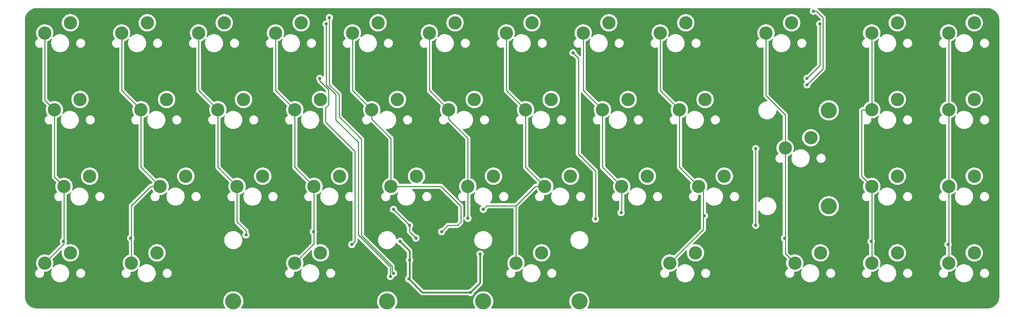
<source format=gbr>
%TF.GenerationSoftware,KiCad,Pcbnew,7.0.6*%
%TF.CreationDate,2023-07-09T11:59:42+02:00*%
%TF.ProjectId,cursed-scandinavian-iso-van,63757273-6564-42d7-9363-616e64696e61,rev?*%
%TF.SameCoordinates,Original*%
%TF.FileFunction,Copper,L1,Top*%
%TF.FilePolarity,Positive*%
%FSLAX46Y46*%
G04 Gerber Fmt 4.6, Leading zero omitted, Abs format (unit mm)*
G04 Created by KiCad (PCBNEW 7.0.6) date 2023-07-09 11:59:42*
%MOMM*%
%LPD*%
G01*
G04 APERTURE LIST*
%TA.AperFunction,ComponentPad*%
%ADD10C,4.000000*%
%TD*%
%TA.AperFunction,ComponentPad*%
%ADD11C,3.300000*%
%TD*%
%TA.AperFunction,ViaPad*%
%ADD12C,0.800000*%
%TD*%
%TA.AperFunction,Conductor*%
%ADD13C,0.254000*%
%TD*%
%TA.AperFunction,Conductor*%
%ADD14C,0.381000*%
%TD*%
G04 APERTURE END LIST*
D10*
%TO.P,S3,*%
%TO.N,*%
X223678750Y-50006250D03*
X223678750Y-73818750D03*
%TD*%
D11*
%TO.P,MX37,1,1*%
%TO.N,COL1*%
X50958750Y-87947500D03*
%TO.P,MX37,2,2*%
%TO.N,Net-(D37-A)*%
X57308750Y-85407500D03*
%TD*%
%TO.P,MX40,1,1*%
%TO.N,COL8*%
X184308750Y-87947500D03*
%TO.P,MX40,2,2*%
%TO.N,Net-(D40-A)*%
X190658750Y-85407500D03*
%TD*%
D10*
%TO.P,S2,*%
%TO.N,*%
X161925000Y-97472500D03*
X138112500Y-97472500D03*
%TD*%
%TO.P,S1,*%
%TO.N,*%
X76200000Y-97472500D03*
X114300000Y-97472500D03*
%TD*%
D11*
%TO.P,MX43,1,1*%
%TO.N,COL11*%
X253365000Y-87947500D03*
%TO.P,MX43,2,2*%
%TO.N,Net-(D43-A)*%
X259715000Y-85407500D03*
%TD*%
%TO.P,MX42,1,1*%
%TO.N,COL10*%
X234315000Y-87947500D03*
%TO.P,MX42,2,2*%
%TO.N,Net-(D42-A)*%
X240665000Y-85407500D03*
%TD*%
%TO.P,MX41,1,1*%
%TO.N,COL9*%
X215265000Y-87947500D03*
%TO.P,MX41,2,2*%
%TO.N,Net-(D41-A)*%
X221615000Y-85407500D03*
%TD*%
%TO.P,MX39,1,1*%
%TO.N,COL6*%
X146208750Y-87947500D03*
%TO.P,MX39,2,2*%
%TO.N,Net-(D39-A)*%
X152558750Y-85407500D03*
%TD*%
%TO.P,MX38,1,1*%
%TO.N,COL3*%
X91440000Y-87947500D03*
%TO.P,MX38,2,2*%
%TO.N,Net-(D38-A)*%
X97790000Y-85407500D03*
%TD*%
%TO.P,MX36,1,1*%
%TO.N,COL0*%
X29527500Y-87947500D03*
%TO.P,MX36,2,2*%
%TO.N,Net-(D36-A)*%
X35877500Y-85407500D03*
%TD*%
%TO.P,MX35,1,1*%
%TO.N,COL11*%
X253365000Y-68897500D03*
%TO.P,MX35,2,2*%
%TO.N,Net-(D35-A)*%
X259715000Y-66357500D03*
%TD*%
%TO.P,MX34,1,1*%
%TO.N,COL10*%
X234315000Y-68897500D03*
%TO.P,MX34,2,2*%
%TO.N,Net-(D34-A)*%
X240665000Y-66357500D03*
%TD*%
%TO.P,MX33,1,1*%
%TO.N,COL8*%
X191452500Y-68897500D03*
%TO.P,MX33,2,2*%
%TO.N,Net-(D33-A)*%
X197802500Y-66357500D03*
%TD*%
%TO.P,MX32,1,1*%
%TO.N,COL7*%
X172402500Y-68897500D03*
%TO.P,MX32,2,2*%
%TO.N,Net-(D32-A)*%
X178752500Y-66357500D03*
%TD*%
%TO.P,MX31,1,1*%
%TO.N,COL6*%
X153352500Y-68897500D03*
%TO.P,MX31,2,2*%
%TO.N,Net-(D31-A)*%
X159702500Y-66357500D03*
%TD*%
%TO.P,MX30,1,1*%
%TO.N,COL5*%
X134302500Y-68897500D03*
%TO.P,MX30,2,2*%
%TO.N,Net-(D30-A)*%
X140652500Y-66357500D03*
%TD*%
%TO.P,MX29,1,1*%
%TO.N,COL4*%
X115252500Y-68897500D03*
%TO.P,MX29,2,2*%
%TO.N,Net-(D29-A)*%
X121602500Y-66357500D03*
%TD*%
%TO.P,MX28,1,1*%
%TO.N,COL3*%
X96202500Y-68897500D03*
%TO.P,MX28,2,2*%
%TO.N,Net-(D28-A)*%
X102552500Y-66357500D03*
%TD*%
%TO.P,MX27,1,1*%
%TO.N,COL2*%
X77152500Y-68897500D03*
%TO.P,MX27,2,2*%
%TO.N,Net-(D27-A)*%
X83502500Y-66357500D03*
%TD*%
%TO.P,MX26,1,1*%
%TO.N,COL1*%
X58102500Y-68897500D03*
%TO.P,MX26,2,2*%
%TO.N,Net-(D26-A)*%
X64452500Y-66357500D03*
%TD*%
%TO.P,MX25,1,1*%
%TO.N,COL0*%
X34290000Y-68897500D03*
%TO.P,MX25,2,2*%
%TO.N,Net-(D25-A)*%
X40640000Y-66357500D03*
%TD*%
%TO.P,MX24,1,1*%
%TO.N,COL11*%
X253365000Y-49847500D03*
%TO.P,MX24,2,2*%
%TO.N,Net-(D24-A)*%
X259715000Y-47307500D03*
%TD*%
%TO.P,MX23,1,1*%
%TO.N,COL10*%
X234315000Y-49847500D03*
%TO.P,MX23,2,2*%
%TO.N,Net-(D23-A)*%
X240665000Y-47307500D03*
%TD*%
%TO.P,MX22,1,1*%
%TO.N,COL9*%
X212883750Y-59372500D03*
%TO.P,MX22,2,2*%
%TO.N,Net-(D22-A)*%
X219233750Y-56832500D03*
%TD*%
%TO.P,MX21,1,1*%
%TO.N,COL8*%
X186690000Y-49847500D03*
%TO.P,MX21,2,2*%
%TO.N,Net-(D21-A)*%
X193040000Y-47307500D03*
%TD*%
%TO.P,MX20,1,1*%
%TO.N,COL7*%
X167640000Y-49847500D03*
%TO.P,MX20,2,2*%
%TO.N,Net-(D20-A)*%
X173990000Y-47307500D03*
%TD*%
%TO.P,MX19,1,1*%
%TO.N,COL6*%
X148590000Y-49847500D03*
%TO.P,MX19,2,2*%
%TO.N,Net-(D19-A)*%
X154940000Y-47307500D03*
%TD*%
%TO.P,MX18,1,1*%
%TO.N,COL5*%
X129540000Y-49847500D03*
%TO.P,MX18,2,2*%
%TO.N,Net-(D18-A)*%
X135890000Y-47307500D03*
%TD*%
%TO.P,MX17,1,1*%
%TO.N,COL4*%
X110490000Y-49847500D03*
%TO.P,MX17,2,2*%
%TO.N,Net-(D17-A)*%
X116840000Y-47307500D03*
%TD*%
%TO.P,MX16,1,1*%
%TO.N,COL3*%
X91440000Y-49847500D03*
%TO.P,MX16,2,2*%
%TO.N,Net-(D16-A)*%
X97790000Y-47307500D03*
%TD*%
%TO.P,MX15,1,1*%
%TO.N,COL2*%
X72390000Y-49847500D03*
%TO.P,MX15,2,2*%
%TO.N,Net-(D15-A)*%
X78740000Y-47307500D03*
%TD*%
%TO.P,MX14,1,1*%
%TO.N,COL1*%
X53340000Y-49847500D03*
%TO.P,MX14,2,2*%
%TO.N,Net-(D14-A)*%
X59690000Y-47307500D03*
%TD*%
%TO.P,MX13,1,1*%
%TO.N,COL0*%
X31908750Y-49847500D03*
%TO.P,MX13,2,2*%
%TO.N,Net-(D13-A)*%
X38258750Y-47307500D03*
%TD*%
%TO.P,MX12,1,1*%
%TO.N,COL11*%
X253365000Y-30797500D03*
%TO.P,MX12,2,2*%
%TO.N,Net-(D12-A)*%
X259715000Y-28257500D03*
%TD*%
%TO.P,MX11,1,1*%
%TO.N,COL10*%
X234315000Y-30797500D03*
%TO.P,MX11,2,2*%
%TO.N,Net-(D11-A)*%
X240665000Y-28257500D03*
%TD*%
%TO.P,MX10,1,1*%
%TO.N,COL9*%
X208121250Y-30797500D03*
%TO.P,MX10,2,2*%
%TO.N,Net-(D10-A)*%
X214471250Y-28257500D03*
%TD*%
%TO.P,MX9,1,1*%
%TO.N,COL8*%
X181927500Y-30797500D03*
%TO.P,MX9,2,2*%
%TO.N,Net-(D9-A)*%
X188277500Y-28257500D03*
%TD*%
%TO.P,MX8,1,1*%
%TO.N,COL7*%
X162877500Y-30797500D03*
%TO.P,MX8,2,2*%
%TO.N,Net-(D8-A)*%
X169227500Y-28257500D03*
%TD*%
%TO.P,MX7,1,1*%
%TO.N,COL6*%
X143827500Y-30797500D03*
%TO.P,MX7,2,2*%
%TO.N,Net-(D7-A)*%
X150177500Y-28257500D03*
%TD*%
%TO.P,MX6,1,1*%
%TO.N,COL5*%
X124777500Y-30797500D03*
%TO.P,MX6,2,2*%
%TO.N,Net-(D6-A)*%
X131127500Y-28257500D03*
%TD*%
%TO.P,MX5,1,1*%
%TO.N,COL4*%
X105727500Y-30797500D03*
%TO.P,MX5,2,2*%
%TO.N,Net-(D5-A)*%
X112077500Y-28257500D03*
%TD*%
%TO.P,MX4,1,1*%
%TO.N,COL3*%
X86677500Y-30797500D03*
%TO.P,MX4,2,2*%
%TO.N,Net-(D4-A)*%
X93027500Y-28257500D03*
%TD*%
%TO.P,MX3,1,1*%
%TO.N,COL2*%
X67627500Y-30797500D03*
%TO.P,MX3,2,2*%
%TO.N,Net-(D3-A)*%
X73977500Y-28257500D03*
%TD*%
%TO.P,MX2,1,1*%
%TO.N,COL1*%
X48577500Y-30797500D03*
%TO.P,MX2,2,2*%
%TO.N,Net-(D2-A)*%
X54927500Y-28257500D03*
%TD*%
%TO.P,MX1,1,1*%
%TO.N,COL0*%
X29527500Y-30797500D03*
%TO.P,MX1,2,2*%
%TO.N,Net-(D1-A)*%
X35877500Y-28257500D03*
%TD*%
D12*
%TO.N,Net-(U1-D+)*%
X115887500Y-90487500D03*
%TO.N,Net-(U1-D-)*%
X115093750Y-91281250D03*
%TO.N,GND*%
X133350000Y-93662500D03*
%TO.N,+5V*%
X97631250Y-42068750D03*
X105568750Y-83343750D03*
%TO.N,Net-(U1-~{RESET})*%
X115887500Y-74612500D03*
%TO.N,ROW1*%
X205581250Y-78581250D03*
X205581250Y-59531250D03*
%TO.N,ROW0*%
X165893750Y-76993750D03*
X160337500Y-35718750D03*
%TO.N,COL9*%
X212725000Y-81756250D03*
%TO.N,COL10*%
X234156250Y-82550000D03*
%TO.N,COL11*%
X253206250Y-83343750D03*
%TO.N,COL6*%
X138112500Y-74612500D03*
%TO.N,COL5*%
X134302500Y-76835000D03*
%TO.N,COL4*%
X127793750Y-80168750D03*
%TO.N,COL8*%
X192881250Y-76200000D03*
%TO.N,COL7*%
X172243750Y-75406250D03*
%TO.N,COL2*%
X79375000Y-80962500D03*
%TO.N,COL3*%
X96043750Y-80168750D03*
%TO.N,COL1*%
X50800000Y-81756250D03*
%TO.N,COL0*%
X34131250Y-82550000D03*
%TO.N,Net-(U1-D-)*%
X219868750Y-25400000D03*
%TO.N,Net-(U1-D+)*%
X221456250Y-28575000D03*
%TO.N,Net-(U1-D-)*%
X218281250Y-43656250D03*
%TO.N,Net-(U1-D+)*%
X218281250Y-42068750D03*
X100012500Y-26987500D03*
%TO.N,Net-(U1-D-)*%
X99218750Y-28575000D03*
%TO.N,+5V*%
X119856250Y-87236000D03*
X117475000Y-82550000D03*
X119668750Y-91887500D03*
%TO.N,Net-(U1-~{RESET})*%
X121443750Y-81756250D03*
X119856250Y-78581250D03*
%TO.N,+5V*%
X137318750Y-85725000D03*
X134937500Y-95250000D03*
%TD*%
D13*
%TO.N,Net-(U1-D+)*%
X115547750Y-90147750D02*
X115887500Y-90487500D01*
X107950000Y-57150000D02*
X107950000Y-81114198D01*
X107950000Y-81114198D02*
X115547750Y-88711948D01*
X102393750Y-46037500D02*
X102393750Y-51593750D01*
X100012500Y-43656250D02*
X102393750Y-46037500D01*
X102393750Y-51593750D02*
X107950000Y-57150000D01*
X100012500Y-26987500D02*
X100012500Y-43656250D01*
X115547750Y-88711948D02*
X115547750Y-90147750D01*
%TO.N,Net-(U1-D-)*%
X115093750Y-88900000D02*
X115093750Y-91281250D01*
X101600000Y-46037500D02*
X101600000Y-52387500D01*
X101600000Y-52387500D02*
X107156250Y-57943750D01*
X107156250Y-57943750D02*
X107156250Y-80962500D01*
X107156250Y-80962500D02*
X115093750Y-88900000D01*
X99218750Y-43656250D02*
X101600000Y-46037500D01*
X99218750Y-28575000D02*
X99218750Y-43656250D01*
D14*
%TO.N,+5V*%
X123031250Y-95250000D02*
X119668750Y-91887500D01*
X134937500Y-95250000D02*
X123031250Y-95250000D01*
X137318750Y-92868750D02*
X134937500Y-95250000D01*
X137318750Y-85725000D02*
X137318750Y-92868750D01*
D13*
X97631250Y-42710803D02*
X97631250Y-42068750D01*
X99767000Y-44846553D02*
X97631250Y-42710803D01*
X99767000Y-48664250D02*
X99767000Y-44846553D01*
X99078000Y-49353250D02*
X99767000Y-48664250D01*
X106344500Y-60172595D02*
X99078000Y-52906095D01*
X106344500Y-82568000D02*
X106344500Y-60172595D01*
X105568750Y-83343750D02*
X106344500Y-82568000D01*
X99078000Y-52906095D02*
X99078000Y-49353250D01*
%TO.N,Net-(U1-~{RESET})*%
X119856250Y-78581250D02*
X115887500Y-74612500D01*
X119856250Y-80168750D02*
X119856250Y-78581250D01*
X121443750Y-81756250D02*
X119856250Y-80168750D01*
%TO.N,ROW1*%
X205581250Y-59531250D02*
X205581250Y-78581250D01*
%TO.N,ROW0*%
X165893750Y-65087500D02*
X165893750Y-76993750D01*
X161679500Y-37060750D02*
X161679500Y-60873250D01*
X161679500Y-60873250D02*
X165893750Y-65087500D01*
X160337500Y-35718750D02*
X161679500Y-37060750D01*
%TO.N,COL9*%
X212883750Y-81915000D02*
X212883750Y-85566250D01*
X212725000Y-81756250D02*
X212883750Y-81915000D01*
X212883750Y-81597500D02*
X212725000Y-81756250D01*
%TO.N,COL10*%
X234315000Y-82708750D02*
X234315000Y-87947500D01*
X234156250Y-82550000D02*
X234315000Y-82708750D01*
X234315000Y-82391250D02*
X234156250Y-82550000D01*
%TO.N,COL11*%
X253365000Y-83502500D02*
X253365000Y-87947500D01*
X253206250Y-83343750D02*
X253365000Y-83502500D01*
X253365000Y-83185000D02*
X253206250Y-83343750D01*
%TO.N,COL4*%
X131762500Y-78581250D02*
X129381250Y-78581250D01*
X132556250Y-77787500D02*
X131762500Y-78581250D01*
X132556250Y-73818750D02*
X132556250Y-77787500D01*
X127635000Y-68897500D02*
X132556250Y-73818750D01*
X129381250Y-78581250D02*
X127793750Y-80168750D01*
X115252500Y-68897500D02*
X127635000Y-68897500D01*
%TO.N,COL5*%
X134302500Y-76835000D02*
X134302500Y-68897500D01*
%TO.N,COL6*%
X139017202Y-73707798D02*
X146208750Y-73707798D01*
X138112500Y-74612500D02*
X139017202Y-73707798D01*
%TO.N,COL8*%
X192635750Y-76445500D02*
X192635750Y-79620500D01*
X192881250Y-76200000D02*
X192635750Y-76445500D01*
X192635750Y-75954500D02*
X192881250Y-76200000D01*
%TO.N,COL7*%
X172402500Y-75247500D02*
X172243750Y-75406250D01*
X172402500Y-68897500D02*
X172402500Y-75247500D01*
%TO.N,COL2*%
X79375000Y-79934366D02*
X79375000Y-80962500D01*
X77152500Y-77711866D02*
X79375000Y-79934366D01*
X77152500Y-68897500D02*
X77152500Y-77711866D01*
%TO.N,COL3*%
X96202500Y-80327500D02*
X96202500Y-83185000D01*
X96043750Y-80168750D02*
X96202500Y-80327500D01*
X96202500Y-80010000D02*
X96043750Y-80168750D01*
%TO.N,COL1*%
X50958750Y-81915000D02*
X50958750Y-87947500D01*
X50800000Y-81756250D02*
X50958750Y-81915000D01*
X50958750Y-81597500D02*
X50800000Y-81756250D01*
%TO.N,COL0*%
X34290000Y-82708750D02*
X34290000Y-83185000D01*
X34131250Y-82550000D02*
X34290000Y-82708750D01*
X34290000Y-82391250D02*
X34131250Y-82550000D01*
D14*
%TO.N,+5V*%
X119856250Y-91700000D02*
X119668750Y-91887500D01*
X117475000Y-82550000D02*
X119856250Y-84931250D01*
X119856250Y-84931250D02*
X119856250Y-91700000D01*
D13*
%TO.N,COL11*%
X253365000Y-68897500D02*
X253365000Y-83185000D01*
X253365000Y-49847500D02*
X253365000Y-68897500D01*
X253365000Y-30797500D02*
X253365000Y-49847500D01*
%TO.N,COL9*%
X212883750Y-59372500D02*
X212883750Y-81597500D01*
X212883750Y-85566250D02*
X215265000Y-87947500D01*
X212883750Y-51098291D02*
X212883750Y-59372500D01*
X208121250Y-46335791D02*
X212883750Y-51098291D01*
X208121250Y-30797500D02*
X208121250Y-46335791D01*
%TO.N,COL10*%
X234315000Y-68897500D02*
X234315000Y-82391250D01*
X231793000Y-66375500D02*
X234315000Y-68897500D01*
X231793000Y-50036048D02*
X231793000Y-66375500D01*
X231981548Y-49847500D02*
X231793000Y-50036048D01*
X234315000Y-49847500D02*
X231981548Y-49847500D01*
X234315000Y-30797500D02*
X234315000Y-49847500D01*
%TO.N,COL8*%
X192635750Y-79620500D02*
X184308750Y-87947500D01*
X191452500Y-68897500D02*
X192635750Y-70080750D01*
X192635750Y-70080750D02*
X192635750Y-75954500D01*
X186690000Y-49847500D02*
X186690000Y-64135000D01*
X186690000Y-64135000D02*
X191452500Y-68897500D01*
X181927500Y-45085000D02*
X186690000Y-49847500D01*
X181927500Y-30797500D02*
X181927500Y-45085000D01*
%TO.N,COL7*%
X167640000Y-64135000D02*
X172402500Y-68897500D01*
X167640000Y-49847500D02*
X167640000Y-64135000D01*
X162877500Y-45085000D02*
X167640000Y-49847500D01*
X162877500Y-30797500D02*
X162877500Y-45085000D01*
%TO.N,COL6*%
X146208750Y-73707798D02*
X146208750Y-87947500D01*
X151019048Y-68897500D02*
X146208750Y-73707798D01*
X153352500Y-68897500D02*
X151019048Y-68897500D01*
X148590000Y-64135000D02*
X153352500Y-68897500D01*
X148590000Y-49847500D02*
X148590000Y-64135000D01*
X143827500Y-30797500D02*
X143827500Y-45085000D01*
X143827500Y-45085000D02*
X148590000Y-49847500D01*
%TO.N,COL5*%
X134302500Y-56943452D02*
X134302500Y-68897500D01*
X129540000Y-52180952D02*
X134302500Y-56943452D01*
X129540000Y-49847500D02*
X129540000Y-52180952D01*
X124777500Y-45085000D02*
X129540000Y-49847500D01*
X124777500Y-30797500D02*
X124777500Y-45085000D01*
%TO.N,COL4*%
X115252500Y-56943452D02*
X115252500Y-68897500D01*
X110490000Y-52180952D02*
X115252500Y-56943452D01*
X110490000Y-49847500D02*
X110490000Y-52180952D01*
X105727500Y-45085000D02*
X110490000Y-49847500D01*
X105727500Y-30797500D02*
X105727500Y-45085000D01*
%TO.N,COL3*%
X96202500Y-83185000D02*
X91440000Y-87947500D01*
X96202500Y-68897500D02*
X96202500Y-80010000D01*
X91440000Y-64135000D02*
X96202500Y-68897500D01*
X91440000Y-49847500D02*
X91440000Y-64135000D01*
X86677500Y-45085000D02*
X91440000Y-49847500D01*
X86677500Y-30797500D02*
X86677500Y-45085000D01*
%TO.N,COL2*%
X72390000Y-64135000D02*
X77152500Y-68897500D01*
X72390000Y-49847500D02*
X72390000Y-64135000D01*
X67627500Y-45085000D02*
X72390000Y-49847500D01*
X67627500Y-30797500D02*
X67627500Y-45085000D01*
%TO.N,COL1*%
X50958750Y-73707798D02*
X50958750Y-81597500D01*
X55769048Y-68897500D02*
X50958750Y-73707798D01*
X58102500Y-68897500D02*
X55769048Y-68897500D01*
X53340000Y-64135000D02*
X58102500Y-68897500D01*
X53340000Y-49847500D02*
X53340000Y-64135000D01*
X48577500Y-45085000D02*
X53340000Y-49847500D01*
X48577500Y-30797500D02*
X48577500Y-45085000D01*
%TO.N,COL0*%
X34290000Y-83185000D02*
X29527500Y-87947500D01*
X34290000Y-68897500D02*
X34290000Y-82391250D01*
X31908750Y-66516250D02*
X34290000Y-68897500D01*
X31908750Y-49847500D02*
X31908750Y-66516250D01*
X29527500Y-47466250D02*
X31908750Y-49847500D01*
X29527500Y-30797500D02*
X29527500Y-47466250D01*
%TO.N,Net-(U1-D-)*%
X220662500Y-25400000D02*
X219868750Y-25400000D01*
X222250000Y-26987500D02*
X220662500Y-25400000D01*
X218281250Y-43656250D02*
X222250000Y-39687500D01*
X222250000Y-39687500D02*
X222250000Y-26987500D01*
%TO.N,Net-(U1-D+)*%
X221456250Y-38893750D02*
X218281250Y-42068750D01*
X221456250Y-28575000D02*
X221456250Y-38893750D01*
%TD*%
%TA.AperFunction,Conductor*%
%TO.N,GND*%
G36*
X219159784Y-24626435D02*
G01*
X219205539Y-24679239D01*
X219215483Y-24748397D01*
X219186458Y-24811953D01*
X219184895Y-24813722D01*
X219136216Y-24867785D01*
X219041571Y-25031715D01*
X219041568Y-25031722D01*
X218993519Y-25179604D01*
X218983076Y-25211744D01*
X218963290Y-25400000D01*
X218983076Y-25588256D01*
X218983077Y-25588259D01*
X219041568Y-25768277D01*
X219041571Y-25768284D01*
X219136217Y-25932216D01*
X219252177Y-26061002D01*
X219262879Y-26072888D01*
X219416015Y-26184148D01*
X219416020Y-26184151D01*
X219588942Y-26261142D01*
X219588947Y-26261144D01*
X219774104Y-26300500D01*
X219774105Y-26300500D01*
X219963394Y-26300500D01*
X219963396Y-26300500D01*
X220148553Y-26261144D01*
X220321480Y-26184151D01*
X220373507Y-26146350D01*
X220439307Y-26122872D01*
X220507362Y-26138696D01*
X220534070Y-26158989D01*
X221586181Y-27211099D01*
X221619666Y-27272422D01*
X221622500Y-27298780D01*
X221622500Y-27550500D01*
X221602815Y-27617539D01*
X221550011Y-27663294D01*
X221498500Y-27674500D01*
X221361604Y-27674500D01*
X221329147Y-27681398D01*
X221176447Y-27713855D01*
X221176442Y-27713857D01*
X221003520Y-27790848D01*
X221003515Y-27790851D01*
X220850379Y-27902111D01*
X220723716Y-28042785D01*
X220629071Y-28206715D01*
X220629068Y-28206722D01*
X220570577Y-28386740D01*
X220570576Y-28386744D01*
X220550790Y-28575000D01*
X220570576Y-28763256D01*
X220570577Y-28763259D01*
X220629068Y-28943277D01*
X220629071Y-28943284D01*
X220723717Y-29107216D01*
X220796901Y-29188494D01*
X220827130Y-29251484D01*
X220828750Y-29271465D01*
X220828750Y-38582468D01*
X220809065Y-38649507D01*
X220792431Y-38670149D01*
X218330650Y-41131931D01*
X218269327Y-41165416D01*
X218242969Y-41168250D01*
X218186604Y-41168250D01*
X218154147Y-41175148D01*
X218001447Y-41207605D01*
X218001442Y-41207607D01*
X217828520Y-41284598D01*
X217828515Y-41284601D01*
X217675379Y-41395861D01*
X217548716Y-41536535D01*
X217454071Y-41700465D01*
X217454068Y-41700472D01*
X217395577Y-41880490D01*
X217395576Y-41880494D01*
X217375790Y-42068750D01*
X217395576Y-42257006D01*
X217395577Y-42257009D01*
X217454068Y-42437027D01*
X217454071Y-42437034D01*
X217548717Y-42600966D01*
X217675379Y-42741638D01*
X217703655Y-42762182D01*
X217746320Y-42817509D01*
X217752301Y-42887122D01*
X217719696Y-42948918D01*
X217703658Y-42962816D01*
X217675376Y-42983364D01*
X217548716Y-43124035D01*
X217454071Y-43287965D01*
X217454068Y-43287972D01*
X217418861Y-43396330D01*
X217395576Y-43467994D01*
X217375790Y-43656250D01*
X217395576Y-43844506D01*
X217395577Y-43844509D01*
X217454068Y-44024527D01*
X217454071Y-44024534D01*
X217548717Y-44188466D01*
X217675379Y-44329137D01*
X217675379Y-44329138D01*
X217828515Y-44440398D01*
X217828520Y-44440401D01*
X218001442Y-44517392D01*
X218001447Y-44517394D01*
X218186604Y-44556750D01*
X218186605Y-44556750D01*
X218375894Y-44556750D01*
X218375896Y-44556750D01*
X218561053Y-44517394D01*
X218733980Y-44440401D01*
X218887121Y-44329138D01*
X219013783Y-44188466D01*
X219108429Y-44024534D01*
X219166924Y-43844506D01*
X219184239Y-43679755D01*
X219210822Y-43615144D01*
X219219869Y-43605048D01*
X222635043Y-40189874D01*
X222647325Y-40180037D01*
X222647144Y-40179818D01*
X222653152Y-40174846D01*
X222653162Y-40174840D01*
X222700677Y-40124241D01*
X222721623Y-40103296D01*
X222725892Y-40097790D01*
X222729676Y-40093359D01*
X222761693Y-40059267D01*
X222771389Y-40041628D01*
X222782073Y-40025361D01*
X222794408Y-40009462D01*
X222812983Y-39966535D01*
X222815541Y-39961316D01*
X222838072Y-39920334D01*
X222843076Y-39900838D01*
X222849378Y-39882433D01*
X222857374Y-39863959D01*
X222864690Y-39817759D01*
X222865868Y-39812072D01*
X222877500Y-39766772D01*
X222877500Y-39746641D01*
X222879027Y-39727241D01*
X222882175Y-39707367D01*
X222877775Y-39660821D01*
X222877500Y-39654983D01*
X222877500Y-33391297D01*
X222877500Y-28257499D01*
X238509475Y-28257499D01*
X238529551Y-28551011D01*
X238529552Y-28551013D01*
X238589404Y-28839043D01*
X238589409Y-28839059D01*
X238687927Y-29116262D01*
X238823278Y-29377477D01*
X238823282Y-29377483D01*
X238992932Y-29617823D01*
X239193743Y-29832838D01*
X239321383Y-29936681D01*
X239421951Y-30018499D01*
X239421953Y-30018500D01*
X239421954Y-30018501D01*
X239673319Y-30171360D01*
X239673324Y-30171362D01*
X239943154Y-30288565D01*
X239943159Y-30288567D01*
X240226445Y-30367940D01*
X240482681Y-30403159D01*
X240517901Y-30408000D01*
X240517902Y-30408000D01*
X240812099Y-30408000D01*
X240843520Y-30403680D01*
X241103555Y-30367940D01*
X241386841Y-30288567D01*
X241656682Y-30171359D01*
X241908049Y-30018499D01*
X242136260Y-29832835D01*
X242337065Y-29617826D01*
X242506722Y-29377476D01*
X242642072Y-29116264D01*
X242740592Y-28839054D01*
X242740592Y-28839049D01*
X242740595Y-28839043D01*
X242795463Y-28574999D01*
X242800448Y-28551011D01*
X242820525Y-28257500D01*
X242820525Y-28257499D01*
X257559475Y-28257499D01*
X257579551Y-28551011D01*
X257579552Y-28551013D01*
X257639404Y-28839043D01*
X257639409Y-28839059D01*
X257737927Y-29116262D01*
X257873278Y-29377477D01*
X257873282Y-29377483D01*
X258042932Y-29617823D01*
X258243743Y-29832838D01*
X258371384Y-29936681D01*
X258471951Y-30018499D01*
X258471953Y-30018500D01*
X258471954Y-30018501D01*
X258723319Y-30171360D01*
X258723324Y-30171362D01*
X258993154Y-30288565D01*
X258993159Y-30288567D01*
X259276445Y-30367940D01*
X259532681Y-30403159D01*
X259567901Y-30408000D01*
X259567902Y-30408000D01*
X259862099Y-30408000D01*
X259893520Y-30403680D01*
X260153555Y-30367940D01*
X260436841Y-30288567D01*
X260706682Y-30171359D01*
X260958049Y-30018499D01*
X261186260Y-29832835D01*
X261387065Y-29617826D01*
X261556722Y-29377476D01*
X261692072Y-29116264D01*
X261790592Y-28839054D01*
X261790592Y-28839049D01*
X261790595Y-28839043D01*
X261845463Y-28574999D01*
X261850448Y-28551011D01*
X261870525Y-28257500D01*
X261850448Y-27963989D01*
X261814470Y-27790851D01*
X261790595Y-27675956D01*
X261790590Y-27675940D01*
X261723974Y-27488501D01*
X261692072Y-27398736D01*
X261556722Y-27137524D01*
X261556721Y-27137522D01*
X261556717Y-27137516D01*
X261387067Y-26897176D01*
X261220651Y-26718989D01*
X261186260Y-26682165D01*
X261186258Y-26682164D01*
X261186256Y-26682161D01*
X260998599Y-26529491D01*
X260958049Y-26496501D01*
X260958047Y-26496500D01*
X260958045Y-26496498D01*
X260706680Y-26343639D01*
X260706675Y-26343637D01*
X260436845Y-26226434D01*
X260153560Y-26147061D01*
X260153556Y-26147060D01*
X260153555Y-26147060D01*
X259977575Y-26122872D01*
X259862099Y-26107000D01*
X259862098Y-26107000D01*
X259567902Y-26107000D01*
X259567901Y-26107000D01*
X259276445Y-26147060D01*
X259276439Y-26147061D01*
X258993154Y-26226434D01*
X258723324Y-26343637D01*
X258723319Y-26343639D01*
X258471954Y-26496498D01*
X258243743Y-26682161D01*
X258042932Y-26897176D01*
X257873282Y-27137516D01*
X257873278Y-27137522D01*
X257737927Y-27398737D01*
X257639409Y-27675940D01*
X257639404Y-27675956D01*
X257579552Y-27963986D01*
X257579551Y-27963988D01*
X257559475Y-28257499D01*
X242820525Y-28257499D01*
X242800448Y-27963989D01*
X242764470Y-27790851D01*
X242740595Y-27675956D01*
X242740590Y-27675940D01*
X242673974Y-27488501D01*
X242642072Y-27398736D01*
X242506722Y-27137524D01*
X242506721Y-27137522D01*
X242506717Y-27137516D01*
X242337067Y-26897176D01*
X242170651Y-26718989D01*
X242136260Y-26682165D01*
X242136258Y-26682164D01*
X242136256Y-26682161D01*
X241948599Y-26529491D01*
X241908049Y-26496501D01*
X241908047Y-26496500D01*
X241908045Y-26496498D01*
X241656680Y-26343639D01*
X241656675Y-26343637D01*
X241386845Y-26226434D01*
X241103560Y-26147061D01*
X241103556Y-26147060D01*
X241103555Y-26147060D01*
X240927575Y-26122872D01*
X240812099Y-26107000D01*
X240812098Y-26107000D01*
X240517902Y-26107000D01*
X240517901Y-26107000D01*
X240226445Y-26147060D01*
X240226439Y-26147061D01*
X239943154Y-26226434D01*
X239673324Y-26343637D01*
X239673319Y-26343639D01*
X239421954Y-26496498D01*
X239193743Y-26682161D01*
X238992932Y-26897176D01*
X238823282Y-27137516D01*
X238823278Y-27137522D01*
X238687927Y-27398737D01*
X238589409Y-27675940D01*
X238589404Y-27675956D01*
X238529552Y-27963986D01*
X238529551Y-27963988D01*
X238509475Y-28257499D01*
X222877500Y-28257499D01*
X222877500Y-27070454D01*
X222879228Y-27054813D01*
X222878946Y-27054787D01*
X222879680Y-27047024D01*
X222877500Y-26977640D01*
X222877500Y-26948030D01*
X222877500Y-26948024D01*
X222876626Y-26941107D01*
X222876169Y-26935292D01*
X222874701Y-26888557D01*
X222869084Y-26869227D01*
X222865138Y-26850168D01*
X222862617Y-26830211D01*
X222862616Y-26830209D01*
X222862616Y-26830207D01*
X222845403Y-26786734D01*
X222843514Y-26781213D01*
X222830467Y-26736307D01*
X222820225Y-26718989D01*
X222811662Y-26701511D01*
X222804253Y-26682797D01*
X222804253Y-26682796D01*
X222776771Y-26644972D01*
X222773567Y-26640096D01*
X222749763Y-26599844D01*
X222749761Y-26599842D01*
X222749759Y-26599839D01*
X222735531Y-26585612D01*
X222722896Y-26570820D01*
X222711063Y-26554533D01*
X222711060Y-26554531D01*
X222711060Y-26554530D01*
X222711059Y-26554529D01*
X222675035Y-26524728D01*
X222670713Y-26520794D01*
X221164876Y-25014957D01*
X221155031Y-25002668D01*
X221154813Y-25002849D01*
X221149840Y-24996838D01*
X221099241Y-24949322D01*
X221088768Y-24938849D01*
X221078297Y-24928377D01*
X221072796Y-24924111D01*
X221068348Y-24920312D01*
X221034268Y-24888308D01*
X221034263Y-24888304D01*
X221016622Y-24878606D01*
X221000357Y-24867922D01*
X220984462Y-24855592D01*
X220958948Y-24844551D01*
X220905241Y-24799860D01*
X220884221Y-24733227D01*
X220902562Y-24665808D01*
X220954442Y-24619007D01*
X221008196Y-24606750D01*
X262904626Y-24606750D01*
X262907870Y-24606834D01*
X263039585Y-24613739D01*
X263223277Y-24624058D01*
X263229468Y-24624720D01*
X263381924Y-24648869D01*
X263544422Y-24676481D01*
X263550051Y-24677710D01*
X263703016Y-24718699D01*
X263857965Y-24763342D01*
X263862991Y-24765026D01*
X264012441Y-24822396D01*
X264160272Y-24883632D01*
X264164651Y-24885651D01*
X264308150Y-24958769D01*
X264447727Y-25035912D01*
X264451478Y-25038163D01*
X264587107Y-25126244D01*
X264716993Y-25218402D01*
X264720134Y-25220785D01*
X264844981Y-25321885D01*
X264847277Y-25323838D01*
X264964948Y-25428994D01*
X264967475Y-25431384D01*
X265081114Y-25545023D01*
X265083504Y-25547550D01*
X265188660Y-25665221D01*
X265190613Y-25667517D01*
X265291713Y-25792364D01*
X265294096Y-25795505D01*
X265386255Y-25925392D01*
X265474336Y-26061021D01*
X265476597Y-26064789D01*
X265553728Y-26204345D01*
X265626838Y-26347829D01*
X265628876Y-26352248D01*
X265671556Y-26455285D01*
X265690105Y-26500063D01*
X265701404Y-26529498D01*
X265747466Y-26649492D01*
X265749161Y-26654548D01*
X265793810Y-26809522D01*
X265834781Y-26962419D01*
X265836018Y-26968083D01*
X265863637Y-27130617D01*
X265887775Y-27283006D01*
X265888441Y-27289232D01*
X265898761Y-27472936D01*
X265905665Y-27604629D01*
X265905750Y-27607875D01*
X265905750Y-96217124D01*
X265905665Y-96220370D01*
X265898761Y-96352063D01*
X265888441Y-96535766D01*
X265887775Y-96541992D01*
X265863637Y-96694382D01*
X265836018Y-96856915D01*
X265834781Y-96862579D01*
X265793810Y-97015477D01*
X265749161Y-97170450D01*
X265747466Y-97175506D01*
X265690109Y-97324926D01*
X265628877Y-97472747D01*
X265626838Y-97477169D01*
X265553728Y-97620654D01*
X265476603Y-97760199D01*
X265474336Y-97763977D01*
X265386255Y-97899607D01*
X265294096Y-98029493D01*
X265291713Y-98032634D01*
X265190613Y-98157481D01*
X265188660Y-98159777D01*
X265083504Y-98277448D01*
X265081114Y-98279975D01*
X264967475Y-98393614D01*
X264964948Y-98396004D01*
X264847277Y-98501160D01*
X264844981Y-98503113D01*
X264720134Y-98604213D01*
X264716993Y-98606596D01*
X264587107Y-98698755D01*
X264451477Y-98786836D01*
X264447699Y-98789103D01*
X264308154Y-98866228D01*
X264164669Y-98939338D01*
X264160247Y-98941377D01*
X264012426Y-99002609D01*
X263863006Y-99059966D01*
X263857950Y-99061661D01*
X263702977Y-99106310D01*
X263550079Y-99147281D01*
X263544415Y-99148518D01*
X263381882Y-99176137D01*
X263229492Y-99200275D01*
X263223266Y-99200941D01*
X263039563Y-99211261D01*
X262907871Y-99218165D01*
X262904625Y-99218250D01*
X163989543Y-99218250D01*
X163922504Y-99198565D01*
X163876749Y-99145761D01*
X163866805Y-99076603D01*
X163894000Y-99015209D01*
X163951945Y-98945165D01*
X163951948Y-98945161D01*
X164120537Y-98679507D01*
X164254503Y-98394815D01*
X164351731Y-98095579D01*
X164410688Y-97786515D01*
X164414968Y-97718489D01*
X164430444Y-97472505D01*
X164430444Y-97472494D01*
X164410689Y-97158495D01*
X164410688Y-97158488D01*
X164410688Y-97158485D01*
X164351731Y-96849421D01*
X164254503Y-96550185D01*
X164120537Y-96265493D01*
X164085414Y-96210148D01*
X163951948Y-95999838D01*
X163951945Y-95999834D01*
X163751393Y-95757409D01*
X163751391Y-95757407D01*
X163603241Y-95618284D01*
X163522030Y-95542022D01*
X163522027Y-95542020D01*
X163522021Y-95542015D01*
X163267495Y-95357091D01*
X163267488Y-95357086D01*
X163267484Y-95357084D01*
X162991766Y-95205506D01*
X162991763Y-95205504D01*
X162991758Y-95205502D01*
X162991757Y-95205501D01*
X162699228Y-95089681D01*
X162699225Y-95089680D01*
X162394476Y-95011434D01*
X162394463Y-95011432D01*
X162082329Y-94972000D01*
X162082318Y-94972000D01*
X161767682Y-94972000D01*
X161767670Y-94972000D01*
X161455536Y-95011432D01*
X161455523Y-95011434D01*
X161150774Y-95089680D01*
X161150771Y-95089681D01*
X160858242Y-95205501D01*
X160858241Y-95205502D01*
X160582516Y-95357084D01*
X160582504Y-95357091D01*
X160327978Y-95542015D01*
X160327968Y-95542023D01*
X160098608Y-95757407D01*
X160098606Y-95757409D01*
X159898054Y-95999834D01*
X159898051Y-95999838D01*
X159729464Y-96265490D01*
X159729461Y-96265496D01*
X159595499Y-96550178D01*
X159595497Y-96550183D01*
X159498270Y-96849416D01*
X159439311Y-97158488D01*
X159439310Y-97158495D01*
X159419556Y-97472494D01*
X159419556Y-97472505D01*
X159439310Y-97786504D01*
X159439311Y-97786511D01*
X159439312Y-97786515D01*
X159485662Y-98029493D01*
X159498270Y-98095583D01*
X159595497Y-98394816D01*
X159595499Y-98394821D01*
X159729461Y-98679503D01*
X159729464Y-98679509D01*
X159898051Y-98945161D01*
X159898054Y-98945165D01*
X159956000Y-99015209D01*
X159983566Y-99079411D01*
X159972045Y-99148324D01*
X159925096Y-99200069D01*
X159860457Y-99218250D01*
X140177043Y-99218250D01*
X140110004Y-99198565D01*
X140064249Y-99145761D01*
X140054305Y-99076603D01*
X140081500Y-99015209D01*
X140139445Y-98945165D01*
X140139448Y-98945161D01*
X140308037Y-98679507D01*
X140442003Y-98394815D01*
X140539231Y-98095579D01*
X140598188Y-97786515D01*
X140602468Y-97718489D01*
X140617944Y-97472505D01*
X140617944Y-97472494D01*
X140598189Y-97158495D01*
X140598188Y-97158488D01*
X140598188Y-97158485D01*
X140539231Y-96849421D01*
X140442003Y-96550185D01*
X140308037Y-96265493D01*
X140272914Y-96210148D01*
X140139448Y-95999838D01*
X140139445Y-95999834D01*
X139938893Y-95757409D01*
X139938891Y-95757407D01*
X139790741Y-95618284D01*
X139709530Y-95542022D01*
X139709527Y-95542020D01*
X139709521Y-95542015D01*
X139454995Y-95357091D01*
X139454988Y-95357086D01*
X139454984Y-95357084D01*
X139179266Y-95205506D01*
X139179263Y-95205504D01*
X139179258Y-95205502D01*
X139179257Y-95205501D01*
X138886728Y-95089681D01*
X138886725Y-95089680D01*
X138581976Y-95011434D01*
X138581963Y-95011432D01*
X138269829Y-94972000D01*
X138269818Y-94972000D01*
X137955182Y-94972000D01*
X137955170Y-94972000D01*
X137643036Y-95011432D01*
X137643023Y-95011434D01*
X137338274Y-95089680D01*
X137338271Y-95089681D01*
X137045742Y-95205501D01*
X137045741Y-95205502D01*
X136770016Y-95357084D01*
X136770004Y-95357091D01*
X136515478Y-95542015D01*
X136515468Y-95542023D01*
X136286108Y-95757407D01*
X136286106Y-95757409D01*
X136085554Y-95999834D01*
X136085551Y-95999838D01*
X135916964Y-96265490D01*
X135916961Y-96265496D01*
X135782999Y-96550178D01*
X135782997Y-96550183D01*
X135685770Y-96849416D01*
X135626811Y-97158488D01*
X135626810Y-97158495D01*
X135607056Y-97472494D01*
X135607056Y-97472505D01*
X135626810Y-97786504D01*
X135626811Y-97786511D01*
X135626812Y-97786515D01*
X135673162Y-98029493D01*
X135685770Y-98095583D01*
X135782997Y-98394816D01*
X135782999Y-98394821D01*
X135916961Y-98679503D01*
X135916964Y-98679509D01*
X136085551Y-98945161D01*
X136085554Y-98945165D01*
X136143500Y-99015209D01*
X136171066Y-99079411D01*
X136159545Y-99148324D01*
X136112596Y-99200069D01*
X136047957Y-99218250D01*
X116364543Y-99218250D01*
X116297504Y-99198565D01*
X116251749Y-99145761D01*
X116241805Y-99076603D01*
X116269000Y-99015209D01*
X116326945Y-98945165D01*
X116326948Y-98945161D01*
X116495537Y-98679507D01*
X116629503Y-98394815D01*
X116726731Y-98095579D01*
X116785688Y-97786515D01*
X116789968Y-97718489D01*
X116805444Y-97472505D01*
X116805444Y-97472494D01*
X116785689Y-97158495D01*
X116785688Y-97158488D01*
X116785688Y-97158485D01*
X116726731Y-96849421D01*
X116629503Y-96550185D01*
X116495537Y-96265493D01*
X116460414Y-96210148D01*
X116326948Y-95999838D01*
X116326945Y-95999834D01*
X116126393Y-95757409D01*
X116126391Y-95757407D01*
X115978241Y-95618284D01*
X115897030Y-95542022D01*
X115897027Y-95542020D01*
X115897021Y-95542015D01*
X115642495Y-95357091D01*
X115642488Y-95357086D01*
X115642484Y-95357084D01*
X115366766Y-95205506D01*
X115366763Y-95205504D01*
X115366758Y-95205502D01*
X115366757Y-95205501D01*
X115074228Y-95089681D01*
X115074225Y-95089680D01*
X114769476Y-95011434D01*
X114769463Y-95011432D01*
X114457329Y-94972000D01*
X114457318Y-94972000D01*
X114142682Y-94972000D01*
X114142670Y-94972000D01*
X113830536Y-95011432D01*
X113830523Y-95011434D01*
X113525774Y-95089680D01*
X113525771Y-95089681D01*
X113233242Y-95205501D01*
X113233241Y-95205502D01*
X112957516Y-95357084D01*
X112957504Y-95357091D01*
X112702978Y-95542015D01*
X112702968Y-95542023D01*
X112473608Y-95757407D01*
X112473606Y-95757409D01*
X112273054Y-95999834D01*
X112273051Y-95999838D01*
X112104464Y-96265490D01*
X112104461Y-96265496D01*
X111970499Y-96550178D01*
X111970497Y-96550183D01*
X111873270Y-96849416D01*
X111814311Y-97158488D01*
X111814310Y-97158495D01*
X111794556Y-97472494D01*
X111794556Y-97472505D01*
X111814310Y-97786504D01*
X111814311Y-97786511D01*
X111814312Y-97786515D01*
X111860662Y-98029493D01*
X111873270Y-98095583D01*
X111970497Y-98394816D01*
X111970499Y-98394821D01*
X112104461Y-98679503D01*
X112104464Y-98679509D01*
X112273051Y-98945161D01*
X112273054Y-98945165D01*
X112331000Y-99015209D01*
X112358566Y-99079411D01*
X112347045Y-99148324D01*
X112300096Y-99200069D01*
X112235457Y-99218250D01*
X78264543Y-99218250D01*
X78197504Y-99198565D01*
X78151749Y-99145761D01*
X78141805Y-99076603D01*
X78169000Y-99015209D01*
X78226945Y-98945165D01*
X78226948Y-98945161D01*
X78395537Y-98679507D01*
X78529503Y-98394815D01*
X78626731Y-98095579D01*
X78685688Y-97786515D01*
X78689968Y-97718489D01*
X78705444Y-97472505D01*
X78705444Y-97472494D01*
X78685689Y-97158495D01*
X78685688Y-97158488D01*
X78685688Y-97158485D01*
X78626731Y-96849421D01*
X78529503Y-96550185D01*
X78395537Y-96265493D01*
X78360414Y-96210148D01*
X78226948Y-95999838D01*
X78226945Y-95999834D01*
X78026393Y-95757409D01*
X78026391Y-95757407D01*
X77878241Y-95618284D01*
X77797030Y-95542022D01*
X77797027Y-95542020D01*
X77797021Y-95542015D01*
X77542495Y-95357091D01*
X77542488Y-95357086D01*
X77542484Y-95357084D01*
X77266766Y-95205506D01*
X77266763Y-95205504D01*
X77266758Y-95205502D01*
X77266757Y-95205501D01*
X76974228Y-95089681D01*
X76974225Y-95089680D01*
X76669476Y-95011434D01*
X76669463Y-95011432D01*
X76357329Y-94972000D01*
X76357318Y-94972000D01*
X76042682Y-94972000D01*
X76042670Y-94972000D01*
X75730536Y-95011432D01*
X75730523Y-95011434D01*
X75425774Y-95089680D01*
X75425771Y-95089681D01*
X75133242Y-95205501D01*
X75133241Y-95205502D01*
X74857516Y-95357084D01*
X74857504Y-95357091D01*
X74602978Y-95542015D01*
X74602968Y-95542023D01*
X74373608Y-95757407D01*
X74373606Y-95757409D01*
X74173054Y-95999834D01*
X74173051Y-95999838D01*
X74004464Y-96265490D01*
X74004461Y-96265496D01*
X73870499Y-96550178D01*
X73870497Y-96550183D01*
X73773270Y-96849416D01*
X73714311Y-97158488D01*
X73714310Y-97158495D01*
X73694556Y-97472494D01*
X73694556Y-97472505D01*
X73714310Y-97786504D01*
X73714311Y-97786511D01*
X73714312Y-97786515D01*
X73760662Y-98029493D01*
X73773270Y-98095583D01*
X73870497Y-98394816D01*
X73870499Y-98394821D01*
X74004461Y-98679503D01*
X74004464Y-98679509D01*
X74173051Y-98945161D01*
X74173054Y-98945165D01*
X74231000Y-99015209D01*
X74258566Y-99079411D01*
X74247045Y-99148324D01*
X74200096Y-99200069D01*
X74135457Y-99218250D01*
X27607874Y-99218250D01*
X27604628Y-99218165D01*
X27472867Y-99211259D01*
X27289235Y-99200946D01*
X27283008Y-99200280D01*
X27130619Y-99176144D01*
X26968085Y-99148528D01*
X26962421Y-99147291D01*
X26809547Y-99106329D01*
X26654523Y-99061666D01*
X26649467Y-99059971D01*
X26500079Y-99002627D01*
X26352247Y-98941393D01*
X26347825Y-98939354D01*
X26204328Y-98866238D01*
X26064781Y-98789114D01*
X26061017Y-98786856D01*
X26008125Y-98752508D01*
X25925377Y-98698769D01*
X25795493Y-98606612D01*
X25792352Y-98604230D01*
X25667510Y-98503135D01*
X25665214Y-98501181D01*
X25547527Y-98396010D01*
X25545000Y-98393620D01*
X25431378Y-98279998D01*
X25428988Y-98277471D01*
X25428967Y-98277448D01*
X25323817Y-98159784D01*
X25321863Y-98157488D01*
X25220759Y-98032634D01*
X25218386Y-98029505D01*
X25218377Y-98029493D01*
X25188303Y-97987107D01*
X25126230Y-97899622D01*
X25093656Y-97849465D01*
X25038132Y-97763965D01*
X25035891Y-97760230D01*
X25000491Y-97696178D01*
X24958761Y-97620671D01*
X24919149Y-97542930D01*
X24885638Y-97477162D01*
X24883605Y-97472750D01*
X24822383Y-97324948D01*
X24765018Y-97175506D01*
X24763332Y-97170474D01*
X24745296Y-97107872D01*
X24718664Y-97015429D01*
X24713565Y-96996398D01*
X24677703Y-96862561D01*
X24676476Y-96856944D01*
X24648858Y-96694397D01*
X24624715Y-96541962D01*
X24624053Y-96535777D01*
X24613752Y-96352363D01*
X24606832Y-96220332D01*
X24606750Y-96217165D01*
X24606750Y-90433702D01*
X27128160Y-90433702D01*
X27138387Y-90648401D01*
X27189063Y-90857291D01*
X27189065Y-90857295D01*
X27263239Y-91019714D01*
X27278354Y-91052810D01*
X27393573Y-91214613D01*
X27403035Y-91227900D01*
X27403040Y-91227906D01*
X27558594Y-91376225D01*
X27558596Y-91376226D01*
X27558597Y-91376227D01*
X27739420Y-91492435D01*
X27938968Y-91572322D01*
X28044498Y-91592660D01*
X28150027Y-91613000D01*
X28150028Y-91613000D01*
X28311112Y-91613000D01*
X28311118Y-91613000D01*
X28471471Y-91597688D01*
X28677709Y-91537131D01*
X28868759Y-91438638D01*
X29037717Y-91305768D01*
X29178476Y-91143324D01*
X29180260Y-91140235D01*
X29285946Y-90957180D01*
X29285948Y-90957177D01*
X29356250Y-90754054D01*
X29386839Y-90541297D01*
X29376612Y-90326596D01*
X29358329Y-90251232D01*
X29361654Y-90181443D01*
X29402182Y-90124529D01*
X29467047Y-90098561D01*
X29478834Y-90098000D01*
X29674599Y-90098000D01*
X29706020Y-90093680D01*
X29966055Y-90057940D01*
X30249341Y-89978567D01*
X30519182Y-89861359D01*
X30770549Y-89708499D01*
X30998760Y-89522835D01*
X31089215Y-89425980D01*
X31149356Y-89390423D01*
X31219177Y-89393025D01*
X31276508Y-89432962D01*
X31303146Y-89497555D01*
X31292316Y-89562814D01*
X31242933Y-89669232D01*
X31238382Y-89679040D01*
X31229244Y-89708499D01*
X31149354Y-89966035D01*
X31099374Y-90262342D01*
X31089333Y-90562667D01*
X31119410Y-90861642D01*
X31119411Y-90861649D01*
X31189068Y-91153941D01*
X31189071Y-91153953D01*
X31297066Y-91434353D01*
X31297073Y-91434368D01*
X31441479Y-91697875D01*
X31441483Y-91697881D01*
X31532796Y-91821812D01*
X31619723Y-91939790D01*
X31828621Y-92155789D01*
X32064446Y-92342018D01*
X32322987Y-92495152D01*
X32599633Y-92612460D01*
X32599636Y-92612460D01*
X32599639Y-92612462D01*
X32744539Y-92652154D01*
X32889446Y-92691848D01*
X33187255Y-92731900D01*
X33187260Y-92731900D01*
X33412541Y-92731900D01*
X33576013Y-92720955D01*
X33637319Y-92716852D01*
X33931787Y-92656999D01*
X34215651Y-92558431D01*
X34483843Y-92422907D01*
X34731580Y-92252846D01*
X34954439Y-92051282D01*
X35148443Y-91821812D01*
X35310131Y-91568532D01*
X35436618Y-91295960D01*
X35525646Y-91008962D01*
X35575626Y-90712658D01*
X35584953Y-90433702D01*
X37288160Y-90433702D01*
X37298387Y-90648401D01*
X37349063Y-90857291D01*
X37349065Y-90857295D01*
X37423239Y-91019714D01*
X37438354Y-91052810D01*
X37553573Y-91214613D01*
X37563035Y-91227900D01*
X37563040Y-91227906D01*
X37718594Y-91376225D01*
X37718596Y-91376226D01*
X37718597Y-91376227D01*
X37899420Y-91492435D01*
X38098968Y-91572322D01*
X38204498Y-91592660D01*
X38310027Y-91613000D01*
X38310028Y-91613000D01*
X38471112Y-91613000D01*
X38471118Y-91613000D01*
X38631471Y-91597688D01*
X38837709Y-91537131D01*
X39028759Y-91438638D01*
X39197717Y-91305768D01*
X39338476Y-91143324D01*
X39340260Y-91140235D01*
X39445946Y-90957180D01*
X39445948Y-90957177D01*
X39516250Y-90754054D01*
X39546839Y-90541297D01*
X39536612Y-90326596D01*
X39485937Y-90117710D01*
X39396646Y-89922190D01*
X39271966Y-89747101D01*
X39271964Y-89747099D01*
X39271959Y-89747093D01*
X39116405Y-89598774D01*
X38935580Y-89482565D01*
X38736030Y-89402677D01*
X38524973Y-89362000D01*
X38524972Y-89362000D01*
X38363882Y-89362000D01*
X38203529Y-89377312D01*
X38203525Y-89377313D01*
X37997293Y-89437868D01*
X37806236Y-89536364D01*
X37637285Y-89669229D01*
X37637282Y-89669233D01*
X37496521Y-89831678D01*
X37389053Y-90017819D01*
X37318751Y-90220942D01*
X37318750Y-90220944D01*
X37288161Y-90433700D01*
X37288160Y-90433702D01*
X35584953Y-90433702D01*
X35585667Y-90412336D01*
X35555589Y-90113355D01*
X35552063Y-90098561D01*
X35532822Y-90017819D01*
X35485930Y-89821051D01*
X35377931Y-89540640D01*
X35233521Y-89277125D01*
X35055277Y-89035210D01*
X34846379Y-88819211D01*
X34846372Y-88819205D01*
X34610555Y-88632983D01*
X34610556Y-88632983D01*
X34610554Y-88632982D01*
X34352013Y-88479848D01*
X34075367Y-88362540D01*
X34075360Y-88362537D01*
X33785559Y-88283153D01*
X33785556Y-88283152D01*
X33785554Y-88283152D01*
X33487745Y-88243100D01*
X33262467Y-88243100D01*
X33262459Y-88243100D01*
X33037683Y-88258147D01*
X33037674Y-88258149D01*
X32743210Y-88318001D01*
X32459347Y-88416569D01*
X32459344Y-88416571D01*
X32191162Y-88552089D01*
X31943418Y-88722155D01*
X31720562Y-88923716D01*
X31720556Y-88923722D01*
X31715401Y-88929820D01*
X31657084Y-88968304D01*
X31587220Y-88969149D01*
X31527989Y-88932089D01*
X31498197Y-88868889D01*
X31503872Y-88808233D01*
X31504572Y-88806264D01*
X31603092Y-88529054D01*
X31603092Y-88529049D01*
X31603095Y-88529043D01*
X31637695Y-88362537D01*
X31662948Y-88241011D01*
X31683025Y-87947500D01*
X31662948Y-87653989D01*
X31634677Y-87517940D01*
X31603095Y-87365956D01*
X31603090Y-87365940D01*
X31504575Y-87088744D01*
X31504572Y-87088737D01*
X31504572Y-87088736D01*
X31467512Y-87017215D01*
X31454147Y-86948639D01*
X31479980Y-86883720D01*
X31489921Y-86872496D01*
X33577985Y-84784432D01*
X33639306Y-84750949D01*
X33708998Y-84755933D01*
X33764931Y-84797805D01*
X33789348Y-84863269D01*
X33787071Y-84897343D01*
X33742051Y-85113994D01*
X33721975Y-85407500D01*
X33742051Y-85701011D01*
X33742052Y-85701013D01*
X33801904Y-85989043D01*
X33801909Y-85989059D01*
X33900427Y-86266262D01*
X34035778Y-86527477D01*
X34035782Y-86527483D01*
X34205432Y-86767823D01*
X34406243Y-86982838D01*
X34533883Y-87086681D01*
X34634451Y-87168499D01*
X34634453Y-87168500D01*
X34634454Y-87168501D01*
X34885819Y-87321360D01*
X34885824Y-87321362D01*
X35155654Y-87438565D01*
X35155659Y-87438567D01*
X35438945Y-87517940D01*
X35695181Y-87553159D01*
X35730401Y-87558000D01*
X35730402Y-87558000D01*
X36024599Y-87558000D01*
X36056020Y-87553680D01*
X36316055Y-87517940D01*
X36599341Y-87438567D01*
X36869182Y-87321359D01*
X37120549Y-87168499D01*
X37348760Y-86982835D01*
X37549565Y-86767826D01*
X37719222Y-86527476D01*
X37854572Y-86266264D01*
X37953092Y-85989054D01*
X37953092Y-85989049D01*
X37953095Y-85989043D01*
X38007963Y-85725000D01*
X38012948Y-85701011D01*
X38033025Y-85407500D01*
X38012948Y-85113989D01*
X37976970Y-84940851D01*
X37953095Y-84825956D01*
X37953090Y-84825940D01*
X37875553Y-84607772D01*
X37854572Y-84548736D01*
X37719222Y-84287524D01*
X37719221Y-84287522D01*
X37719217Y-84287516D01*
X37549567Y-84047176D01*
X37412855Y-83900794D01*
X37348760Y-83832165D01*
X37348758Y-83832164D01*
X37348756Y-83832161D01*
X37120545Y-83646498D01*
X36869180Y-83493639D01*
X36869175Y-83493637D01*
X36599345Y-83376434D01*
X36316060Y-83297061D01*
X36316056Y-83297060D01*
X36316055Y-83297060D01*
X36077506Y-83264272D01*
X36024599Y-83257000D01*
X36024598Y-83257000D01*
X35730402Y-83257000D01*
X35730401Y-83257000D01*
X35438945Y-83297060D01*
X35438939Y-83297061D01*
X35155658Y-83376433D01*
X35087752Y-83405928D01*
X35018420Y-83414581D01*
X34955417Y-83384376D01*
X34918744Y-83324904D01*
X34918338Y-83272240D01*
X34916522Y-83272011D01*
X34917500Y-83264270D01*
X34917500Y-83244141D01*
X34919027Y-83224741D01*
X34922175Y-83204867D01*
X34917775Y-83158321D01*
X34917500Y-83152483D01*
X34917500Y-83022400D01*
X34934113Y-82960400D01*
X34945454Y-82940757D01*
X34958429Y-82918284D01*
X35016924Y-82738256D01*
X35036710Y-82550000D01*
X35016924Y-82361744D01*
X34958429Y-82181716D01*
X34934112Y-82139597D01*
X34917500Y-82077599D01*
X34917500Y-71049032D01*
X34937185Y-70981993D01*
X34989989Y-70936238D01*
X35008044Y-70929630D01*
X35011841Y-70928567D01*
X35281682Y-70811359D01*
X35533049Y-70658499D01*
X35761260Y-70472835D01*
X35851715Y-70375980D01*
X35911856Y-70340423D01*
X35981677Y-70343025D01*
X36039008Y-70382962D01*
X36065646Y-70447555D01*
X36054816Y-70512814D01*
X36005433Y-70619232D01*
X36000882Y-70629040D01*
X35991744Y-70658499D01*
X35911854Y-70916035D01*
X35886270Y-71067710D01*
X35861874Y-71212342D01*
X35854399Y-71435931D01*
X35851833Y-71512667D01*
X35881910Y-71811642D01*
X35881911Y-71811649D01*
X35951568Y-72103941D01*
X35951571Y-72103953D01*
X36059566Y-72384353D01*
X36059573Y-72384368D01*
X36203979Y-72647875D01*
X36203983Y-72647881D01*
X36303344Y-72782734D01*
X36382223Y-72889790D01*
X36591121Y-73105789D01*
X36826946Y-73292018D01*
X37085487Y-73445152D01*
X37362133Y-73562460D01*
X37362136Y-73562460D01*
X37362139Y-73562462D01*
X37507039Y-73602154D01*
X37651946Y-73641848D01*
X37949755Y-73681900D01*
X37949760Y-73681900D01*
X38175041Y-73681900D01*
X38338513Y-73670956D01*
X38399819Y-73666852D01*
X38694287Y-73606999D01*
X38978151Y-73508431D01*
X39246343Y-73372907D01*
X39494080Y-73202846D01*
X39716939Y-73001282D01*
X39910943Y-72771812D01*
X40072631Y-72518532D01*
X40199118Y-72245960D01*
X40288146Y-71958962D01*
X40338126Y-71662658D01*
X40347453Y-71383702D01*
X42050660Y-71383702D01*
X42060887Y-71598401D01*
X42111563Y-71807291D01*
X42111565Y-71807295D01*
X42148546Y-71888273D01*
X42200854Y-72002810D01*
X42305996Y-72150461D01*
X42325535Y-72177900D01*
X42325540Y-72177906D01*
X42481094Y-72326225D01*
X42481096Y-72326226D01*
X42481097Y-72326227D01*
X42661920Y-72442435D01*
X42861468Y-72522322D01*
X42966997Y-72542661D01*
X43072527Y-72563000D01*
X43072528Y-72563000D01*
X43233612Y-72563000D01*
X43233618Y-72563000D01*
X43393971Y-72547688D01*
X43600209Y-72487131D01*
X43791259Y-72388638D01*
X43960217Y-72255768D01*
X44100976Y-72093324D01*
X44208448Y-71907177D01*
X44278750Y-71704054D01*
X44309339Y-71491297D01*
X44299112Y-71276596D01*
X44248437Y-71067710D01*
X44159146Y-70872190D01*
X44034466Y-70697101D01*
X44034464Y-70697099D01*
X44034459Y-70697093D01*
X43878905Y-70548774D01*
X43698080Y-70432565D01*
X43498530Y-70352677D01*
X43287473Y-70312000D01*
X43287472Y-70312000D01*
X43126382Y-70312000D01*
X42966028Y-70327312D01*
X42966029Y-70327312D01*
X42966025Y-70327313D01*
X42759793Y-70387868D01*
X42568736Y-70486364D01*
X42399785Y-70619229D01*
X42399782Y-70619233D01*
X42259021Y-70781678D01*
X42151553Y-70967819D01*
X42081251Y-71170942D01*
X42081250Y-71170944D01*
X42050661Y-71383700D01*
X42050660Y-71383702D01*
X40347453Y-71383702D01*
X40348167Y-71362336D01*
X40318089Y-71063355D01*
X40314563Y-71048561D01*
X40287796Y-70936238D01*
X40248430Y-70771051D01*
X40140431Y-70490640D01*
X39996021Y-70227125D01*
X39817777Y-69985210D01*
X39608879Y-69769211D01*
X39608872Y-69769205D01*
X39373055Y-69582983D01*
X39373056Y-69582983D01*
X39373054Y-69582982D01*
X39114513Y-69429848D01*
X38837867Y-69312540D01*
X38837860Y-69312537D01*
X38548059Y-69233153D01*
X38548056Y-69233152D01*
X38548054Y-69233152D01*
X38250245Y-69193100D01*
X38024967Y-69193100D01*
X38024959Y-69193100D01*
X37800183Y-69208147D01*
X37800174Y-69208149D01*
X37505710Y-69268001D01*
X37221847Y-69366569D01*
X37221844Y-69366571D01*
X36953662Y-69502089D01*
X36705918Y-69672155D01*
X36483062Y-69873716D01*
X36483056Y-69873722D01*
X36477901Y-69879820D01*
X36419584Y-69918304D01*
X36349720Y-69919149D01*
X36290489Y-69882089D01*
X36260697Y-69818889D01*
X36266372Y-69758233D01*
X36267072Y-69756264D01*
X36365592Y-69479054D01*
X36365592Y-69479049D01*
X36365595Y-69479043D01*
X36409449Y-69268001D01*
X36425448Y-69191011D01*
X36445525Y-68897500D01*
X36425448Y-68603989D01*
X36405501Y-68508000D01*
X36365595Y-68315956D01*
X36365590Y-68315940D01*
X36295420Y-68118501D01*
X36267072Y-68038736D01*
X36131722Y-67777524D01*
X36131721Y-67777522D01*
X36131717Y-67777516D01*
X35962067Y-67537176D01*
X35761256Y-67322161D01*
X35533045Y-67136498D01*
X35281680Y-66983639D01*
X35281675Y-66983637D01*
X35011845Y-66866434D01*
X34728560Y-66787061D01*
X34728556Y-66787060D01*
X34728555Y-66787060D01*
X34554612Y-66763152D01*
X34437099Y-66747000D01*
X34437098Y-66747000D01*
X34142902Y-66747000D01*
X34142901Y-66747000D01*
X33851445Y-66787060D01*
X33851439Y-66787061D01*
X33568161Y-66866432D01*
X33351491Y-66960544D01*
X33282159Y-66969197D01*
X33219155Y-66938993D01*
X33214409Y-66934490D01*
X32637419Y-66357500D01*
X38484475Y-66357500D01*
X38504551Y-66651011D01*
X38504552Y-66651013D01*
X38564404Y-66939043D01*
X38564409Y-66939059D01*
X38662927Y-67216262D01*
X38798278Y-67477477D01*
X38798282Y-67477483D01*
X38967932Y-67717823D01*
X39168743Y-67932838D01*
X39194144Y-67953503D01*
X39396951Y-68118499D01*
X39396953Y-68118500D01*
X39396954Y-68118501D01*
X39648319Y-68271360D01*
X39648324Y-68271362D01*
X39911807Y-68385808D01*
X39918159Y-68388567D01*
X40201445Y-68467940D01*
X40457681Y-68503159D01*
X40492901Y-68508000D01*
X40492902Y-68508000D01*
X40787099Y-68508000D01*
X40818520Y-68503680D01*
X41078555Y-68467940D01*
X41361841Y-68388567D01*
X41631682Y-68271359D01*
X41883049Y-68118499D01*
X42111260Y-67932835D01*
X42312065Y-67717826D01*
X42481722Y-67477476D01*
X42617072Y-67216264D01*
X42715592Y-66939054D01*
X42715592Y-66939049D01*
X42715595Y-66939043D01*
X42755716Y-66745967D01*
X42775448Y-66651011D01*
X42795525Y-66357500D01*
X42775448Y-66063989D01*
X42758089Y-65980455D01*
X42715595Y-65775956D01*
X42715590Y-65775940D01*
X42617072Y-65498737D01*
X42617072Y-65498736D01*
X42481722Y-65237524D01*
X42481721Y-65237522D01*
X42481717Y-65237516D01*
X42312067Y-64997176D01*
X42137798Y-64810580D01*
X42111260Y-64782165D01*
X42111258Y-64782164D01*
X42111256Y-64782161D01*
X41941067Y-64643703D01*
X41883049Y-64596501D01*
X41883047Y-64596500D01*
X41883045Y-64596498D01*
X41631680Y-64443639D01*
X41631675Y-64443637D01*
X41361845Y-64326434D01*
X41078560Y-64247061D01*
X41078556Y-64247060D01*
X41078555Y-64247060D01*
X40932826Y-64227030D01*
X40787099Y-64207000D01*
X40787098Y-64207000D01*
X40492902Y-64207000D01*
X40492901Y-64207000D01*
X40201445Y-64247060D01*
X40201439Y-64247061D01*
X39918154Y-64326434D01*
X39648324Y-64443637D01*
X39648319Y-64443639D01*
X39396954Y-64596498D01*
X39168743Y-64782161D01*
X38967932Y-64997176D01*
X38798282Y-65237516D01*
X38798278Y-65237522D01*
X38662927Y-65498737D01*
X38564409Y-65775940D01*
X38564404Y-65775956D01*
X38504552Y-66063986D01*
X38504551Y-66063988D01*
X38484475Y-66357500D01*
X32637419Y-66357500D01*
X32572569Y-66292650D01*
X32539084Y-66231327D01*
X32536250Y-66204969D01*
X32536250Y-51999032D01*
X32555935Y-51931993D01*
X32608739Y-51886238D01*
X32626794Y-51879630D01*
X32630591Y-51878567D01*
X32900432Y-51761359D01*
X33151799Y-51608499D01*
X33380010Y-51422835D01*
X33470465Y-51325980D01*
X33530606Y-51290423D01*
X33600427Y-51293025D01*
X33657758Y-51332962D01*
X33684396Y-51397555D01*
X33673566Y-51462814D01*
X33619633Y-51579037D01*
X33619632Y-51579040D01*
X33610494Y-51608499D01*
X33530604Y-51866035D01*
X33480624Y-52162342D01*
X33470583Y-52462667D01*
X33500660Y-52761642D01*
X33500661Y-52761649D01*
X33570318Y-53053941D01*
X33570321Y-53053953D01*
X33678316Y-53334353D01*
X33678323Y-53334368D01*
X33822729Y-53597875D01*
X33822733Y-53597881D01*
X33914046Y-53721812D01*
X34000973Y-53839790D01*
X34209871Y-54055789D01*
X34445696Y-54242018D01*
X34704237Y-54395152D01*
X34980883Y-54512460D01*
X34980886Y-54512460D01*
X34980889Y-54512462D01*
X35125789Y-54552153D01*
X35270696Y-54591848D01*
X35568505Y-54631900D01*
X35568510Y-54631900D01*
X35793791Y-54631900D01*
X35957263Y-54620956D01*
X36018569Y-54616852D01*
X36313037Y-54556999D01*
X36596901Y-54458431D01*
X36865093Y-54322907D01*
X37112830Y-54152846D01*
X37335689Y-53951282D01*
X37529693Y-53721812D01*
X37691381Y-53468532D01*
X37817868Y-53195960D01*
X37906896Y-52908962D01*
X37956876Y-52612658D01*
X37966203Y-52333702D01*
X39669410Y-52333702D01*
X39679637Y-52548401D01*
X39730313Y-52757291D01*
X39730315Y-52757295D01*
X39816298Y-52945572D01*
X39819604Y-52952810D01*
X39931235Y-53109574D01*
X39944285Y-53127900D01*
X39944290Y-53127906D01*
X40099844Y-53276225D01*
X40099846Y-53276226D01*
X40099847Y-53276227D01*
X40280670Y-53392435D01*
X40480218Y-53472322D01*
X40585748Y-53492661D01*
X40691277Y-53513000D01*
X40691278Y-53513000D01*
X40852362Y-53513000D01*
X40852368Y-53513000D01*
X41012721Y-53497688D01*
X41218959Y-53437131D01*
X41410009Y-53338638D01*
X41578967Y-53205768D01*
X41719726Y-53043324D01*
X41741831Y-53005038D01*
X41785347Y-52929665D01*
X41827198Y-52857177D01*
X41897500Y-52654054D01*
X41928089Y-52441297D01*
X41917862Y-52226596D01*
X41867187Y-52017710D01*
X41777896Y-51822190D01*
X41653216Y-51647101D01*
X41653214Y-51647099D01*
X41653209Y-51647093D01*
X41497655Y-51498774D01*
X41316830Y-51382565D01*
X41117280Y-51302677D01*
X40906223Y-51262000D01*
X40906222Y-51262000D01*
X40745132Y-51262000D01*
X40584779Y-51277312D01*
X40584775Y-51277313D01*
X40378543Y-51337868D01*
X40187486Y-51436364D01*
X40018535Y-51569229D01*
X40018532Y-51569233D01*
X39877771Y-51731678D01*
X39770303Y-51917819D01*
X39700001Y-52120942D01*
X39700000Y-52120944D01*
X39669411Y-52333700D01*
X39669410Y-52333702D01*
X37966203Y-52333702D01*
X37966917Y-52312336D01*
X37936839Y-52013355D01*
X37933313Y-51998561D01*
X37906546Y-51886238D01*
X37867180Y-51721051D01*
X37759181Y-51440640D01*
X37614771Y-51177125D01*
X37436527Y-50935210D01*
X37227629Y-50719211D01*
X37227622Y-50719205D01*
X36991805Y-50532983D01*
X36991806Y-50532983D01*
X36991804Y-50532982D01*
X36733263Y-50379848D01*
X36456617Y-50262540D01*
X36456610Y-50262537D01*
X36166809Y-50183153D01*
X36166806Y-50183152D01*
X36166804Y-50183152D01*
X35868995Y-50143100D01*
X35643717Y-50143100D01*
X35643709Y-50143100D01*
X35418933Y-50158147D01*
X35418924Y-50158149D01*
X35124460Y-50218001D01*
X34840597Y-50316569D01*
X34840594Y-50316571D01*
X34572412Y-50452089D01*
X34324668Y-50622155D01*
X34101812Y-50823716D01*
X34101806Y-50823722D01*
X34096651Y-50829820D01*
X34038334Y-50868304D01*
X33968470Y-50869149D01*
X33909239Y-50832089D01*
X33879447Y-50768889D01*
X33885122Y-50708233D01*
X33885822Y-50706264D01*
X33984342Y-50429054D01*
X33984342Y-50429049D01*
X33984345Y-50429043D01*
X34025413Y-50231408D01*
X34044198Y-50141011D01*
X34064275Y-49847500D01*
X34044198Y-49553989D01*
X34024251Y-49458000D01*
X33984345Y-49265956D01*
X33984340Y-49265940D01*
X33925717Y-49100991D01*
X33885822Y-48988736D01*
X33750472Y-48727524D01*
X33750471Y-48727522D01*
X33750467Y-48727516D01*
X33580817Y-48487176D01*
X33380006Y-48272161D01*
X33151795Y-48086498D01*
X32900430Y-47933639D01*
X32900425Y-47933637D01*
X32630595Y-47816434D01*
X32347310Y-47737061D01*
X32347306Y-47737060D01*
X32347305Y-47737060D01*
X32187746Y-47715129D01*
X32055849Y-47697000D01*
X32055848Y-47697000D01*
X31761652Y-47697000D01*
X31761651Y-47697000D01*
X31470195Y-47737060D01*
X31470189Y-47737061D01*
X31186911Y-47816432D01*
X30970241Y-47910544D01*
X30900909Y-47919197D01*
X30837905Y-47888993D01*
X30833159Y-47884490D01*
X30256169Y-47307500D01*
X36103225Y-47307500D01*
X36123301Y-47601011D01*
X36123302Y-47601013D01*
X36183154Y-47889043D01*
X36183159Y-47889059D01*
X36281677Y-48166262D01*
X36417028Y-48427477D01*
X36417032Y-48427483D01*
X36586682Y-48667823D01*
X36657380Y-48743522D01*
X36709417Y-48799240D01*
X36787493Y-48882838D01*
X36839590Y-48925222D01*
X37015701Y-49068499D01*
X37015703Y-49068500D01*
X37015704Y-49068501D01*
X37267069Y-49221360D01*
X37267074Y-49221362D01*
X37503234Y-49323940D01*
X37536909Y-49338567D01*
X37820195Y-49417940D01*
X38076431Y-49453159D01*
X38111651Y-49458000D01*
X38111652Y-49458000D01*
X38405849Y-49458000D01*
X38437270Y-49453680D01*
X38697305Y-49417940D01*
X38980591Y-49338567D01*
X39250432Y-49221359D01*
X39501799Y-49068499D01*
X39730010Y-48882835D01*
X39930815Y-48667826D01*
X40100472Y-48427476D01*
X40235822Y-48166264D01*
X40334342Y-47889054D01*
X40334342Y-47889049D01*
X40334345Y-47889043D01*
X40380482Y-47667015D01*
X40394198Y-47601011D01*
X40414275Y-47307500D01*
X40394198Y-47013989D01*
X40349431Y-46798556D01*
X40334345Y-46725956D01*
X40334340Y-46725940D01*
X40268998Y-46542084D01*
X40235822Y-46448736D01*
X40100472Y-46187524D01*
X40100471Y-46187522D01*
X40100467Y-46187516D01*
X39930817Y-45947176D01*
X39764401Y-45768989D01*
X39730010Y-45732165D01*
X39730008Y-45732164D01*
X39730006Y-45732161D01*
X39553405Y-45588486D01*
X39501799Y-45546501D01*
X39501797Y-45546500D01*
X39501795Y-45546498D01*
X39250430Y-45393639D01*
X39250425Y-45393637D01*
X38980595Y-45276434D01*
X38697310Y-45197061D01*
X38697306Y-45197060D01*
X38697305Y-45197060D01*
X38411909Y-45157833D01*
X38405849Y-45157000D01*
X38405848Y-45157000D01*
X38111652Y-45157000D01*
X38111651Y-45157000D01*
X37820195Y-45197060D01*
X37820189Y-45197061D01*
X37536904Y-45276434D01*
X37267074Y-45393637D01*
X37267069Y-45393639D01*
X37015704Y-45546498D01*
X36787493Y-45732161D01*
X36586682Y-45947176D01*
X36417032Y-46187516D01*
X36417028Y-46187522D01*
X36281677Y-46448737D01*
X36183159Y-46725940D01*
X36183154Y-46725956D01*
X36123302Y-47013986D01*
X36123301Y-47013988D01*
X36103225Y-47307500D01*
X30256169Y-47307500D01*
X30191318Y-47242649D01*
X30157833Y-47181326D01*
X30154999Y-47154977D01*
X30155000Y-32949031D01*
X30174685Y-32881993D01*
X30227489Y-32836238D01*
X30245544Y-32829630D01*
X30249341Y-32828567D01*
X30519182Y-32711359D01*
X30770549Y-32558499D01*
X30998760Y-32372835D01*
X31089215Y-32275980D01*
X31149356Y-32240423D01*
X31219177Y-32243025D01*
X31276508Y-32282962D01*
X31303146Y-32347555D01*
X31292316Y-32412814D01*
X31242933Y-32519232D01*
X31238382Y-32529040D01*
X31229244Y-32558499D01*
X31149354Y-32816035D01*
X31099374Y-33112342D01*
X31089333Y-33412667D01*
X31119410Y-33711642D01*
X31119411Y-33711649D01*
X31189068Y-34003941D01*
X31189071Y-34003953D01*
X31297066Y-34284353D01*
X31297073Y-34284368D01*
X31441479Y-34547875D01*
X31441483Y-34547881D01*
X31532796Y-34671812D01*
X31619723Y-34789790D01*
X31828621Y-35005789D01*
X32064446Y-35192018D01*
X32322987Y-35345152D01*
X32599633Y-35462460D01*
X32599636Y-35462460D01*
X32599639Y-35462462D01*
X32744539Y-35502153D01*
X32889446Y-35541848D01*
X33187255Y-35581900D01*
X33187260Y-35581900D01*
X33412541Y-35581900D01*
X33576013Y-35570956D01*
X33637319Y-35566852D01*
X33931787Y-35506999D01*
X34215651Y-35408431D01*
X34483843Y-35272907D01*
X34731580Y-35102846D01*
X34954439Y-34901282D01*
X35148443Y-34671812D01*
X35310131Y-34418532D01*
X35436618Y-34145960D01*
X35525646Y-33858962D01*
X35575626Y-33562658D01*
X35584953Y-33283702D01*
X37288160Y-33283702D01*
X37298387Y-33498401D01*
X37349063Y-33707291D01*
X37349065Y-33707295D01*
X37351053Y-33711649D01*
X37438354Y-33902810D01*
X37563034Y-34077899D01*
X37563035Y-34077900D01*
X37563040Y-34077906D01*
X37718594Y-34226225D01*
X37718596Y-34226226D01*
X37718597Y-34226227D01*
X37899420Y-34342435D01*
X38098968Y-34422322D01*
X38166876Y-34435410D01*
X38310027Y-34463000D01*
X38310028Y-34463000D01*
X38471112Y-34463000D01*
X38471118Y-34463000D01*
X38631471Y-34447688D01*
X38837709Y-34387131D01*
X39028759Y-34288638D01*
X39197717Y-34155768D01*
X39338476Y-33993324D01*
X39445948Y-33807177D01*
X39516250Y-33604054D01*
X39546839Y-33391297D01*
X39541714Y-33283702D01*
X46178160Y-33283702D01*
X46188387Y-33498401D01*
X46239063Y-33707291D01*
X46239065Y-33707295D01*
X46241053Y-33711649D01*
X46328354Y-33902810D01*
X46453034Y-34077899D01*
X46453035Y-34077900D01*
X46453040Y-34077906D01*
X46608594Y-34226225D01*
X46608596Y-34226226D01*
X46608597Y-34226227D01*
X46789420Y-34342435D01*
X46988968Y-34422322D01*
X47056876Y-34435410D01*
X47200027Y-34463000D01*
X47200028Y-34463000D01*
X47361112Y-34463000D01*
X47361118Y-34463000D01*
X47521471Y-34447688D01*
X47727709Y-34387131D01*
X47769181Y-34365750D01*
X47837786Y-34352527D01*
X47902651Y-34378495D01*
X47943180Y-34435408D01*
X47950000Y-34475966D01*
X47950000Y-45002032D01*
X47948272Y-45017681D01*
X47948554Y-45017708D01*
X47947819Y-45025475D01*
X47950000Y-45094859D01*
X47950000Y-45124477D01*
X47950871Y-45131380D01*
X47951329Y-45137199D01*
X47952798Y-45183942D01*
X47958416Y-45203275D01*
X47962362Y-45222329D01*
X47964883Y-45242287D01*
X47964886Y-45242299D01*
X47982095Y-45285765D01*
X47983987Y-45291293D01*
X47997030Y-45336187D01*
X47997030Y-45336188D01*
X48007277Y-45353515D01*
X48015835Y-45370985D01*
X48023245Y-45389701D01*
X48050729Y-45427529D01*
X48053937Y-45432413D01*
X48077734Y-45472652D01*
X48077740Y-45472660D01*
X48091969Y-45486888D01*
X48104609Y-45501687D01*
X48116434Y-45517964D01*
X48116436Y-45517965D01*
X48116437Y-45517967D01*
X48150925Y-45546498D01*
X48152457Y-45547765D01*
X48156768Y-45551687D01*
X49786407Y-47181326D01*
X51377569Y-48772488D01*
X51411054Y-48833811D01*
X51406070Y-48903503D01*
X51399986Y-48917217D01*
X51362927Y-48988737D01*
X51264409Y-49265940D01*
X51264404Y-49265956D01*
X51204552Y-49553986D01*
X51204551Y-49553988D01*
X51184475Y-49847499D01*
X51204551Y-50141011D01*
X51204552Y-50141013D01*
X51264404Y-50429043D01*
X51264409Y-50429059D01*
X51362927Y-50706262D01*
X51498278Y-50967477D01*
X51498282Y-50967483D01*
X51648215Y-51179890D01*
X51670794Y-51246011D01*
X51654041Y-51313842D01*
X51603732Y-51361613D01*
X51458738Y-51436363D01*
X51289785Y-51569229D01*
X51289782Y-51569233D01*
X51149021Y-51731678D01*
X51041553Y-51917819D01*
X50971251Y-52120942D01*
X50971250Y-52120944D01*
X50940661Y-52333700D01*
X50940660Y-52333702D01*
X50950887Y-52548401D01*
X51001563Y-52757291D01*
X51001565Y-52757295D01*
X51087548Y-52945572D01*
X51090854Y-52952810D01*
X51202485Y-53109574D01*
X51215535Y-53127900D01*
X51215540Y-53127906D01*
X51371094Y-53276225D01*
X51371096Y-53276226D01*
X51371097Y-53276227D01*
X51551920Y-53392435D01*
X51751468Y-53472322D01*
X51856998Y-53492661D01*
X51962527Y-53513000D01*
X51962528Y-53513000D01*
X52123612Y-53513000D01*
X52123618Y-53513000D01*
X52283971Y-53497688D01*
X52490209Y-53437131D01*
X52531681Y-53415750D01*
X52600286Y-53402527D01*
X52665151Y-53428495D01*
X52705680Y-53485408D01*
X52712500Y-53525966D01*
X52712500Y-64052032D01*
X52710772Y-64067681D01*
X52711054Y-64067708D01*
X52710319Y-64075475D01*
X52712500Y-64144859D01*
X52712500Y-64174477D01*
X52713371Y-64181380D01*
X52713829Y-64187199D01*
X52715298Y-64233942D01*
X52720916Y-64253275D01*
X52724862Y-64272329D01*
X52727383Y-64292287D01*
X52727386Y-64292299D01*
X52744595Y-64335765D01*
X52746487Y-64341293D01*
X52759530Y-64386187D01*
X52759530Y-64386188D01*
X52769777Y-64403515D01*
X52778335Y-64420985D01*
X52785745Y-64439701D01*
X52813229Y-64477529D01*
X52816437Y-64482413D01*
X52840234Y-64522652D01*
X52840240Y-64522660D01*
X52854469Y-64536888D01*
X52867109Y-64551687D01*
X52878934Y-64567964D01*
X52878936Y-64567965D01*
X52878937Y-64567967D01*
X52913425Y-64596498D01*
X52914957Y-64597765D01*
X52919268Y-64601687D01*
X54548908Y-66231327D01*
X56140069Y-67822488D01*
X56173554Y-67883811D01*
X56168570Y-67953503D01*
X56162486Y-67967217D01*
X56125427Y-68038737D01*
X56072548Y-68187525D01*
X56031550Y-68244102D01*
X55966473Y-68269532D01*
X55955708Y-68270000D01*
X55852015Y-68270000D01*
X55836366Y-68268272D01*
X55836340Y-68268554D01*
X55828572Y-68267819D01*
X55759189Y-68270000D01*
X55729570Y-68270000D01*
X55722666Y-68270871D01*
X55716848Y-68271329D01*
X55670108Y-68272798D01*
X55670102Y-68272799D01*
X55650767Y-68278416D01*
X55631728Y-68282359D01*
X55611763Y-68284882D01*
X55611749Y-68284885D01*
X55568283Y-68302094D01*
X55562757Y-68303986D01*
X55517855Y-68317032D01*
X55500532Y-68327277D01*
X55483063Y-68335835D01*
X55464347Y-68343245D01*
X55426522Y-68370726D01*
X55421639Y-68373933D01*
X55381394Y-68397733D01*
X55367149Y-68411978D01*
X55352364Y-68424606D01*
X55336078Y-68436439D01*
X55336077Y-68436440D01*
X55306280Y-68472457D01*
X55302348Y-68476778D01*
X50573703Y-73205424D01*
X50561419Y-73215267D01*
X50561599Y-73215485D01*
X50555588Y-73220457D01*
X50508073Y-73271055D01*
X50487125Y-73292003D01*
X50482856Y-73297507D01*
X50479065Y-73301945D01*
X50447058Y-73336028D01*
X50447055Y-73336032D01*
X50437356Y-73353675D01*
X50426678Y-73369931D01*
X50414344Y-73385832D01*
X50414339Y-73385840D01*
X50395775Y-73428741D01*
X50393204Y-73433989D01*
X50370677Y-73474965D01*
X50365670Y-73494466D01*
X50359371Y-73512862D01*
X50358859Y-73514048D01*
X50351375Y-73531342D01*
X50351374Y-73531344D01*
X50344062Y-73577514D01*
X50342877Y-73583236D01*
X50331250Y-73628521D01*
X50331250Y-73648656D01*
X50329723Y-73668055D01*
X50326575Y-73687929D01*
X50330975Y-73734475D01*
X50331250Y-73740313D01*
X50331250Y-80920557D01*
X50311565Y-80987596D01*
X50280135Y-81020875D01*
X50194129Y-81083361D01*
X50067466Y-81224035D01*
X49972821Y-81387965D01*
X49972818Y-81387972D01*
X49914959Y-81566046D01*
X49914326Y-81567994D01*
X49894540Y-81756250D01*
X49914326Y-81944506D01*
X49914327Y-81944509D01*
X49972818Y-82124527D01*
X49972821Y-82124534D01*
X50067467Y-82288466D01*
X50194129Y-82429138D01*
X50208441Y-82439536D01*
X50280135Y-82491625D01*
X50322801Y-82546954D01*
X50331250Y-82591943D01*
X50331250Y-85795967D01*
X50311565Y-85863006D01*
X50258761Y-85908761D01*
X50240712Y-85915367D01*
X50236906Y-85916433D01*
X49967069Y-86033639D01*
X49715704Y-86186498D01*
X49487493Y-86372161D01*
X49286682Y-86587176D01*
X49117032Y-86827516D01*
X49117028Y-86827522D01*
X48981677Y-87088737D01*
X48883159Y-87365940D01*
X48883154Y-87365956D01*
X48823302Y-87653986D01*
X48823301Y-87653988D01*
X48803225Y-87947500D01*
X48823301Y-88241011D01*
X48823302Y-88241013D01*
X48883154Y-88529043D01*
X48883159Y-88529059D01*
X48981677Y-88806262D01*
X49117028Y-89067477D01*
X49117032Y-89067483D01*
X49266965Y-89279890D01*
X49289544Y-89346011D01*
X49272791Y-89413842D01*
X49222482Y-89461613D01*
X49077488Y-89536363D01*
X48908535Y-89669229D01*
X48908532Y-89669233D01*
X48767771Y-89831678D01*
X48660303Y-90017819D01*
X48590001Y-90220942D01*
X48590000Y-90220944D01*
X48559411Y-90433700D01*
X48559410Y-90433702D01*
X48569637Y-90648401D01*
X48620313Y-90857291D01*
X48620315Y-90857295D01*
X48694489Y-91019714D01*
X48709604Y-91052810D01*
X48824823Y-91214613D01*
X48834285Y-91227900D01*
X48834290Y-91227906D01*
X48989844Y-91376225D01*
X48989846Y-91376226D01*
X48989847Y-91376227D01*
X49170670Y-91492435D01*
X49370218Y-91572322D01*
X49475748Y-91592660D01*
X49581277Y-91613000D01*
X49581278Y-91613000D01*
X49742362Y-91613000D01*
X49742368Y-91613000D01*
X49902721Y-91597688D01*
X50108959Y-91537131D01*
X50300009Y-91438638D01*
X50468967Y-91305768D01*
X50609726Y-91143324D01*
X50611510Y-91140235D01*
X50717196Y-90957180D01*
X50717198Y-90957177D01*
X50787500Y-90754054D01*
X50818089Y-90541297D01*
X50807862Y-90326596D01*
X50789579Y-90251232D01*
X50792904Y-90181443D01*
X50833432Y-90124529D01*
X50898297Y-90098561D01*
X50910084Y-90098000D01*
X51105849Y-90098000D01*
X51137270Y-90093680D01*
X51397305Y-90057940D01*
X51680591Y-89978567D01*
X51950432Y-89861359D01*
X52201799Y-89708499D01*
X52430010Y-89522835D01*
X52520465Y-89425980D01*
X52580606Y-89390423D01*
X52650427Y-89393025D01*
X52707758Y-89432962D01*
X52734396Y-89497555D01*
X52723566Y-89562814D01*
X52674183Y-89669232D01*
X52669632Y-89679040D01*
X52660494Y-89708499D01*
X52580604Y-89966035D01*
X52530624Y-90262342D01*
X52520583Y-90562667D01*
X52550660Y-90861642D01*
X52550661Y-90861649D01*
X52620318Y-91153941D01*
X52620321Y-91153953D01*
X52728316Y-91434353D01*
X52728323Y-91434368D01*
X52872729Y-91697875D01*
X52872733Y-91697881D01*
X52964046Y-91821812D01*
X53050973Y-91939790D01*
X53259871Y-92155789D01*
X53495696Y-92342018D01*
X53754237Y-92495152D01*
X54030883Y-92612460D01*
X54030886Y-92612460D01*
X54030889Y-92612462D01*
X54175789Y-92652154D01*
X54320696Y-92691848D01*
X54618505Y-92731900D01*
X54618510Y-92731900D01*
X54843791Y-92731900D01*
X55007263Y-92720955D01*
X55068569Y-92716852D01*
X55363037Y-92656999D01*
X55646901Y-92558431D01*
X55915093Y-92422907D01*
X56162830Y-92252846D01*
X56385689Y-92051282D01*
X56579693Y-91821812D01*
X56741381Y-91568532D01*
X56867868Y-91295960D01*
X56956896Y-91008962D01*
X57006876Y-90712658D01*
X57016203Y-90433702D01*
X58719410Y-90433702D01*
X58729637Y-90648401D01*
X58780313Y-90857291D01*
X58780315Y-90857295D01*
X58854489Y-91019714D01*
X58869604Y-91052810D01*
X58984823Y-91214613D01*
X58994285Y-91227900D01*
X58994290Y-91227906D01*
X59149844Y-91376225D01*
X59149846Y-91376226D01*
X59149847Y-91376227D01*
X59330670Y-91492435D01*
X59530218Y-91572322D01*
X59635748Y-91592660D01*
X59741277Y-91613000D01*
X59741278Y-91613000D01*
X59902362Y-91613000D01*
X59902368Y-91613000D01*
X60062721Y-91597688D01*
X60268959Y-91537131D01*
X60460009Y-91438638D01*
X60628967Y-91305768D01*
X60769726Y-91143324D01*
X60771510Y-91140235D01*
X60877196Y-90957180D01*
X60877198Y-90957177D01*
X60947500Y-90754054D01*
X60978089Y-90541297D01*
X60967862Y-90326596D01*
X60917187Y-90117710D01*
X60827896Y-89922190D01*
X60703216Y-89747101D01*
X60703214Y-89747099D01*
X60703209Y-89747093D01*
X60547655Y-89598774D01*
X60366830Y-89482565D01*
X60167280Y-89402677D01*
X59956223Y-89362000D01*
X59956222Y-89362000D01*
X59795132Y-89362000D01*
X59634779Y-89377312D01*
X59634775Y-89377313D01*
X59428543Y-89437868D01*
X59237486Y-89536364D01*
X59068535Y-89669229D01*
X59068532Y-89669233D01*
X58927771Y-89831678D01*
X58820303Y-90017819D01*
X58750001Y-90220942D01*
X58750000Y-90220944D01*
X58719411Y-90433700D01*
X58719410Y-90433702D01*
X57016203Y-90433702D01*
X57016917Y-90412336D01*
X56986839Y-90113355D01*
X56983313Y-90098561D01*
X56964072Y-90017819D01*
X56917180Y-89821051D01*
X56809181Y-89540640D01*
X56664771Y-89277125D01*
X56486527Y-89035210D01*
X56277629Y-88819211D01*
X56277622Y-88819205D01*
X56041805Y-88632983D01*
X56041806Y-88632983D01*
X56041804Y-88632982D01*
X55783263Y-88479848D01*
X55506617Y-88362540D01*
X55506610Y-88362537D01*
X55216809Y-88283153D01*
X55216806Y-88283152D01*
X55216804Y-88283152D01*
X54918995Y-88243100D01*
X54693717Y-88243100D01*
X54693709Y-88243100D01*
X54468933Y-88258147D01*
X54468924Y-88258149D01*
X54174460Y-88318001D01*
X53890597Y-88416569D01*
X53890594Y-88416571D01*
X53622412Y-88552089D01*
X53374668Y-88722155D01*
X53151812Y-88923716D01*
X53151806Y-88923722D01*
X53146651Y-88929820D01*
X53088334Y-88968304D01*
X53018470Y-88969149D01*
X52959239Y-88932089D01*
X52929447Y-88868889D01*
X52935122Y-88808233D01*
X52935822Y-88806264D01*
X53034342Y-88529054D01*
X53034342Y-88529049D01*
X53034345Y-88529043D01*
X53068945Y-88362537D01*
X53094198Y-88241011D01*
X53114275Y-87947500D01*
X53094198Y-87653989D01*
X53065927Y-87517940D01*
X53034345Y-87365956D01*
X53034340Y-87365940D01*
X52964170Y-87168501D01*
X52935822Y-87088736D01*
X52800472Y-86827524D01*
X52800471Y-86827522D01*
X52800467Y-86827516D01*
X52630817Y-86587176D01*
X52430006Y-86372161D01*
X52201795Y-86186498D01*
X51950430Y-86033639D01*
X51680592Y-85916433D01*
X51680593Y-85916433D01*
X51676791Y-85915368D01*
X51617549Y-85878324D01*
X51587739Y-85815133D01*
X51586250Y-85795979D01*
X51586250Y-85407499D01*
X55153225Y-85407499D01*
X55173301Y-85701011D01*
X55173302Y-85701013D01*
X55233154Y-85989043D01*
X55233159Y-85989059D01*
X55331677Y-86266262D01*
X55467028Y-86527477D01*
X55467032Y-86527483D01*
X55636682Y-86767823D01*
X55837493Y-86982838D01*
X55965133Y-87086681D01*
X56065701Y-87168499D01*
X56065703Y-87168500D01*
X56065704Y-87168501D01*
X56317069Y-87321360D01*
X56317074Y-87321362D01*
X56586904Y-87438565D01*
X56586909Y-87438567D01*
X56870195Y-87517940D01*
X57126431Y-87553159D01*
X57161651Y-87558000D01*
X57161652Y-87558000D01*
X57455849Y-87558000D01*
X57487270Y-87553680D01*
X57747305Y-87517940D01*
X58030591Y-87438567D01*
X58300432Y-87321359D01*
X58551799Y-87168499D01*
X58780010Y-86982835D01*
X58980815Y-86767826D01*
X59150472Y-86527476D01*
X59285822Y-86266264D01*
X59384342Y-85989054D01*
X59384342Y-85989049D01*
X59384345Y-85989043D01*
X59439213Y-85725000D01*
X59444198Y-85701011D01*
X59464275Y-85407500D01*
X59444198Y-85113989D01*
X59408220Y-84940851D01*
X59384345Y-84825956D01*
X59384340Y-84825940D01*
X59306803Y-84607772D01*
X59285822Y-84548736D01*
X59150472Y-84287524D01*
X59150471Y-84287522D01*
X59150467Y-84287516D01*
X58980817Y-84047176D01*
X58844105Y-83900794D01*
X58780010Y-83832165D01*
X58780008Y-83832164D01*
X58780006Y-83832161D01*
X58551795Y-83646498D01*
X58300430Y-83493639D01*
X58300425Y-83493637D01*
X58030595Y-83376434D01*
X57747310Y-83297061D01*
X57747306Y-83297060D01*
X57747305Y-83297060D01*
X57508756Y-83264272D01*
X57455849Y-83257000D01*
X57455848Y-83257000D01*
X57161652Y-83257000D01*
X57161651Y-83257000D01*
X56870195Y-83297060D01*
X56870189Y-83297061D01*
X56586904Y-83376434D01*
X56317074Y-83493637D01*
X56317069Y-83493639D01*
X56065704Y-83646498D01*
X55837493Y-83832161D01*
X55636682Y-84047176D01*
X55467032Y-84287516D01*
X55467028Y-84287522D01*
X55331677Y-84548737D01*
X55233159Y-84825940D01*
X55233154Y-84825956D01*
X55173302Y-85113986D01*
X55173301Y-85113988D01*
X55153225Y-85407499D01*
X51586250Y-85407499D01*
X51586250Y-82307667D01*
X73951833Y-82307667D01*
X73981910Y-82606642D01*
X73981911Y-82606649D01*
X74051568Y-82898941D01*
X74051571Y-82898953D01*
X74159566Y-83179353D01*
X74159573Y-83179368D01*
X74303979Y-83442875D01*
X74303983Y-83442881D01*
X74395296Y-83566812D01*
X74482223Y-83684790D01*
X74691121Y-83900789D01*
X74926946Y-84087018D01*
X75185487Y-84240152D01*
X75462133Y-84357460D01*
X75462136Y-84357460D01*
X75462139Y-84357462D01*
X75607039Y-84397154D01*
X75751946Y-84436848D01*
X76049755Y-84476900D01*
X76049760Y-84476900D01*
X76275041Y-84476900D01*
X76438513Y-84465956D01*
X76499819Y-84461852D01*
X76794287Y-84401999D01*
X77078151Y-84303431D01*
X77346343Y-84167907D01*
X77594080Y-83997846D01*
X77816939Y-83796282D01*
X78010943Y-83566812D01*
X78172631Y-83313532D01*
X78299118Y-83040960D01*
X78388146Y-82753962D01*
X78438126Y-82457658D01*
X78448167Y-82157336D01*
X78418089Y-81858355D01*
X78348430Y-81566051D01*
X78240431Y-81285640D01*
X78096021Y-81022125D01*
X77917777Y-80780210D01*
X77708879Y-80564211D01*
X77708872Y-80564205D01*
X77473055Y-80377983D01*
X77473056Y-80377983D01*
X77473054Y-80377982D01*
X77214513Y-80224848D01*
X76941841Y-80109225D01*
X76937860Y-80107537D01*
X76648059Y-80028153D01*
X76648056Y-80028152D01*
X76648054Y-80028152D01*
X76350245Y-79988100D01*
X76124967Y-79988100D01*
X76124959Y-79988100D01*
X75900183Y-80003147D01*
X75900174Y-80003149D01*
X75605710Y-80063001D01*
X75321847Y-80161569D01*
X75321844Y-80161571D01*
X75053662Y-80297089D01*
X74805918Y-80467155D01*
X74583062Y-80668716D01*
X74389058Y-80898186D01*
X74389056Y-80898188D01*
X74227366Y-81151472D01*
X74117619Y-81387972D01*
X74100882Y-81424040D01*
X74078959Y-81494714D01*
X74011854Y-81711035D01*
X73961874Y-82007342D01*
X73951833Y-82307667D01*
X51586250Y-82307667D01*
X51586250Y-82228649D01*
X51602863Y-82166650D01*
X51627179Y-82124534D01*
X51685674Y-81944506D01*
X51705460Y-81756250D01*
X51685674Y-81567994D01*
X51627179Y-81387966D01*
X51602862Y-81345847D01*
X51586250Y-81283849D01*
X51586250Y-74019079D01*
X51605935Y-73952040D01*
X51622569Y-73931398D01*
X53746677Y-71807290D01*
X55900706Y-69653260D01*
X55962027Y-69619777D01*
X56031719Y-69624761D01*
X56087652Y-69666633D01*
X56105224Y-69699415D01*
X56125428Y-69756264D01*
X56125429Y-69756266D01*
X56260778Y-70017477D01*
X56260782Y-70017483D01*
X56410715Y-70229890D01*
X56433294Y-70296011D01*
X56416541Y-70363842D01*
X56366232Y-70411613D01*
X56221238Y-70486363D01*
X56052285Y-70619229D01*
X56052282Y-70619233D01*
X55911521Y-70781678D01*
X55804053Y-70967819D01*
X55733751Y-71170942D01*
X55733750Y-71170944D01*
X55703161Y-71383700D01*
X55703160Y-71383702D01*
X55713387Y-71598401D01*
X55764063Y-71807291D01*
X55764065Y-71807295D01*
X55801046Y-71888273D01*
X55853354Y-72002810D01*
X55958496Y-72150461D01*
X55978035Y-72177900D01*
X55978040Y-72177906D01*
X56133594Y-72326225D01*
X56133596Y-72326226D01*
X56133597Y-72326227D01*
X56314420Y-72442435D01*
X56513968Y-72522322D01*
X56619497Y-72542661D01*
X56725027Y-72563000D01*
X56725028Y-72563000D01*
X56886112Y-72563000D01*
X56886118Y-72563000D01*
X57046471Y-72547688D01*
X57252709Y-72487131D01*
X57443759Y-72388638D01*
X57612717Y-72255768D01*
X57753476Y-72093324D01*
X57860948Y-71907177D01*
X57931250Y-71704054D01*
X57961839Y-71491297D01*
X57951612Y-71276596D01*
X57933329Y-71201232D01*
X57936654Y-71131443D01*
X57977182Y-71074529D01*
X58042047Y-71048561D01*
X58053834Y-71048000D01*
X58249599Y-71048000D01*
X58281020Y-71043680D01*
X58541055Y-71007940D01*
X58824341Y-70928567D01*
X59094182Y-70811359D01*
X59345549Y-70658499D01*
X59573760Y-70472835D01*
X59664215Y-70375980D01*
X59724356Y-70340423D01*
X59794177Y-70343025D01*
X59851508Y-70382962D01*
X59878146Y-70447555D01*
X59867316Y-70512814D01*
X59817933Y-70619232D01*
X59813382Y-70629040D01*
X59804244Y-70658499D01*
X59724354Y-70916035D01*
X59698770Y-71067710D01*
X59674374Y-71212342D01*
X59666899Y-71435931D01*
X59664333Y-71512667D01*
X59694410Y-71811642D01*
X59694411Y-71811649D01*
X59764068Y-72103941D01*
X59764071Y-72103953D01*
X59872066Y-72384353D01*
X59872073Y-72384368D01*
X60016479Y-72647875D01*
X60016483Y-72647881D01*
X60115844Y-72782734D01*
X60194723Y-72889790D01*
X60403621Y-73105789D01*
X60639446Y-73292018D01*
X60897987Y-73445152D01*
X61174633Y-73562460D01*
X61174636Y-73562460D01*
X61174639Y-73562462D01*
X61319539Y-73602153D01*
X61464446Y-73641848D01*
X61762255Y-73681900D01*
X61762260Y-73681900D01*
X61987541Y-73681900D01*
X62151013Y-73670956D01*
X62212319Y-73666852D01*
X62506787Y-73606999D01*
X62790651Y-73508431D01*
X63058843Y-73372907D01*
X63306580Y-73202846D01*
X63529439Y-73001282D01*
X63723443Y-72771812D01*
X63885131Y-72518532D01*
X64011618Y-72245960D01*
X64100646Y-71958962D01*
X64150626Y-71662658D01*
X64159953Y-71383702D01*
X65863160Y-71383702D01*
X65873387Y-71598401D01*
X65924063Y-71807291D01*
X65924065Y-71807295D01*
X65961046Y-71888273D01*
X66013354Y-72002810D01*
X66118496Y-72150461D01*
X66138035Y-72177900D01*
X66138040Y-72177906D01*
X66293594Y-72326225D01*
X66293596Y-72326226D01*
X66293597Y-72326227D01*
X66474420Y-72442435D01*
X66673968Y-72522322D01*
X66779497Y-72542661D01*
X66885027Y-72563000D01*
X66885028Y-72563000D01*
X67046112Y-72563000D01*
X67046118Y-72563000D01*
X67206471Y-72547688D01*
X67412709Y-72487131D01*
X67603759Y-72388638D01*
X67772717Y-72255768D01*
X67913476Y-72093324D01*
X68020948Y-71907177D01*
X68091250Y-71704054D01*
X68121839Y-71491297D01*
X68111612Y-71276596D01*
X68060937Y-71067710D01*
X67971646Y-70872190D01*
X67846966Y-70697101D01*
X67846964Y-70697099D01*
X67846959Y-70697093D01*
X67691405Y-70548774D01*
X67510580Y-70432565D01*
X67311030Y-70352677D01*
X67099973Y-70312000D01*
X67099972Y-70312000D01*
X66938882Y-70312000D01*
X66778529Y-70327312D01*
X66778525Y-70327313D01*
X66572293Y-70387868D01*
X66381236Y-70486364D01*
X66212285Y-70619229D01*
X66212282Y-70619233D01*
X66071521Y-70781678D01*
X65964053Y-70967819D01*
X65893751Y-71170942D01*
X65893750Y-71170944D01*
X65863161Y-71383700D01*
X65863160Y-71383702D01*
X64159953Y-71383702D01*
X64160667Y-71362336D01*
X64130589Y-71063355D01*
X64127063Y-71048561D01*
X64100296Y-70936238D01*
X64060930Y-70771051D01*
X63952931Y-70490640D01*
X63808521Y-70227125D01*
X63630277Y-69985210D01*
X63421379Y-69769211D01*
X63421372Y-69769205D01*
X63185555Y-69582983D01*
X63185556Y-69582983D01*
X63185554Y-69582982D01*
X62927013Y-69429848D01*
X62650367Y-69312540D01*
X62650360Y-69312537D01*
X62360559Y-69233153D01*
X62360556Y-69233152D01*
X62360554Y-69233152D01*
X62062745Y-69193100D01*
X61837467Y-69193100D01*
X61837459Y-69193100D01*
X61612683Y-69208147D01*
X61612674Y-69208149D01*
X61318210Y-69268001D01*
X61034347Y-69366569D01*
X61034344Y-69366571D01*
X60766162Y-69502089D01*
X60518418Y-69672155D01*
X60295562Y-69873716D01*
X60295556Y-69873722D01*
X60290401Y-69879820D01*
X60232084Y-69918304D01*
X60162220Y-69919149D01*
X60102989Y-69882089D01*
X60073197Y-69818889D01*
X60078872Y-69758233D01*
X60079572Y-69756264D01*
X60178092Y-69479054D01*
X60178092Y-69479049D01*
X60178095Y-69479043D01*
X60221949Y-69268001D01*
X60237948Y-69191011D01*
X60258025Y-68897500D01*
X60237948Y-68603989D01*
X60218001Y-68508000D01*
X60178095Y-68315956D01*
X60178090Y-68315940D01*
X60107920Y-68118501D01*
X60079572Y-68038736D01*
X59944222Y-67777524D01*
X59944221Y-67777522D01*
X59944217Y-67777516D01*
X59774567Y-67537176D01*
X59573756Y-67322161D01*
X59345545Y-67136498D01*
X59094180Y-66983639D01*
X59094175Y-66983637D01*
X58824345Y-66866434D01*
X58541060Y-66787061D01*
X58541056Y-66787060D01*
X58541055Y-66787060D01*
X58367112Y-66763152D01*
X58249599Y-66747000D01*
X58249598Y-66747000D01*
X57955402Y-66747000D01*
X57955401Y-66747000D01*
X57663945Y-66787060D01*
X57663939Y-66787061D01*
X57380661Y-66866432D01*
X57163991Y-66960544D01*
X57094659Y-66969197D01*
X57031655Y-66938993D01*
X57026909Y-66934490D01*
X56449919Y-66357500D01*
X62296975Y-66357500D01*
X62317051Y-66651011D01*
X62317052Y-66651013D01*
X62376904Y-66939043D01*
X62376909Y-66939059D01*
X62475427Y-67216262D01*
X62610778Y-67477477D01*
X62610782Y-67477483D01*
X62780432Y-67717823D01*
X62981243Y-67932838D01*
X63006644Y-67953503D01*
X63209451Y-68118499D01*
X63209453Y-68118500D01*
X63209454Y-68118501D01*
X63460819Y-68271360D01*
X63460824Y-68271362D01*
X63724307Y-68385808D01*
X63730659Y-68388567D01*
X64013945Y-68467940D01*
X64270181Y-68503159D01*
X64305401Y-68508000D01*
X64305402Y-68508000D01*
X64599599Y-68508000D01*
X64631020Y-68503680D01*
X64891055Y-68467940D01*
X65174341Y-68388567D01*
X65444182Y-68271359D01*
X65695549Y-68118499D01*
X65923760Y-67932835D01*
X66124565Y-67717826D01*
X66294222Y-67477476D01*
X66429572Y-67216264D01*
X66528092Y-66939054D01*
X66528092Y-66939049D01*
X66528095Y-66939043D01*
X66568216Y-66745967D01*
X66587948Y-66651011D01*
X66608025Y-66357500D01*
X66587948Y-66063989D01*
X66570589Y-65980455D01*
X66528095Y-65775956D01*
X66528090Y-65775940D01*
X66429572Y-65498737D01*
X66429572Y-65498736D01*
X66294222Y-65237524D01*
X66294221Y-65237522D01*
X66294217Y-65237516D01*
X66124567Y-64997176D01*
X65950298Y-64810580D01*
X65923760Y-64782165D01*
X65923758Y-64782164D01*
X65923756Y-64782161D01*
X65753567Y-64643703D01*
X65695549Y-64596501D01*
X65695547Y-64596500D01*
X65695545Y-64596498D01*
X65444180Y-64443639D01*
X65444175Y-64443637D01*
X65174345Y-64326434D01*
X64891060Y-64247061D01*
X64891056Y-64247060D01*
X64891055Y-64247060D01*
X64745326Y-64227030D01*
X64599599Y-64207000D01*
X64599598Y-64207000D01*
X64305402Y-64207000D01*
X64305401Y-64207000D01*
X64013945Y-64247060D01*
X64013939Y-64247061D01*
X63730654Y-64326434D01*
X63460824Y-64443637D01*
X63460819Y-64443639D01*
X63209454Y-64596498D01*
X62981243Y-64782161D01*
X62780432Y-64997176D01*
X62610782Y-65237516D01*
X62610778Y-65237522D01*
X62475427Y-65498737D01*
X62376909Y-65775940D01*
X62376904Y-65775956D01*
X62317052Y-66063986D01*
X62317051Y-66063988D01*
X62296975Y-66357500D01*
X56449919Y-66357500D01*
X54003819Y-63911399D01*
X53970334Y-63850076D01*
X53967500Y-63823718D01*
X53967500Y-51999032D01*
X53987185Y-51931993D01*
X54039989Y-51886238D01*
X54058044Y-51879630D01*
X54061841Y-51878567D01*
X54331682Y-51761359D01*
X54583049Y-51608499D01*
X54811260Y-51422835D01*
X54901715Y-51325980D01*
X54961856Y-51290423D01*
X55031677Y-51293025D01*
X55089008Y-51332962D01*
X55115646Y-51397555D01*
X55104816Y-51462814D01*
X55050883Y-51579037D01*
X55050882Y-51579040D01*
X55041744Y-51608499D01*
X54961854Y-51866035D01*
X54911874Y-52162342D01*
X54901833Y-52462667D01*
X54931910Y-52761642D01*
X54931911Y-52761649D01*
X55001568Y-53053941D01*
X55001571Y-53053953D01*
X55109566Y-53334353D01*
X55109573Y-53334368D01*
X55253979Y-53597875D01*
X55253983Y-53597881D01*
X55345296Y-53721812D01*
X55432223Y-53839790D01*
X55641121Y-54055789D01*
X55876946Y-54242018D01*
X56135487Y-54395152D01*
X56412133Y-54512460D01*
X56412136Y-54512460D01*
X56412139Y-54512462D01*
X56557039Y-54552154D01*
X56701946Y-54591848D01*
X56999755Y-54631900D01*
X56999760Y-54631900D01*
X57225041Y-54631900D01*
X57388513Y-54620956D01*
X57449819Y-54616852D01*
X57744287Y-54556999D01*
X58028151Y-54458431D01*
X58296343Y-54322907D01*
X58544080Y-54152846D01*
X58766939Y-53951282D01*
X58960943Y-53721812D01*
X59122631Y-53468532D01*
X59249118Y-53195960D01*
X59338146Y-52908962D01*
X59388126Y-52612658D01*
X59397453Y-52333702D01*
X61100660Y-52333702D01*
X61110887Y-52548401D01*
X61161563Y-52757291D01*
X61161565Y-52757295D01*
X61247548Y-52945572D01*
X61250854Y-52952810D01*
X61362485Y-53109574D01*
X61375535Y-53127900D01*
X61375540Y-53127906D01*
X61531094Y-53276225D01*
X61531096Y-53276226D01*
X61531097Y-53276227D01*
X61711920Y-53392435D01*
X61911468Y-53472322D01*
X62016998Y-53492661D01*
X62122527Y-53513000D01*
X62122528Y-53513000D01*
X62283612Y-53513000D01*
X62283618Y-53513000D01*
X62443971Y-53497688D01*
X62650209Y-53437131D01*
X62841259Y-53338638D01*
X63010217Y-53205768D01*
X63150976Y-53043324D01*
X63173081Y-53005038D01*
X63216597Y-52929665D01*
X63258448Y-52857177D01*
X63328750Y-52654054D01*
X63359339Y-52441297D01*
X63349112Y-52226596D01*
X63298437Y-52017710D01*
X63209146Y-51822190D01*
X63084466Y-51647101D01*
X63084464Y-51647099D01*
X63084459Y-51647093D01*
X62928905Y-51498774D01*
X62748080Y-51382565D01*
X62548530Y-51302677D01*
X62337473Y-51262000D01*
X62337472Y-51262000D01*
X62176382Y-51262000D01*
X62016028Y-51277312D01*
X62016029Y-51277312D01*
X62016025Y-51277313D01*
X61809793Y-51337868D01*
X61618736Y-51436364D01*
X61449785Y-51569229D01*
X61449782Y-51569233D01*
X61309021Y-51731678D01*
X61201553Y-51917819D01*
X61131251Y-52120942D01*
X61131250Y-52120944D01*
X61100661Y-52333700D01*
X61100660Y-52333702D01*
X59397453Y-52333702D01*
X59398167Y-52312336D01*
X59368089Y-52013355D01*
X59364563Y-51998561D01*
X59337796Y-51886238D01*
X59298430Y-51721051D01*
X59190431Y-51440640D01*
X59046021Y-51177125D01*
X58867777Y-50935210D01*
X58658879Y-50719211D01*
X58658872Y-50719205D01*
X58423055Y-50532983D01*
X58423056Y-50532983D01*
X58423054Y-50532982D01*
X58164513Y-50379848D01*
X57887867Y-50262540D01*
X57887860Y-50262537D01*
X57598059Y-50183153D01*
X57598056Y-50183152D01*
X57598054Y-50183152D01*
X57300245Y-50143100D01*
X57074967Y-50143100D01*
X57074959Y-50143100D01*
X56850183Y-50158147D01*
X56850174Y-50158149D01*
X56555710Y-50218001D01*
X56271847Y-50316569D01*
X56271844Y-50316571D01*
X56003662Y-50452089D01*
X55755918Y-50622155D01*
X55533062Y-50823716D01*
X55533056Y-50823722D01*
X55527901Y-50829820D01*
X55469584Y-50868304D01*
X55399720Y-50869149D01*
X55340489Y-50832089D01*
X55310697Y-50768889D01*
X55316372Y-50708233D01*
X55317072Y-50706264D01*
X55415592Y-50429054D01*
X55415592Y-50429049D01*
X55415595Y-50429043D01*
X55456663Y-50231408D01*
X55475448Y-50141011D01*
X55495525Y-49847500D01*
X55475448Y-49553989D01*
X55455501Y-49458000D01*
X55415595Y-49265956D01*
X55415590Y-49265940D01*
X55356967Y-49100991D01*
X55317072Y-48988736D01*
X55181722Y-48727524D01*
X55181721Y-48727522D01*
X55181717Y-48727516D01*
X55012067Y-48487176D01*
X54811256Y-48272161D01*
X54583045Y-48086498D01*
X54331680Y-47933639D01*
X54331675Y-47933637D01*
X54061845Y-47816434D01*
X53778560Y-47737061D01*
X53778556Y-47737060D01*
X53778555Y-47737060D01*
X53618996Y-47715129D01*
X53487099Y-47697000D01*
X53487098Y-47697000D01*
X53192902Y-47697000D01*
X53192901Y-47697000D01*
X52901445Y-47737060D01*
X52901439Y-47737061D01*
X52618161Y-47816432D01*
X52401491Y-47910544D01*
X52332159Y-47919197D01*
X52269155Y-47888993D01*
X52264409Y-47884490D01*
X51687418Y-47307499D01*
X57534475Y-47307499D01*
X57554551Y-47601011D01*
X57554552Y-47601013D01*
X57614404Y-47889043D01*
X57614409Y-47889059D01*
X57712927Y-48166262D01*
X57848278Y-48427477D01*
X57848282Y-48427483D01*
X58017932Y-48667823D01*
X58088630Y-48743522D01*
X58140667Y-48799240D01*
X58218743Y-48882838D01*
X58270840Y-48925222D01*
X58446951Y-49068499D01*
X58446953Y-49068500D01*
X58446954Y-49068501D01*
X58698319Y-49221360D01*
X58698324Y-49221362D01*
X58934484Y-49323940D01*
X58968159Y-49338567D01*
X59251445Y-49417940D01*
X59507681Y-49453159D01*
X59542901Y-49458000D01*
X59542902Y-49458000D01*
X59837099Y-49458000D01*
X59868520Y-49453680D01*
X60128555Y-49417940D01*
X60411841Y-49338567D01*
X60681682Y-49221359D01*
X60933049Y-49068499D01*
X61161260Y-48882835D01*
X61362065Y-48667826D01*
X61531722Y-48427476D01*
X61667072Y-48166264D01*
X61765592Y-47889054D01*
X61765592Y-47889049D01*
X61765595Y-47889043D01*
X61811732Y-47667015D01*
X61825448Y-47601011D01*
X61845525Y-47307500D01*
X61825448Y-47013989D01*
X61780681Y-46798556D01*
X61765595Y-46725956D01*
X61765590Y-46725940D01*
X61700248Y-46542084D01*
X61667072Y-46448736D01*
X61531722Y-46187524D01*
X61531721Y-46187522D01*
X61531717Y-46187516D01*
X61362067Y-45947176D01*
X61195651Y-45768989D01*
X61161260Y-45732165D01*
X61161258Y-45732164D01*
X61161256Y-45732161D01*
X60984655Y-45588486D01*
X60933049Y-45546501D01*
X60933047Y-45546500D01*
X60933045Y-45546498D01*
X60681680Y-45393639D01*
X60681675Y-45393637D01*
X60411845Y-45276434D01*
X60128560Y-45197061D01*
X60128556Y-45197060D01*
X60128555Y-45197060D01*
X59843159Y-45157833D01*
X59837099Y-45157000D01*
X59837098Y-45157000D01*
X59542902Y-45157000D01*
X59542901Y-45157000D01*
X59251445Y-45197060D01*
X59251439Y-45197061D01*
X58968154Y-45276434D01*
X58698324Y-45393637D01*
X58698319Y-45393639D01*
X58446954Y-45546498D01*
X58218743Y-45732161D01*
X58017932Y-45947176D01*
X57848282Y-46187516D01*
X57848278Y-46187522D01*
X57712927Y-46448737D01*
X57614409Y-46725940D01*
X57614404Y-46725956D01*
X57554552Y-47013986D01*
X57554551Y-47013988D01*
X57534475Y-47307499D01*
X51687418Y-47307499D01*
X49241319Y-44861400D01*
X49207834Y-44800077D01*
X49205000Y-44773719D01*
X49205000Y-32949032D01*
X49224685Y-32881993D01*
X49277489Y-32836238D01*
X49295544Y-32829630D01*
X49299341Y-32828567D01*
X49569182Y-32711359D01*
X49820549Y-32558499D01*
X50048760Y-32372835D01*
X50139215Y-32275980D01*
X50199356Y-32240423D01*
X50269177Y-32243025D01*
X50326508Y-32282962D01*
X50353146Y-32347555D01*
X50342316Y-32412814D01*
X50292933Y-32519232D01*
X50288382Y-32529040D01*
X50279244Y-32558499D01*
X50199354Y-32816035D01*
X50149374Y-33112342D01*
X50139333Y-33412667D01*
X50169410Y-33711642D01*
X50169411Y-33711649D01*
X50239068Y-34003941D01*
X50239071Y-34003953D01*
X50347066Y-34284353D01*
X50347073Y-34284368D01*
X50491479Y-34547875D01*
X50491483Y-34547881D01*
X50582796Y-34671812D01*
X50669723Y-34789790D01*
X50878621Y-35005789D01*
X51114446Y-35192018D01*
X51372987Y-35345152D01*
X51649633Y-35462460D01*
X51649636Y-35462460D01*
X51649639Y-35462462D01*
X51794539Y-35502154D01*
X51939446Y-35541848D01*
X52237255Y-35581900D01*
X52237260Y-35581900D01*
X52462541Y-35581900D01*
X52626013Y-35570956D01*
X52687319Y-35566852D01*
X52981787Y-35506999D01*
X53265651Y-35408431D01*
X53533843Y-35272907D01*
X53781580Y-35102846D01*
X54004439Y-34901282D01*
X54198443Y-34671812D01*
X54360131Y-34418532D01*
X54486618Y-34145960D01*
X54575646Y-33858962D01*
X54625626Y-33562658D01*
X54634953Y-33283702D01*
X56338160Y-33283702D01*
X56348387Y-33498401D01*
X56399063Y-33707291D01*
X56399065Y-33707295D01*
X56401053Y-33711649D01*
X56488354Y-33902810D01*
X56613034Y-34077899D01*
X56613035Y-34077900D01*
X56613040Y-34077906D01*
X56768594Y-34226225D01*
X56768596Y-34226226D01*
X56768597Y-34226227D01*
X56949420Y-34342435D01*
X57148968Y-34422322D01*
X57216876Y-34435410D01*
X57360027Y-34463000D01*
X57360028Y-34463000D01*
X57521112Y-34463000D01*
X57521118Y-34463000D01*
X57681471Y-34447688D01*
X57887709Y-34387131D01*
X58078759Y-34288638D01*
X58247717Y-34155768D01*
X58388476Y-33993324D01*
X58495948Y-33807177D01*
X58566250Y-33604054D01*
X58596839Y-33391297D01*
X58591714Y-33283702D01*
X65228160Y-33283702D01*
X65238387Y-33498401D01*
X65289063Y-33707291D01*
X65289065Y-33707295D01*
X65291053Y-33711649D01*
X65378354Y-33902810D01*
X65503034Y-34077899D01*
X65503035Y-34077900D01*
X65503040Y-34077906D01*
X65658594Y-34226225D01*
X65658596Y-34226226D01*
X65658597Y-34226227D01*
X65839420Y-34342435D01*
X66038968Y-34422322D01*
X66106876Y-34435410D01*
X66250027Y-34463000D01*
X66250028Y-34463000D01*
X66411112Y-34463000D01*
X66411118Y-34463000D01*
X66571471Y-34447688D01*
X66777709Y-34387131D01*
X66819181Y-34365750D01*
X66887786Y-34352527D01*
X66952651Y-34378495D01*
X66993180Y-34435408D01*
X67000000Y-34475966D01*
X67000000Y-45002036D01*
X66998272Y-45017690D01*
X66998554Y-45017717D01*
X66997819Y-45025478D01*
X66999999Y-45094859D01*
X66999999Y-45124477D01*
X67000871Y-45131381D01*
X67001329Y-45137200D01*
X67002798Y-45183942D01*
X67008416Y-45203275D01*
X67012362Y-45222329D01*
X67014883Y-45242287D01*
X67014886Y-45242299D01*
X67032095Y-45285765D01*
X67033987Y-45291293D01*
X67047030Y-45336187D01*
X67047030Y-45336188D01*
X67057277Y-45353515D01*
X67065835Y-45370985D01*
X67073245Y-45389701D01*
X67100729Y-45427529D01*
X67103937Y-45432413D01*
X67127734Y-45472652D01*
X67127740Y-45472660D01*
X67141969Y-45486888D01*
X67154609Y-45501687D01*
X67166434Y-45517964D01*
X67166436Y-45517965D01*
X67166437Y-45517967D01*
X67200925Y-45546498D01*
X67202457Y-45547765D01*
X67206768Y-45551687D01*
X68836407Y-47181326D01*
X70427569Y-48772488D01*
X70461054Y-48833811D01*
X70456070Y-48903503D01*
X70449986Y-48917217D01*
X70412927Y-48988737D01*
X70314409Y-49265940D01*
X70314404Y-49265956D01*
X70254552Y-49553986D01*
X70254551Y-49553988D01*
X70234475Y-49847500D01*
X70254551Y-50141011D01*
X70254552Y-50141013D01*
X70314404Y-50429043D01*
X70314409Y-50429059D01*
X70412927Y-50706262D01*
X70548278Y-50967477D01*
X70548282Y-50967483D01*
X70698215Y-51179890D01*
X70720794Y-51246011D01*
X70704041Y-51313842D01*
X70653732Y-51361613D01*
X70508738Y-51436363D01*
X70339785Y-51569229D01*
X70339782Y-51569233D01*
X70199021Y-51731678D01*
X70091553Y-51917819D01*
X70021251Y-52120942D01*
X70021250Y-52120944D01*
X69990661Y-52333700D01*
X69990660Y-52333702D01*
X70000887Y-52548401D01*
X70051563Y-52757291D01*
X70051565Y-52757295D01*
X70137548Y-52945572D01*
X70140854Y-52952810D01*
X70252485Y-53109574D01*
X70265535Y-53127900D01*
X70265540Y-53127906D01*
X70421094Y-53276225D01*
X70421096Y-53276226D01*
X70421097Y-53276227D01*
X70601920Y-53392435D01*
X70801468Y-53472322D01*
X70906997Y-53492661D01*
X71012527Y-53513000D01*
X71012528Y-53513000D01*
X71173612Y-53513000D01*
X71173618Y-53513000D01*
X71333971Y-53497688D01*
X71540209Y-53437131D01*
X71581681Y-53415750D01*
X71650286Y-53402527D01*
X71715151Y-53428495D01*
X71755680Y-53485408D01*
X71762500Y-53525966D01*
X71762500Y-64052032D01*
X71760772Y-64067681D01*
X71761054Y-64067708D01*
X71760319Y-64075475D01*
X71762500Y-64144859D01*
X71762500Y-64174477D01*
X71763371Y-64181380D01*
X71763829Y-64187199D01*
X71765298Y-64233942D01*
X71770916Y-64253275D01*
X71774862Y-64272329D01*
X71777383Y-64292287D01*
X71777386Y-64292299D01*
X71794595Y-64335765D01*
X71796487Y-64341293D01*
X71809530Y-64386187D01*
X71809530Y-64386188D01*
X71819777Y-64403515D01*
X71828335Y-64420985D01*
X71835745Y-64439701D01*
X71863229Y-64477529D01*
X71866437Y-64482413D01*
X71890234Y-64522652D01*
X71890240Y-64522660D01*
X71904469Y-64536888D01*
X71917109Y-64551687D01*
X71928934Y-64567964D01*
X71928936Y-64567965D01*
X71928937Y-64567967D01*
X71963425Y-64596498D01*
X71964957Y-64597765D01*
X71969268Y-64601687D01*
X73598908Y-66231327D01*
X75190069Y-67822488D01*
X75223554Y-67883811D01*
X75218570Y-67953503D01*
X75212486Y-67967217D01*
X75175427Y-68038737D01*
X75076909Y-68315940D01*
X75076904Y-68315956D01*
X75017052Y-68603986D01*
X75017051Y-68603988D01*
X74996975Y-68897499D01*
X75017051Y-69191011D01*
X75017052Y-69191013D01*
X75076904Y-69479043D01*
X75076909Y-69479059D01*
X75175427Y-69756262D01*
X75310778Y-70017477D01*
X75310782Y-70017483D01*
X75460715Y-70229890D01*
X75483294Y-70296011D01*
X75466541Y-70363842D01*
X75416232Y-70411613D01*
X75271238Y-70486363D01*
X75102285Y-70619229D01*
X75102282Y-70619233D01*
X74961521Y-70781678D01*
X74854053Y-70967819D01*
X74783751Y-71170942D01*
X74783750Y-71170944D01*
X74753161Y-71383700D01*
X74753160Y-71383702D01*
X74763387Y-71598401D01*
X74814063Y-71807291D01*
X74814065Y-71807295D01*
X74851046Y-71888273D01*
X74903354Y-72002810D01*
X75008496Y-72150461D01*
X75028035Y-72177900D01*
X75028040Y-72177906D01*
X75183594Y-72326225D01*
X75183596Y-72326226D01*
X75183597Y-72326227D01*
X75364420Y-72442435D01*
X75563968Y-72522322D01*
X75669497Y-72542661D01*
X75775027Y-72563000D01*
X75775028Y-72563000D01*
X75936112Y-72563000D01*
X75936118Y-72563000D01*
X76096471Y-72547688D01*
X76302709Y-72487131D01*
X76344181Y-72465750D01*
X76412786Y-72452527D01*
X76477651Y-72478495D01*
X76518180Y-72535408D01*
X76525000Y-72575966D01*
X76525000Y-77628898D01*
X76523272Y-77644547D01*
X76523554Y-77644574D01*
X76522819Y-77652341D01*
X76525000Y-77721725D01*
X76525000Y-77751343D01*
X76525871Y-77758246D01*
X76526329Y-77764065D01*
X76527798Y-77810808D01*
X76533416Y-77830141D01*
X76537362Y-77849195D01*
X76539883Y-77869153D01*
X76539886Y-77869165D01*
X76557095Y-77912631D01*
X76558987Y-77918159D01*
X76572030Y-77963053D01*
X76572030Y-77963054D01*
X76582277Y-77980381D01*
X76590835Y-77997851D01*
X76598245Y-78016567D01*
X76625729Y-78054395D01*
X76628937Y-78059279D01*
X76652734Y-78099518D01*
X76652740Y-78099526D01*
X76666969Y-78113754D01*
X76679609Y-78128553D01*
X76691435Y-78144831D01*
X76691436Y-78144832D01*
X76691437Y-78144833D01*
X76727456Y-78174630D01*
X76731767Y-78178552D01*
X77727976Y-79174761D01*
X78711181Y-80157966D01*
X78744666Y-80219289D01*
X78747500Y-80245647D01*
X78747500Y-80266034D01*
X78727815Y-80333073D01*
X78715650Y-80349006D01*
X78642466Y-80430285D01*
X78547821Y-80594215D01*
X78547818Y-80594222D01*
X78489327Y-80774240D01*
X78489326Y-80774244D01*
X78469540Y-80962500D01*
X78489326Y-81150756D01*
X78489327Y-81150759D01*
X78547818Y-81330777D01*
X78547821Y-81330784D01*
X78642467Y-81494716D01*
X78708447Y-81567994D01*
X78769129Y-81635388D01*
X78922265Y-81746648D01*
X78922270Y-81746651D01*
X79095192Y-81823642D01*
X79095197Y-81823644D01*
X79280354Y-81863000D01*
X79280355Y-81863000D01*
X79469644Y-81863000D01*
X79469646Y-81863000D01*
X79654803Y-81823644D01*
X79827730Y-81746651D01*
X79980871Y-81635388D01*
X80107533Y-81494716D01*
X80202179Y-81330784D01*
X80260674Y-81150756D01*
X80280460Y-80962500D01*
X80260674Y-80774244D01*
X80202179Y-80594216D01*
X80107533Y-80430284D01*
X80034350Y-80349006D01*
X80004120Y-80286015D01*
X80002500Y-80266034D01*
X80002500Y-80017330D01*
X80004228Y-80001679D01*
X80003946Y-80001653D01*
X80004680Y-79993890D01*
X80002500Y-79924506D01*
X80002500Y-79894896D01*
X80002500Y-79894890D01*
X80001626Y-79887973D01*
X80001169Y-79882158D01*
X80000393Y-79857467D01*
X79999701Y-79835424D01*
X79994082Y-79816084D01*
X79990139Y-79797051D01*
X79987616Y-79777073D01*
X79970403Y-79733600D01*
X79968514Y-79728080D01*
X79955467Y-79683173D01*
X79945221Y-79665849D01*
X79936664Y-79648382D01*
X79929253Y-79629663D01*
X79929250Y-79629658D01*
X79901771Y-79591838D01*
X79898562Y-79586952D01*
X79874768Y-79546717D01*
X79874766Y-79546714D01*
X79874764Y-79546711D01*
X79860530Y-79532477D01*
X79847894Y-79517683D01*
X79836062Y-79501398D01*
X79836059Y-79501395D01*
X79800035Y-79471594D01*
X79795713Y-79467660D01*
X77816319Y-77488266D01*
X77782834Y-77426943D01*
X77780000Y-77400585D01*
X77780000Y-71049032D01*
X77799685Y-70981993D01*
X77852489Y-70936238D01*
X77870544Y-70929630D01*
X77874341Y-70928567D01*
X78144182Y-70811359D01*
X78395549Y-70658499D01*
X78623760Y-70472835D01*
X78714215Y-70375980D01*
X78774356Y-70340423D01*
X78844177Y-70343025D01*
X78901508Y-70382962D01*
X78928146Y-70447555D01*
X78917316Y-70512814D01*
X78867933Y-70619232D01*
X78863382Y-70629040D01*
X78854244Y-70658499D01*
X78774354Y-70916035D01*
X78748770Y-71067710D01*
X78724374Y-71212342D01*
X78716899Y-71435931D01*
X78714333Y-71512667D01*
X78744410Y-71811642D01*
X78744411Y-71811649D01*
X78814068Y-72103941D01*
X78814071Y-72103953D01*
X78922066Y-72384353D01*
X78922073Y-72384368D01*
X79066479Y-72647875D01*
X79066483Y-72647881D01*
X79165844Y-72782734D01*
X79244723Y-72889790D01*
X79453621Y-73105789D01*
X79689446Y-73292018D01*
X79947987Y-73445152D01*
X80224633Y-73562460D01*
X80224636Y-73562460D01*
X80224639Y-73562462D01*
X80369539Y-73602153D01*
X80514446Y-73641848D01*
X80812255Y-73681900D01*
X80812260Y-73681900D01*
X81037541Y-73681900D01*
X81201013Y-73670956D01*
X81262319Y-73666852D01*
X81556787Y-73606999D01*
X81840651Y-73508431D01*
X82108843Y-73372907D01*
X82356580Y-73202846D01*
X82579439Y-73001282D01*
X82773443Y-72771812D01*
X82935131Y-72518532D01*
X83061618Y-72245960D01*
X83150646Y-71958962D01*
X83200626Y-71662658D01*
X83209953Y-71383702D01*
X84913160Y-71383702D01*
X84923387Y-71598401D01*
X84974063Y-71807291D01*
X84974065Y-71807295D01*
X85011046Y-71888273D01*
X85063354Y-72002810D01*
X85168496Y-72150461D01*
X85188035Y-72177900D01*
X85188040Y-72177906D01*
X85343594Y-72326225D01*
X85343596Y-72326226D01*
X85343597Y-72326227D01*
X85524420Y-72442435D01*
X85723968Y-72522322D01*
X85829497Y-72542661D01*
X85935027Y-72563000D01*
X85935028Y-72563000D01*
X86096112Y-72563000D01*
X86096118Y-72563000D01*
X86256471Y-72547688D01*
X86462709Y-72487131D01*
X86653759Y-72388638D01*
X86822717Y-72255768D01*
X86963476Y-72093324D01*
X87070948Y-71907177D01*
X87141250Y-71704054D01*
X87171839Y-71491297D01*
X87161612Y-71276596D01*
X87110937Y-71067710D01*
X87021646Y-70872190D01*
X86896966Y-70697101D01*
X86896964Y-70697099D01*
X86896959Y-70697093D01*
X86741405Y-70548774D01*
X86560580Y-70432565D01*
X86361030Y-70352677D01*
X86149973Y-70312000D01*
X86149972Y-70312000D01*
X85988882Y-70312000D01*
X85828529Y-70327312D01*
X85828525Y-70327313D01*
X85622293Y-70387868D01*
X85431236Y-70486364D01*
X85262285Y-70619229D01*
X85262282Y-70619233D01*
X85121521Y-70781678D01*
X85014053Y-70967819D01*
X84943751Y-71170942D01*
X84943750Y-71170944D01*
X84913161Y-71383700D01*
X84913160Y-71383702D01*
X83209953Y-71383702D01*
X83210667Y-71362336D01*
X83180589Y-71063355D01*
X83177063Y-71048561D01*
X83150296Y-70936238D01*
X83110930Y-70771051D01*
X83002931Y-70490640D01*
X82858521Y-70227125D01*
X82680277Y-69985210D01*
X82471379Y-69769211D01*
X82471372Y-69769205D01*
X82235555Y-69582983D01*
X82235556Y-69582983D01*
X82235554Y-69582982D01*
X81977013Y-69429848D01*
X81700367Y-69312540D01*
X81700360Y-69312537D01*
X81410559Y-69233153D01*
X81410556Y-69233152D01*
X81410554Y-69233152D01*
X81112745Y-69193100D01*
X80887467Y-69193100D01*
X80887459Y-69193100D01*
X80662683Y-69208147D01*
X80662674Y-69208149D01*
X80368210Y-69268001D01*
X80084347Y-69366569D01*
X80084344Y-69366571D01*
X79816162Y-69502089D01*
X79568418Y-69672155D01*
X79345562Y-69873716D01*
X79345556Y-69873722D01*
X79340401Y-69879820D01*
X79282084Y-69918304D01*
X79212220Y-69919149D01*
X79152989Y-69882089D01*
X79123197Y-69818889D01*
X79128872Y-69758233D01*
X79129572Y-69756264D01*
X79228092Y-69479054D01*
X79228092Y-69479049D01*
X79228095Y-69479043D01*
X79271949Y-69268001D01*
X79287948Y-69191011D01*
X79308025Y-68897500D01*
X79287948Y-68603989D01*
X79268001Y-68508000D01*
X79228095Y-68315956D01*
X79228090Y-68315940D01*
X79157920Y-68118501D01*
X79129572Y-68038736D01*
X78994222Y-67777524D01*
X78994221Y-67777522D01*
X78994217Y-67777516D01*
X78824567Y-67537176D01*
X78623756Y-67322161D01*
X78395545Y-67136498D01*
X78144180Y-66983639D01*
X78144175Y-66983637D01*
X77874345Y-66866434D01*
X77591060Y-66787061D01*
X77591056Y-66787060D01*
X77591055Y-66787060D01*
X77417112Y-66763152D01*
X77299599Y-66747000D01*
X77299598Y-66747000D01*
X77005402Y-66747000D01*
X77005401Y-66747000D01*
X76713945Y-66787060D01*
X76713939Y-66787061D01*
X76430661Y-66866432D01*
X76213991Y-66960544D01*
X76144659Y-66969197D01*
X76081655Y-66938993D01*
X76076909Y-66934490D01*
X75499918Y-66357499D01*
X81346975Y-66357499D01*
X81367051Y-66651011D01*
X81367052Y-66651013D01*
X81426904Y-66939043D01*
X81426909Y-66939059D01*
X81525427Y-67216262D01*
X81660778Y-67477477D01*
X81660782Y-67477483D01*
X81830432Y-67717823D01*
X82031243Y-67932838D01*
X82056644Y-67953503D01*
X82259451Y-68118499D01*
X82259453Y-68118500D01*
X82259454Y-68118501D01*
X82510819Y-68271360D01*
X82510824Y-68271362D01*
X82774307Y-68385808D01*
X82780659Y-68388567D01*
X83063945Y-68467940D01*
X83320181Y-68503159D01*
X83355401Y-68508000D01*
X83355402Y-68508000D01*
X83649599Y-68508000D01*
X83681020Y-68503680D01*
X83941055Y-68467940D01*
X84224341Y-68388567D01*
X84494182Y-68271359D01*
X84745549Y-68118499D01*
X84973760Y-67932835D01*
X85174565Y-67717826D01*
X85344222Y-67477476D01*
X85479572Y-67216264D01*
X85578092Y-66939054D01*
X85578092Y-66939049D01*
X85578095Y-66939043D01*
X85618216Y-66745967D01*
X85637948Y-66651011D01*
X85658025Y-66357500D01*
X85637948Y-66063989D01*
X85620589Y-65980455D01*
X85578095Y-65775956D01*
X85578090Y-65775940D01*
X85479572Y-65498737D01*
X85479572Y-65498736D01*
X85344222Y-65237524D01*
X85344221Y-65237522D01*
X85344217Y-65237516D01*
X85174567Y-64997176D01*
X85000298Y-64810580D01*
X84973760Y-64782165D01*
X84973758Y-64782164D01*
X84973756Y-64782161D01*
X84803567Y-64643703D01*
X84745549Y-64596501D01*
X84745547Y-64596500D01*
X84745545Y-64596498D01*
X84494180Y-64443639D01*
X84494175Y-64443637D01*
X84224345Y-64326434D01*
X83941060Y-64247061D01*
X83941056Y-64247060D01*
X83941055Y-64247060D01*
X83795326Y-64227030D01*
X83649599Y-64207000D01*
X83649598Y-64207000D01*
X83355402Y-64207000D01*
X83355401Y-64207000D01*
X83063945Y-64247060D01*
X83063939Y-64247061D01*
X82780654Y-64326434D01*
X82510824Y-64443637D01*
X82510819Y-64443639D01*
X82259454Y-64596498D01*
X82031243Y-64782161D01*
X81830432Y-64997176D01*
X81660782Y-65237516D01*
X81660778Y-65237522D01*
X81525427Y-65498737D01*
X81426909Y-65775940D01*
X81426904Y-65775956D01*
X81367052Y-66063986D01*
X81367051Y-66063988D01*
X81346975Y-66357499D01*
X75499918Y-66357499D01*
X73053819Y-63911400D01*
X73020334Y-63850077D01*
X73017500Y-63823719D01*
X73017500Y-51999032D01*
X73037185Y-51931993D01*
X73089989Y-51886238D01*
X73108044Y-51879630D01*
X73111841Y-51878567D01*
X73381682Y-51761359D01*
X73633049Y-51608499D01*
X73861260Y-51422835D01*
X73951715Y-51325980D01*
X74011856Y-51290423D01*
X74081677Y-51293025D01*
X74139008Y-51332962D01*
X74165646Y-51397555D01*
X74154816Y-51462814D01*
X74100883Y-51579037D01*
X74100882Y-51579040D01*
X74091744Y-51608499D01*
X74011854Y-51866035D01*
X73961874Y-52162342D01*
X73951833Y-52462667D01*
X73981910Y-52761642D01*
X73981911Y-52761649D01*
X74051568Y-53053941D01*
X74051571Y-53053953D01*
X74159566Y-53334353D01*
X74159573Y-53334368D01*
X74303979Y-53597875D01*
X74303983Y-53597881D01*
X74395296Y-53721812D01*
X74482223Y-53839790D01*
X74691121Y-54055789D01*
X74926946Y-54242018D01*
X75185487Y-54395152D01*
X75462133Y-54512460D01*
X75462136Y-54512460D01*
X75462139Y-54512462D01*
X75607039Y-54552154D01*
X75751946Y-54591848D01*
X76049755Y-54631900D01*
X76049760Y-54631900D01*
X76275041Y-54631900D01*
X76438513Y-54620956D01*
X76499819Y-54616852D01*
X76794287Y-54556999D01*
X77078151Y-54458431D01*
X77346343Y-54322907D01*
X77594080Y-54152846D01*
X77816939Y-53951282D01*
X78010943Y-53721812D01*
X78172631Y-53468532D01*
X78299118Y-53195960D01*
X78388146Y-52908962D01*
X78438126Y-52612658D01*
X78447453Y-52333702D01*
X80150660Y-52333702D01*
X80160887Y-52548401D01*
X80211563Y-52757291D01*
X80211565Y-52757295D01*
X80297548Y-52945572D01*
X80300854Y-52952810D01*
X80412485Y-53109574D01*
X80425535Y-53127900D01*
X80425540Y-53127906D01*
X80581094Y-53276225D01*
X80581096Y-53276226D01*
X80581097Y-53276227D01*
X80761920Y-53392435D01*
X80961468Y-53472322D01*
X81066997Y-53492661D01*
X81172527Y-53513000D01*
X81172528Y-53513000D01*
X81333612Y-53513000D01*
X81333618Y-53513000D01*
X81493971Y-53497688D01*
X81700209Y-53437131D01*
X81891259Y-53338638D01*
X82060217Y-53205768D01*
X82200976Y-53043324D01*
X82223081Y-53005038D01*
X82266597Y-52929665D01*
X82308448Y-52857177D01*
X82378750Y-52654054D01*
X82409339Y-52441297D01*
X82399112Y-52226596D01*
X82348437Y-52017710D01*
X82259146Y-51822190D01*
X82134466Y-51647101D01*
X82134464Y-51647099D01*
X82134459Y-51647093D01*
X81978905Y-51498774D01*
X81798080Y-51382565D01*
X81598530Y-51302677D01*
X81387473Y-51262000D01*
X81387472Y-51262000D01*
X81226382Y-51262000D01*
X81066028Y-51277312D01*
X81066029Y-51277312D01*
X81066025Y-51277313D01*
X80859793Y-51337868D01*
X80668736Y-51436364D01*
X80499785Y-51569229D01*
X80499782Y-51569233D01*
X80359021Y-51731678D01*
X80251553Y-51917819D01*
X80181251Y-52120942D01*
X80181250Y-52120944D01*
X80150661Y-52333700D01*
X80150660Y-52333702D01*
X78447453Y-52333702D01*
X78448167Y-52312336D01*
X78418089Y-52013355D01*
X78414563Y-51998561D01*
X78387796Y-51886238D01*
X78348430Y-51721051D01*
X78240431Y-51440640D01*
X78096021Y-51177125D01*
X77917777Y-50935210D01*
X77708879Y-50719211D01*
X77708872Y-50719205D01*
X77473055Y-50532983D01*
X77473056Y-50532983D01*
X77473054Y-50532982D01*
X77214513Y-50379848D01*
X76937867Y-50262540D01*
X76937860Y-50262537D01*
X76648059Y-50183153D01*
X76648056Y-50183152D01*
X76648054Y-50183152D01*
X76350245Y-50143100D01*
X76124967Y-50143100D01*
X76124959Y-50143100D01*
X75900183Y-50158147D01*
X75900174Y-50158149D01*
X75605710Y-50218001D01*
X75321847Y-50316569D01*
X75321844Y-50316571D01*
X75053662Y-50452089D01*
X74805918Y-50622155D01*
X74583062Y-50823716D01*
X74583056Y-50823722D01*
X74577901Y-50829820D01*
X74519584Y-50868304D01*
X74449720Y-50869149D01*
X74390489Y-50832089D01*
X74360697Y-50768889D01*
X74366372Y-50708233D01*
X74367072Y-50706264D01*
X74465592Y-50429054D01*
X74465592Y-50429049D01*
X74465595Y-50429043D01*
X74506663Y-50231408D01*
X74525448Y-50141011D01*
X74545525Y-49847500D01*
X74525448Y-49553989D01*
X74505501Y-49458000D01*
X74465595Y-49265956D01*
X74465590Y-49265940D01*
X74406967Y-49100991D01*
X74367072Y-48988736D01*
X74231722Y-48727524D01*
X74231721Y-48727522D01*
X74231717Y-48727516D01*
X74062067Y-48487176D01*
X73861256Y-48272161D01*
X73633045Y-48086498D01*
X73381680Y-47933639D01*
X73381675Y-47933637D01*
X73111845Y-47816434D01*
X72828560Y-47737061D01*
X72828556Y-47737060D01*
X72828555Y-47737060D01*
X72668996Y-47715129D01*
X72537099Y-47697000D01*
X72537098Y-47697000D01*
X72242902Y-47697000D01*
X72242901Y-47697000D01*
X71951445Y-47737060D01*
X71951439Y-47737061D01*
X71668161Y-47816432D01*
X71451491Y-47910544D01*
X71382159Y-47919197D01*
X71319155Y-47888993D01*
X71314409Y-47884490D01*
X70737418Y-47307499D01*
X76584475Y-47307499D01*
X76604551Y-47601011D01*
X76604552Y-47601013D01*
X76664404Y-47889043D01*
X76664409Y-47889059D01*
X76762927Y-48166262D01*
X76898278Y-48427477D01*
X76898282Y-48427483D01*
X77067932Y-48667823D01*
X77138630Y-48743522D01*
X77190667Y-48799240D01*
X77268743Y-48882838D01*
X77320840Y-48925222D01*
X77496951Y-49068499D01*
X77496953Y-49068500D01*
X77496954Y-49068501D01*
X77748319Y-49221360D01*
X77748324Y-49221362D01*
X77984484Y-49323940D01*
X78018159Y-49338567D01*
X78301445Y-49417940D01*
X78557681Y-49453159D01*
X78592901Y-49458000D01*
X78592902Y-49458000D01*
X78887099Y-49458000D01*
X78918520Y-49453680D01*
X79178555Y-49417940D01*
X79461841Y-49338567D01*
X79731682Y-49221359D01*
X79983049Y-49068499D01*
X80211260Y-48882835D01*
X80412065Y-48667826D01*
X80581722Y-48427476D01*
X80717072Y-48166264D01*
X80815592Y-47889054D01*
X80815592Y-47889049D01*
X80815595Y-47889043D01*
X80861732Y-47667015D01*
X80875448Y-47601011D01*
X80895525Y-47307500D01*
X80875448Y-47013989D01*
X80830681Y-46798556D01*
X80815595Y-46725956D01*
X80815590Y-46725940D01*
X80750248Y-46542084D01*
X80717072Y-46448736D01*
X80581722Y-46187524D01*
X80581721Y-46187522D01*
X80581717Y-46187516D01*
X80412067Y-45947176D01*
X80245651Y-45768989D01*
X80211260Y-45732165D01*
X80211258Y-45732164D01*
X80211256Y-45732161D01*
X80034655Y-45588486D01*
X79983049Y-45546501D01*
X79983047Y-45546500D01*
X79983045Y-45546498D01*
X79731680Y-45393639D01*
X79731675Y-45393637D01*
X79461845Y-45276434D01*
X79178560Y-45197061D01*
X79178556Y-45197060D01*
X79178555Y-45197060D01*
X78893159Y-45157833D01*
X78887099Y-45157000D01*
X78887098Y-45157000D01*
X78592902Y-45157000D01*
X78592901Y-45157000D01*
X78301445Y-45197060D01*
X78301439Y-45197061D01*
X78018154Y-45276434D01*
X77748324Y-45393637D01*
X77748319Y-45393639D01*
X77496954Y-45546498D01*
X77268743Y-45732161D01*
X77067932Y-45947176D01*
X76898282Y-46187516D01*
X76898278Y-46187522D01*
X76762927Y-46448737D01*
X76664409Y-46725940D01*
X76664404Y-46725956D01*
X76604552Y-47013986D01*
X76604551Y-47013988D01*
X76584475Y-47307499D01*
X70737418Y-47307499D01*
X68291319Y-44861400D01*
X68257834Y-44800077D01*
X68255000Y-44773719D01*
X68255000Y-32949032D01*
X68274685Y-32881993D01*
X68327489Y-32836238D01*
X68345544Y-32829630D01*
X68349341Y-32828567D01*
X68619182Y-32711359D01*
X68870549Y-32558499D01*
X69098760Y-32372835D01*
X69189215Y-32275980D01*
X69249356Y-32240423D01*
X69319177Y-32243025D01*
X69376508Y-32282962D01*
X69403146Y-32347555D01*
X69392316Y-32412814D01*
X69342933Y-32519232D01*
X69338382Y-32529040D01*
X69329244Y-32558499D01*
X69249354Y-32816035D01*
X69199374Y-33112342D01*
X69189333Y-33412667D01*
X69219410Y-33711642D01*
X69219411Y-33711649D01*
X69289068Y-34003941D01*
X69289071Y-34003953D01*
X69397066Y-34284353D01*
X69397073Y-34284368D01*
X69541479Y-34547875D01*
X69541483Y-34547881D01*
X69632796Y-34671812D01*
X69719723Y-34789790D01*
X69928621Y-35005789D01*
X70164446Y-35192018D01*
X70422987Y-35345152D01*
X70699633Y-35462460D01*
X70699636Y-35462460D01*
X70699639Y-35462462D01*
X70844539Y-35502154D01*
X70989446Y-35541848D01*
X71287255Y-35581900D01*
X71287260Y-35581900D01*
X71512541Y-35581900D01*
X71676013Y-35570956D01*
X71737319Y-35566852D01*
X72031787Y-35506999D01*
X72315651Y-35408431D01*
X72583843Y-35272907D01*
X72831580Y-35102846D01*
X73054439Y-34901282D01*
X73248443Y-34671812D01*
X73410131Y-34418532D01*
X73536618Y-34145960D01*
X73625646Y-33858962D01*
X73675626Y-33562658D01*
X73684953Y-33283702D01*
X75388160Y-33283702D01*
X75398387Y-33498401D01*
X75449063Y-33707291D01*
X75449065Y-33707295D01*
X75451053Y-33711649D01*
X75538354Y-33902810D01*
X75663034Y-34077899D01*
X75663035Y-34077900D01*
X75663040Y-34077906D01*
X75818594Y-34226225D01*
X75818596Y-34226226D01*
X75818597Y-34226227D01*
X75999420Y-34342435D01*
X76198968Y-34422322D01*
X76266876Y-34435410D01*
X76410027Y-34463000D01*
X76410028Y-34463000D01*
X76571112Y-34463000D01*
X76571118Y-34463000D01*
X76731471Y-34447688D01*
X76937709Y-34387131D01*
X77128759Y-34288638D01*
X77297717Y-34155768D01*
X77438476Y-33993324D01*
X77545948Y-33807177D01*
X77616250Y-33604054D01*
X77646839Y-33391297D01*
X77641714Y-33283702D01*
X84278160Y-33283702D01*
X84288387Y-33498401D01*
X84339063Y-33707291D01*
X84339065Y-33707295D01*
X84341053Y-33711649D01*
X84428354Y-33902810D01*
X84553034Y-34077899D01*
X84553035Y-34077900D01*
X84553040Y-34077906D01*
X84708594Y-34226225D01*
X84708596Y-34226226D01*
X84708597Y-34226227D01*
X84889420Y-34342435D01*
X85088968Y-34422322D01*
X85156876Y-34435410D01*
X85300027Y-34463000D01*
X85300028Y-34463000D01*
X85461112Y-34463000D01*
X85461118Y-34463000D01*
X85621471Y-34447688D01*
X85827709Y-34387131D01*
X85869181Y-34365750D01*
X85937786Y-34352527D01*
X86002651Y-34378495D01*
X86043180Y-34435408D01*
X86050000Y-34475966D01*
X86050000Y-45002032D01*
X86048272Y-45017681D01*
X86048554Y-45017708D01*
X86047819Y-45025475D01*
X86050000Y-45094859D01*
X86050000Y-45124477D01*
X86050871Y-45131380D01*
X86051329Y-45137199D01*
X86052798Y-45183942D01*
X86058416Y-45203275D01*
X86062362Y-45222329D01*
X86064883Y-45242287D01*
X86064886Y-45242299D01*
X86082095Y-45285765D01*
X86083987Y-45291293D01*
X86097030Y-45336187D01*
X86097030Y-45336188D01*
X86107277Y-45353515D01*
X86115835Y-45370985D01*
X86123245Y-45389701D01*
X86150729Y-45427529D01*
X86153937Y-45432413D01*
X86177734Y-45472652D01*
X86177740Y-45472660D01*
X86191969Y-45486888D01*
X86204609Y-45501687D01*
X86216434Y-45517964D01*
X86216436Y-45517965D01*
X86216437Y-45517967D01*
X86250925Y-45546498D01*
X86252457Y-45547765D01*
X86256768Y-45551687D01*
X87886407Y-47181326D01*
X89477569Y-48772488D01*
X89511054Y-48833811D01*
X89506070Y-48903503D01*
X89499986Y-48917217D01*
X89462927Y-48988737D01*
X89364409Y-49265940D01*
X89364404Y-49265956D01*
X89304552Y-49553986D01*
X89304551Y-49553988D01*
X89284475Y-49847500D01*
X89304551Y-50141011D01*
X89304552Y-50141013D01*
X89364404Y-50429043D01*
X89364409Y-50429059D01*
X89462927Y-50706262D01*
X89598278Y-50967477D01*
X89598282Y-50967483D01*
X89748215Y-51179890D01*
X89770794Y-51246011D01*
X89754041Y-51313842D01*
X89703732Y-51361613D01*
X89558738Y-51436363D01*
X89389785Y-51569229D01*
X89389782Y-51569233D01*
X89249021Y-51731678D01*
X89141553Y-51917819D01*
X89071251Y-52120942D01*
X89071250Y-52120944D01*
X89040661Y-52333700D01*
X89040660Y-52333702D01*
X89050887Y-52548401D01*
X89101563Y-52757291D01*
X89101565Y-52757295D01*
X89187548Y-52945572D01*
X89190854Y-52952810D01*
X89302485Y-53109574D01*
X89315535Y-53127900D01*
X89315540Y-53127906D01*
X89471094Y-53276225D01*
X89471096Y-53276226D01*
X89471097Y-53276227D01*
X89651920Y-53392435D01*
X89851468Y-53472322D01*
X89956998Y-53492661D01*
X90062527Y-53513000D01*
X90062528Y-53513000D01*
X90223612Y-53513000D01*
X90223618Y-53513000D01*
X90383971Y-53497688D01*
X90590209Y-53437131D01*
X90631681Y-53415750D01*
X90700286Y-53402527D01*
X90765151Y-53428495D01*
X90805680Y-53485408D01*
X90812500Y-53525966D01*
X90812500Y-64052032D01*
X90810772Y-64067681D01*
X90811054Y-64067708D01*
X90810319Y-64075475D01*
X90812500Y-64144859D01*
X90812500Y-64174477D01*
X90813371Y-64181380D01*
X90813829Y-64187199D01*
X90815298Y-64233942D01*
X90820916Y-64253275D01*
X90824862Y-64272329D01*
X90827383Y-64292287D01*
X90827386Y-64292299D01*
X90844595Y-64335765D01*
X90846487Y-64341293D01*
X90859530Y-64386187D01*
X90859530Y-64386188D01*
X90869777Y-64403515D01*
X90878335Y-64420985D01*
X90885745Y-64439701D01*
X90913229Y-64477529D01*
X90916437Y-64482413D01*
X90940234Y-64522652D01*
X90940240Y-64522660D01*
X90954469Y-64536888D01*
X90967109Y-64551687D01*
X90978934Y-64567964D01*
X90978936Y-64567965D01*
X90978937Y-64567967D01*
X91013425Y-64596498D01*
X91014957Y-64597765D01*
X91019268Y-64601687D01*
X92648908Y-66231327D01*
X94240069Y-67822488D01*
X94273554Y-67883811D01*
X94268570Y-67953503D01*
X94262486Y-67967217D01*
X94225427Y-68038737D01*
X94126909Y-68315940D01*
X94126904Y-68315956D01*
X94067052Y-68603986D01*
X94067051Y-68603988D01*
X94046975Y-68897499D01*
X94067051Y-69191011D01*
X94067052Y-69191013D01*
X94126904Y-69479043D01*
X94126909Y-69479059D01*
X94225427Y-69756262D01*
X94360778Y-70017477D01*
X94360782Y-70017483D01*
X94510715Y-70229890D01*
X94533294Y-70296011D01*
X94516541Y-70363842D01*
X94466232Y-70411613D01*
X94321238Y-70486363D01*
X94152285Y-70619229D01*
X94152282Y-70619233D01*
X94011521Y-70781678D01*
X93904053Y-70967819D01*
X93833751Y-71170942D01*
X93833750Y-71170944D01*
X93803161Y-71383700D01*
X93803160Y-71383702D01*
X93813387Y-71598401D01*
X93864063Y-71807291D01*
X93864065Y-71807295D01*
X93901046Y-71888273D01*
X93953354Y-72002810D01*
X94058496Y-72150461D01*
X94078035Y-72177900D01*
X94078040Y-72177906D01*
X94233594Y-72326225D01*
X94233596Y-72326226D01*
X94233597Y-72326227D01*
X94414420Y-72442435D01*
X94613968Y-72522322D01*
X94719498Y-72542661D01*
X94825027Y-72563000D01*
X94825028Y-72563000D01*
X94986112Y-72563000D01*
X94986118Y-72563000D01*
X95146471Y-72547688D01*
X95352709Y-72487131D01*
X95394179Y-72465751D01*
X95462784Y-72452527D01*
X95527649Y-72478494D01*
X95568178Y-72535407D01*
X95574999Y-72575966D01*
X95574999Y-79333056D01*
X95555314Y-79400095D01*
X95523885Y-79433373D01*
X95437882Y-79495859D01*
X95437873Y-79495866D01*
X95311216Y-79636535D01*
X95216571Y-79800465D01*
X95216568Y-79800472D01*
X95159980Y-79974633D01*
X95158076Y-79980494D01*
X95144724Y-80107537D01*
X95139045Y-80161571D01*
X95138290Y-80168750D01*
X95158076Y-80357006D01*
X95158077Y-80357009D01*
X95216568Y-80537027D01*
X95216570Y-80537032D01*
X95216571Y-80537034D01*
X95311217Y-80700966D01*
X95437879Y-80841638D01*
X95455278Y-80854279D01*
X95523885Y-80904125D01*
X95566551Y-80959454D01*
X95575000Y-81004443D01*
X95575000Y-82873718D01*
X95555315Y-82940757D01*
X95538681Y-82961399D01*
X92515589Y-85984490D01*
X92454266Y-86017975D01*
X92384574Y-86012991D01*
X92378507Y-86010543D01*
X92161845Y-85916434D01*
X91878560Y-85837061D01*
X91878556Y-85837060D01*
X91878555Y-85837060D01*
X91718996Y-85815129D01*
X91587099Y-85797000D01*
X91587098Y-85797000D01*
X91292902Y-85797000D01*
X91292901Y-85797000D01*
X91001445Y-85837060D01*
X91001439Y-85837061D01*
X90718154Y-85916434D01*
X90448324Y-86033637D01*
X90448319Y-86033639D01*
X90196954Y-86186498D01*
X89968743Y-86372161D01*
X89767932Y-86587176D01*
X89598282Y-86827516D01*
X89598278Y-86827522D01*
X89462927Y-87088737D01*
X89364409Y-87365940D01*
X89364404Y-87365956D01*
X89304552Y-87653986D01*
X89304551Y-87653988D01*
X89284475Y-87947499D01*
X89304551Y-88241011D01*
X89304552Y-88241013D01*
X89364404Y-88529043D01*
X89364409Y-88529059D01*
X89462927Y-88806262D01*
X89598278Y-89067477D01*
X89598282Y-89067483D01*
X89748215Y-89279890D01*
X89770794Y-89346011D01*
X89754041Y-89413842D01*
X89703732Y-89461613D01*
X89558738Y-89536363D01*
X89389785Y-89669229D01*
X89389782Y-89669233D01*
X89249021Y-89831678D01*
X89141553Y-90017819D01*
X89071251Y-90220942D01*
X89071250Y-90220944D01*
X89040661Y-90433700D01*
X89040660Y-90433702D01*
X89050887Y-90648401D01*
X89101563Y-90857291D01*
X89101565Y-90857295D01*
X89175739Y-91019714D01*
X89190854Y-91052810D01*
X89306073Y-91214613D01*
X89315535Y-91227900D01*
X89315540Y-91227906D01*
X89471094Y-91376225D01*
X89471096Y-91376226D01*
X89471097Y-91376227D01*
X89651920Y-91492435D01*
X89851468Y-91572322D01*
X89956997Y-91592661D01*
X90062527Y-91613000D01*
X90062528Y-91613000D01*
X90223612Y-91613000D01*
X90223618Y-91613000D01*
X90383971Y-91597688D01*
X90590209Y-91537131D01*
X90781259Y-91438638D01*
X90950217Y-91305768D01*
X91090976Y-91143324D01*
X91092760Y-91140235D01*
X91198446Y-90957180D01*
X91198448Y-90957177D01*
X91268750Y-90754054D01*
X91299339Y-90541297D01*
X91289112Y-90326596D01*
X91270829Y-90251232D01*
X91274154Y-90181443D01*
X91314682Y-90124529D01*
X91379547Y-90098561D01*
X91391334Y-90098000D01*
X91587099Y-90098000D01*
X91618520Y-90093680D01*
X91878555Y-90057940D01*
X92161841Y-89978567D01*
X92431682Y-89861359D01*
X92683049Y-89708499D01*
X92911260Y-89522835D01*
X93001715Y-89425980D01*
X93061856Y-89390423D01*
X93131677Y-89393025D01*
X93189008Y-89432962D01*
X93215646Y-89497555D01*
X93204816Y-89562814D01*
X93155433Y-89669232D01*
X93150882Y-89679040D01*
X93141744Y-89708499D01*
X93061854Y-89966035D01*
X93011874Y-90262342D01*
X93001833Y-90562667D01*
X93031910Y-90861642D01*
X93031911Y-90861649D01*
X93101568Y-91153941D01*
X93101571Y-91153953D01*
X93209566Y-91434353D01*
X93209573Y-91434368D01*
X93353979Y-91697875D01*
X93353983Y-91697881D01*
X93445296Y-91821812D01*
X93532223Y-91939790D01*
X93741121Y-92155789D01*
X93976946Y-92342018D01*
X94235487Y-92495152D01*
X94512133Y-92612460D01*
X94512136Y-92612460D01*
X94512139Y-92612462D01*
X94657039Y-92652153D01*
X94801946Y-92691848D01*
X95099755Y-92731900D01*
X95099760Y-92731900D01*
X95325041Y-92731900D01*
X95488513Y-92720955D01*
X95549819Y-92716852D01*
X95844287Y-92656999D01*
X96128151Y-92558431D01*
X96396343Y-92422907D01*
X96644080Y-92252846D01*
X96866939Y-92051282D01*
X97060943Y-91821812D01*
X97222631Y-91568532D01*
X97349118Y-91295960D01*
X97438146Y-91008962D01*
X97488126Y-90712658D01*
X97497453Y-90433702D01*
X99200660Y-90433702D01*
X99210887Y-90648401D01*
X99261563Y-90857291D01*
X99261565Y-90857295D01*
X99335739Y-91019714D01*
X99350854Y-91052810D01*
X99466073Y-91214613D01*
X99475535Y-91227900D01*
X99475540Y-91227906D01*
X99631094Y-91376225D01*
X99631096Y-91376226D01*
X99631097Y-91376227D01*
X99811920Y-91492435D01*
X100011468Y-91572322D01*
X100116997Y-91592661D01*
X100222527Y-91613000D01*
X100222528Y-91613000D01*
X100383612Y-91613000D01*
X100383618Y-91613000D01*
X100543971Y-91597688D01*
X100750209Y-91537131D01*
X100941259Y-91438638D01*
X101110217Y-91305768D01*
X101250976Y-91143324D01*
X101252760Y-91140235D01*
X101358446Y-90957180D01*
X101358448Y-90957177D01*
X101428750Y-90754054D01*
X101459339Y-90541297D01*
X101449112Y-90326596D01*
X101398437Y-90117710D01*
X101309146Y-89922190D01*
X101184466Y-89747101D01*
X101184464Y-89747099D01*
X101184459Y-89747093D01*
X101028905Y-89598774D01*
X100848080Y-89482565D01*
X100648530Y-89402677D01*
X100437473Y-89362000D01*
X100437472Y-89362000D01*
X100276382Y-89362000D01*
X100116028Y-89377312D01*
X100116029Y-89377312D01*
X100116025Y-89377313D01*
X99909793Y-89437868D01*
X99718736Y-89536364D01*
X99549785Y-89669229D01*
X99549782Y-89669233D01*
X99409021Y-89831678D01*
X99301553Y-90017819D01*
X99231251Y-90220942D01*
X99231250Y-90220944D01*
X99200661Y-90433700D01*
X99200660Y-90433702D01*
X97497453Y-90433702D01*
X97498167Y-90412336D01*
X97468089Y-90113355D01*
X97464563Y-90098561D01*
X97445322Y-90017819D01*
X97398430Y-89821051D01*
X97290431Y-89540640D01*
X97146021Y-89277125D01*
X96967777Y-89035210D01*
X96758879Y-88819211D01*
X96758872Y-88819205D01*
X96523055Y-88632983D01*
X96523056Y-88632983D01*
X96523054Y-88632982D01*
X96264513Y-88479848D01*
X95987867Y-88362540D01*
X95987860Y-88362537D01*
X95698059Y-88283153D01*
X95698056Y-88283152D01*
X95698054Y-88283152D01*
X95400245Y-88243100D01*
X95174967Y-88243100D01*
X95174959Y-88243100D01*
X94950183Y-88258147D01*
X94950174Y-88258149D01*
X94655710Y-88318001D01*
X94371847Y-88416569D01*
X94371844Y-88416571D01*
X94103662Y-88552089D01*
X93855918Y-88722155D01*
X93633062Y-88923716D01*
X93633056Y-88923722D01*
X93627901Y-88929820D01*
X93569584Y-88968304D01*
X93499720Y-88969149D01*
X93440489Y-88932089D01*
X93410697Y-88868889D01*
X93416372Y-88808233D01*
X93417072Y-88806264D01*
X93515592Y-88529054D01*
X93515592Y-88529049D01*
X93515595Y-88529043D01*
X93550195Y-88362537D01*
X93575448Y-88241011D01*
X93595525Y-87947500D01*
X93575448Y-87653989D01*
X93547177Y-87517940D01*
X93515595Y-87365956D01*
X93515590Y-87365940D01*
X93417075Y-87088744D01*
X93417072Y-87088737D01*
X93417072Y-87088736D01*
X93380012Y-87017215D01*
X93366647Y-86948639D01*
X93392480Y-86883720D01*
X93402421Y-86872496D01*
X95490485Y-84784432D01*
X95551806Y-84750949D01*
X95621498Y-84755933D01*
X95677431Y-84797805D01*
X95701848Y-84863269D01*
X95699571Y-84897343D01*
X95654551Y-85113994D01*
X95634475Y-85407500D01*
X95654551Y-85701011D01*
X95654552Y-85701013D01*
X95714404Y-85989043D01*
X95714409Y-85989059D01*
X95812927Y-86266262D01*
X95948278Y-86527477D01*
X95948282Y-86527483D01*
X96117932Y-86767823D01*
X96318743Y-86982838D01*
X96446383Y-87086681D01*
X96546951Y-87168499D01*
X96546953Y-87168500D01*
X96546954Y-87168501D01*
X96798319Y-87321360D01*
X96798324Y-87321362D01*
X97068154Y-87438565D01*
X97068159Y-87438567D01*
X97351445Y-87517940D01*
X97607681Y-87553159D01*
X97642901Y-87558000D01*
X97642902Y-87558000D01*
X97937099Y-87558000D01*
X97968520Y-87553680D01*
X98228555Y-87517940D01*
X98511841Y-87438567D01*
X98781682Y-87321359D01*
X99033049Y-87168499D01*
X99261260Y-86982835D01*
X99462065Y-86767826D01*
X99631722Y-86527476D01*
X99767072Y-86266264D01*
X99865592Y-85989054D01*
X99865592Y-85989049D01*
X99865595Y-85989043D01*
X99920463Y-85725000D01*
X99925448Y-85701011D01*
X99945525Y-85407500D01*
X99925448Y-85113989D01*
X99889470Y-84940851D01*
X99865595Y-84825956D01*
X99865590Y-84825940D01*
X99788053Y-84607772D01*
X99767072Y-84548736D01*
X99631722Y-84287524D01*
X99631721Y-84287522D01*
X99631717Y-84287516D01*
X99462067Y-84047176D01*
X99325355Y-83900794D01*
X99261260Y-83832165D01*
X99261258Y-83832164D01*
X99261256Y-83832161D01*
X99033045Y-83646498D01*
X98781680Y-83493639D01*
X98781675Y-83493637D01*
X98511845Y-83376434D01*
X98228560Y-83297061D01*
X98228556Y-83297060D01*
X98228555Y-83297060D01*
X97990006Y-83264272D01*
X97937099Y-83257000D01*
X97937098Y-83257000D01*
X97642902Y-83257000D01*
X97642901Y-83257000D01*
X97351445Y-83297060D01*
X97351439Y-83297061D01*
X97068158Y-83376433D01*
X97000252Y-83405928D01*
X96930920Y-83414581D01*
X96867917Y-83384376D01*
X96831244Y-83324904D01*
X96830838Y-83272240D01*
X96829022Y-83272011D01*
X96830000Y-83264270D01*
X96830000Y-83244141D01*
X96831527Y-83224741D01*
X96834675Y-83204867D01*
X96830275Y-83158321D01*
X96830000Y-83152483D01*
X96830000Y-81897992D01*
X96830000Y-80641146D01*
X96846611Y-80579152D01*
X96870929Y-80537034D01*
X96929424Y-80357006D01*
X96949210Y-80168750D01*
X96929424Y-79980494D01*
X96870929Y-79800466D01*
X96846612Y-79758347D01*
X96830000Y-79696349D01*
X96830000Y-71049032D01*
X96849685Y-70981993D01*
X96902489Y-70936238D01*
X96920544Y-70929630D01*
X96924341Y-70928567D01*
X97194182Y-70811359D01*
X97445549Y-70658499D01*
X97673760Y-70472835D01*
X97764215Y-70375980D01*
X97824356Y-70340423D01*
X97894177Y-70343025D01*
X97951508Y-70382962D01*
X97978146Y-70447555D01*
X97967316Y-70512814D01*
X97917933Y-70619232D01*
X97913382Y-70629040D01*
X97904244Y-70658499D01*
X97824354Y-70916035D01*
X97798770Y-71067710D01*
X97774374Y-71212342D01*
X97766899Y-71435931D01*
X97764333Y-71512667D01*
X97794410Y-71811642D01*
X97794411Y-71811649D01*
X97864068Y-72103941D01*
X97864071Y-72103953D01*
X97972066Y-72384353D01*
X97972073Y-72384368D01*
X98116479Y-72647875D01*
X98116483Y-72647881D01*
X98215844Y-72782734D01*
X98294723Y-72889790D01*
X98503621Y-73105789D01*
X98739446Y-73292018D01*
X98997987Y-73445152D01*
X99274633Y-73562460D01*
X99274636Y-73562460D01*
X99274639Y-73562462D01*
X99419539Y-73602153D01*
X99564446Y-73641848D01*
X99862255Y-73681900D01*
X99862260Y-73681900D01*
X100087541Y-73681900D01*
X100251013Y-73670956D01*
X100312319Y-73666852D01*
X100606787Y-73606999D01*
X100890651Y-73508431D01*
X101158843Y-73372907D01*
X101406580Y-73202846D01*
X101629439Y-73001282D01*
X101823443Y-72771812D01*
X101985131Y-72518532D01*
X102111618Y-72245960D01*
X102200646Y-71958962D01*
X102250626Y-71662658D01*
X102260667Y-71362336D01*
X102230589Y-71063355D01*
X102227063Y-71048561D01*
X102200296Y-70936238D01*
X102160930Y-70771051D01*
X102052931Y-70490640D01*
X101908521Y-70227125D01*
X101730277Y-69985210D01*
X101521379Y-69769211D01*
X101521372Y-69769205D01*
X101285555Y-69582983D01*
X101285556Y-69582983D01*
X101285554Y-69582982D01*
X101027013Y-69429848D01*
X100750367Y-69312540D01*
X100750360Y-69312537D01*
X100460559Y-69233153D01*
X100460556Y-69233152D01*
X100460554Y-69233152D01*
X100162745Y-69193100D01*
X99937467Y-69193100D01*
X99937459Y-69193100D01*
X99712683Y-69208147D01*
X99712674Y-69208149D01*
X99418210Y-69268001D01*
X99134347Y-69366569D01*
X99134344Y-69366571D01*
X98866162Y-69502089D01*
X98618418Y-69672155D01*
X98395562Y-69873716D01*
X98395556Y-69873722D01*
X98390401Y-69879820D01*
X98332084Y-69918304D01*
X98262220Y-69919149D01*
X98202989Y-69882089D01*
X98173197Y-69818889D01*
X98178872Y-69758233D01*
X98179572Y-69756264D01*
X98278092Y-69479054D01*
X98278092Y-69479049D01*
X98278095Y-69479043D01*
X98321949Y-69268001D01*
X98337948Y-69191011D01*
X98358025Y-68897500D01*
X98337948Y-68603989D01*
X98318001Y-68508000D01*
X98278095Y-68315956D01*
X98278090Y-68315940D01*
X98207920Y-68118501D01*
X98179572Y-68038736D01*
X98044222Y-67777524D01*
X98044221Y-67777522D01*
X98044217Y-67777516D01*
X97874567Y-67537176D01*
X97673756Y-67322161D01*
X97445545Y-67136498D01*
X97194180Y-66983639D01*
X97194175Y-66983637D01*
X96924345Y-66866434D01*
X96641060Y-66787061D01*
X96641056Y-66787060D01*
X96641055Y-66787060D01*
X96467112Y-66763152D01*
X96349599Y-66747000D01*
X96349598Y-66747000D01*
X96055402Y-66747000D01*
X96055401Y-66747000D01*
X95763945Y-66787060D01*
X95763939Y-66787061D01*
X95480661Y-66866432D01*
X95263991Y-66960544D01*
X95194659Y-66969197D01*
X95131655Y-66938993D01*
X95126909Y-66934490D01*
X94549919Y-66357500D01*
X100396975Y-66357500D01*
X100417051Y-66651011D01*
X100417052Y-66651013D01*
X100476904Y-66939043D01*
X100476909Y-66939059D01*
X100575427Y-67216262D01*
X100710778Y-67477477D01*
X100710782Y-67477483D01*
X100880432Y-67717823D01*
X101081243Y-67932838D01*
X101106644Y-67953503D01*
X101309451Y-68118499D01*
X101309453Y-68118500D01*
X101309454Y-68118501D01*
X101560819Y-68271360D01*
X101560824Y-68271362D01*
X101824307Y-68385808D01*
X101830659Y-68388567D01*
X102113945Y-68467940D01*
X102370181Y-68503159D01*
X102405401Y-68508000D01*
X102405402Y-68508000D01*
X102699599Y-68508000D01*
X102731020Y-68503680D01*
X102991055Y-68467940D01*
X103274341Y-68388567D01*
X103544182Y-68271359D01*
X103795549Y-68118499D01*
X104023760Y-67932835D01*
X104224565Y-67717826D01*
X104394222Y-67477476D01*
X104529572Y-67216264D01*
X104628092Y-66939054D01*
X104628092Y-66939049D01*
X104628095Y-66939043D01*
X104668216Y-66745967D01*
X104687948Y-66651011D01*
X104708025Y-66357500D01*
X104687948Y-66063989D01*
X104670589Y-65980455D01*
X104628095Y-65775956D01*
X104628090Y-65775940D01*
X104529572Y-65498737D01*
X104529572Y-65498736D01*
X104394222Y-65237524D01*
X104394221Y-65237522D01*
X104394217Y-65237516D01*
X104224567Y-64997176D01*
X104050298Y-64810580D01*
X104023760Y-64782165D01*
X104023758Y-64782164D01*
X104023756Y-64782161D01*
X103853568Y-64643703D01*
X103795549Y-64596501D01*
X103795547Y-64596500D01*
X103795545Y-64596498D01*
X103544180Y-64443639D01*
X103544175Y-64443637D01*
X103274345Y-64326434D01*
X102991060Y-64247061D01*
X102991056Y-64247060D01*
X102991055Y-64247060D01*
X102845326Y-64227030D01*
X102699599Y-64207000D01*
X102699598Y-64207000D01*
X102405402Y-64207000D01*
X102405401Y-64207000D01*
X102113945Y-64247060D01*
X102113939Y-64247061D01*
X101830654Y-64326434D01*
X101560824Y-64443637D01*
X101560819Y-64443639D01*
X101309454Y-64596498D01*
X101081243Y-64782161D01*
X100880432Y-64997176D01*
X100710782Y-65237516D01*
X100710778Y-65237522D01*
X100575427Y-65498737D01*
X100476909Y-65775940D01*
X100476904Y-65775956D01*
X100417052Y-66063986D01*
X100417051Y-66063988D01*
X100396975Y-66357500D01*
X94549919Y-66357500D01*
X92103819Y-63911399D01*
X92070334Y-63850076D01*
X92067500Y-63823718D01*
X92067500Y-51999032D01*
X92087185Y-51931993D01*
X92139989Y-51886238D01*
X92158044Y-51879630D01*
X92161841Y-51878567D01*
X92431682Y-51761359D01*
X92683049Y-51608499D01*
X92911260Y-51422835D01*
X93001715Y-51325980D01*
X93061856Y-51290423D01*
X93131677Y-51293025D01*
X93189008Y-51332962D01*
X93215646Y-51397555D01*
X93204816Y-51462814D01*
X93150883Y-51579037D01*
X93150882Y-51579040D01*
X93141744Y-51608499D01*
X93061854Y-51866035D01*
X93011874Y-52162342D01*
X93001833Y-52462667D01*
X93031910Y-52761642D01*
X93031911Y-52761649D01*
X93101568Y-53053941D01*
X93101571Y-53053953D01*
X93209566Y-53334353D01*
X93209573Y-53334368D01*
X93353979Y-53597875D01*
X93353983Y-53597881D01*
X93445296Y-53721812D01*
X93532223Y-53839790D01*
X93741121Y-54055789D01*
X93976946Y-54242018D01*
X94235487Y-54395152D01*
X94512133Y-54512460D01*
X94512136Y-54512460D01*
X94512139Y-54512462D01*
X94657039Y-54552154D01*
X94801946Y-54591848D01*
X95099755Y-54631900D01*
X95099760Y-54631900D01*
X95325041Y-54631900D01*
X95488513Y-54620956D01*
X95549819Y-54616852D01*
X95844287Y-54556999D01*
X96128151Y-54458431D01*
X96396343Y-54322907D01*
X96644080Y-54152846D01*
X96866939Y-53951282D01*
X97060943Y-53721812D01*
X97222631Y-53468532D01*
X97349118Y-53195960D01*
X97438146Y-52908962D01*
X97488126Y-52612658D01*
X97498167Y-52312336D01*
X97468089Y-52013355D01*
X97464563Y-51998561D01*
X97437796Y-51886238D01*
X97398430Y-51721051D01*
X97290431Y-51440640D01*
X97146021Y-51177125D01*
X96967777Y-50935210D01*
X96758879Y-50719211D01*
X96758872Y-50719205D01*
X96523055Y-50532983D01*
X96523056Y-50532983D01*
X96523054Y-50532982D01*
X96264513Y-50379848D01*
X95987867Y-50262540D01*
X95987860Y-50262537D01*
X95698059Y-50183153D01*
X95698056Y-50183152D01*
X95698054Y-50183152D01*
X95400245Y-50143100D01*
X95174967Y-50143100D01*
X95174959Y-50143100D01*
X94950183Y-50158147D01*
X94950174Y-50158149D01*
X94655710Y-50218001D01*
X94371847Y-50316569D01*
X94371844Y-50316571D01*
X94103662Y-50452089D01*
X93855918Y-50622155D01*
X93633062Y-50823716D01*
X93633056Y-50823722D01*
X93627901Y-50829820D01*
X93569584Y-50868304D01*
X93499720Y-50869149D01*
X93440489Y-50832089D01*
X93410697Y-50768889D01*
X93416372Y-50708233D01*
X93417072Y-50706264D01*
X93515592Y-50429054D01*
X93515592Y-50429049D01*
X93515595Y-50429043D01*
X93556663Y-50231408D01*
X93575448Y-50141011D01*
X93595525Y-49847500D01*
X93575448Y-49553989D01*
X93555501Y-49458000D01*
X93515595Y-49265956D01*
X93515590Y-49265940D01*
X93456967Y-49100991D01*
X93417072Y-48988736D01*
X93281722Y-48727524D01*
X93281721Y-48727522D01*
X93281717Y-48727516D01*
X93112067Y-48487176D01*
X92911256Y-48272161D01*
X92683045Y-48086498D01*
X92431680Y-47933639D01*
X92431675Y-47933637D01*
X92161845Y-47816434D01*
X91878560Y-47737061D01*
X91878556Y-47737060D01*
X91878555Y-47737060D01*
X91718996Y-47715129D01*
X91587099Y-47697000D01*
X91587098Y-47697000D01*
X91292902Y-47697000D01*
X91292901Y-47697000D01*
X91001445Y-47737060D01*
X91001439Y-47737061D01*
X90718161Y-47816432D01*
X90501491Y-47910544D01*
X90432159Y-47919197D01*
X90369155Y-47888993D01*
X90364409Y-47884490D01*
X89787419Y-47307500D01*
X95634475Y-47307500D01*
X95654551Y-47601011D01*
X95654552Y-47601013D01*
X95714404Y-47889043D01*
X95714409Y-47889059D01*
X95812927Y-48166262D01*
X95948278Y-48427477D01*
X95948282Y-48427483D01*
X96117932Y-48667823D01*
X96188630Y-48743522D01*
X96240667Y-48799240D01*
X96318743Y-48882838D01*
X96370840Y-48925222D01*
X96546951Y-49068499D01*
X96546953Y-49068500D01*
X96546954Y-49068501D01*
X96798319Y-49221360D01*
X96798324Y-49221362D01*
X97034484Y-49323940D01*
X97068159Y-49338567D01*
X97351445Y-49417940D01*
X97607681Y-49453159D01*
X97642901Y-49458000D01*
X97642902Y-49458000D01*
X97937099Y-49458000D01*
X97968520Y-49453680D01*
X98228555Y-49417940D01*
X98228567Y-49417936D01*
X98228570Y-49417936D01*
X98293044Y-49399871D01*
X98362908Y-49400737D01*
X98421213Y-49439238D01*
X98449447Y-49503149D01*
X98450500Y-49519272D01*
X98450500Y-52823127D01*
X98448772Y-52838776D01*
X98449054Y-52838803D01*
X98448319Y-52846570D01*
X98450500Y-52915954D01*
X98450500Y-52945572D01*
X98451371Y-52952475D01*
X98451829Y-52958294D01*
X98453298Y-53005037D01*
X98458916Y-53024370D01*
X98462862Y-53043424D01*
X98465383Y-53063382D01*
X98465386Y-53063394D01*
X98482595Y-53106860D01*
X98484487Y-53112388D01*
X98497530Y-53157282D01*
X98497530Y-53157283D01*
X98507777Y-53174610D01*
X98516335Y-53192080D01*
X98523745Y-53210796D01*
X98551229Y-53248624D01*
X98554437Y-53253508D01*
X98578234Y-53293747D01*
X98578240Y-53293755D01*
X98592469Y-53307983D01*
X98605109Y-53322782D01*
X98616934Y-53339059D01*
X98616936Y-53339060D01*
X98616937Y-53339062D01*
X98652957Y-53368860D01*
X98657268Y-53372782D01*
X102188461Y-56903974D01*
X105680681Y-60396194D01*
X105714166Y-60457517D01*
X105717000Y-60483875D01*
X105716999Y-70291959D01*
X105697314Y-70358998D01*
X105644510Y-70404753D01*
X105575352Y-70414697D01*
X105546916Y-70407077D01*
X105411032Y-70352678D01*
X105411030Y-70352677D01*
X105199973Y-70312000D01*
X105199972Y-70312000D01*
X105038882Y-70312000D01*
X104878529Y-70327312D01*
X104878525Y-70327313D01*
X104672293Y-70387868D01*
X104481236Y-70486364D01*
X104312285Y-70619229D01*
X104312282Y-70619233D01*
X104171521Y-70781678D01*
X104064053Y-70967819D01*
X103993751Y-71170942D01*
X103993750Y-71170944D01*
X103963161Y-71383700D01*
X103963160Y-71383702D01*
X103973387Y-71598401D01*
X104024063Y-71807291D01*
X104024065Y-71807295D01*
X104061046Y-71888273D01*
X104113354Y-72002810D01*
X104218496Y-72150461D01*
X104238035Y-72177900D01*
X104238040Y-72177906D01*
X104393594Y-72326225D01*
X104393596Y-72326226D01*
X104393597Y-72326227D01*
X104574420Y-72442435D01*
X104773968Y-72522322D01*
X104879498Y-72542661D01*
X104985027Y-72563000D01*
X104985028Y-72563000D01*
X105146112Y-72563000D01*
X105146118Y-72563000D01*
X105306471Y-72547688D01*
X105512709Y-72487131D01*
X105536180Y-72475030D01*
X105604786Y-72461807D01*
X105669651Y-72487775D01*
X105710180Y-72544689D01*
X105717000Y-72585246D01*
X105717000Y-82256717D01*
X105697315Y-82323756D01*
X105680682Y-82344398D01*
X105618150Y-82406931D01*
X105556827Y-82440416D01*
X105530468Y-82443250D01*
X105474104Y-82443250D01*
X105441647Y-82450148D01*
X105288947Y-82482605D01*
X105288942Y-82482607D01*
X105116020Y-82559598D01*
X105116015Y-82559601D01*
X104962879Y-82670861D01*
X104836216Y-82811535D01*
X104741571Y-82975465D01*
X104741568Y-82975472D01*
X104687328Y-83142408D01*
X104683076Y-83155494D01*
X104663290Y-83343750D01*
X104683076Y-83532006D01*
X104683077Y-83532009D01*
X104741568Y-83712027D01*
X104741571Y-83712034D01*
X104836217Y-83875966D01*
X104945957Y-83997844D01*
X104962879Y-84016638D01*
X105116015Y-84127898D01*
X105116020Y-84127901D01*
X105288942Y-84204892D01*
X105288947Y-84204894D01*
X105474104Y-84244250D01*
X105474105Y-84244250D01*
X105663394Y-84244250D01*
X105663396Y-84244250D01*
X105848553Y-84204894D01*
X106021480Y-84127901D01*
X106174621Y-84016638D01*
X106301283Y-83875966D01*
X106395929Y-83712034D01*
X106454424Y-83532006D01*
X106471739Y-83367255D01*
X106498322Y-83302644D01*
X106507369Y-83292548D01*
X106729543Y-83070374D01*
X106741825Y-83060537D01*
X106741644Y-83060318D01*
X106747652Y-83055346D01*
X106747662Y-83055340D01*
X106795177Y-83004741D01*
X106816123Y-82983796D01*
X106820392Y-82978290D01*
X106824176Y-82973859D01*
X106856193Y-82939767D01*
X106865889Y-82922128D01*
X106876573Y-82905861D01*
X106888908Y-82889962D01*
X106907478Y-82847046D01*
X106910034Y-82841827D01*
X106932572Y-82800834D01*
X106937581Y-82781322D01*
X106943878Y-82762932D01*
X106951873Y-82744459D01*
X106959189Y-82698257D01*
X106960364Y-82692583D01*
X106972000Y-82647272D01*
X106972000Y-82627140D01*
X106973527Y-82607741D01*
X106976029Y-82591943D01*
X106976675Y-82587867D01*
X106972275Y-82541321D01*
X106972000Y-82535483D01*
X106972000Y-81965031D01*
X106991685Y-81897992D01*
X107044489Y-81852237D01*
X107113647Y-81842293D01*
X107177203Y-81871318D01*
X107183681Y-81877350D01*
X114429931Y-89123600D01*
X114463416Y-89184923D01*
X114466250Y-89211281D01*
X114466250Y-90584784D01*
X114446565Y-90651823D01*
X114434400Y-90667756D01*
X114361216Y-90749035D01*
X114266571Y-90912965D01*
X114266568Y-90912972D01*
X114213255Y-91077054D01*
X114208076Y-91092994D01*
X114188290Y-91281250D01*
X114208076Y-91469506D01*
X114208077Y-91469509D01*
X114266568Y-91649527D01*
X114266571Y-91649534D01*
X114361217Y-91813466D01*
X114368733Y-91821813D01*
X114487879Y-91954138D01*
X114641015Y-92065398D01*
X114641020Y-92065401D01*
X114813942Y-92142392D01*
X114813947Y-92142394D01*
X114999104Y-92181750D01*
X114999105Y-92181750D01*
X115188394Y-92181750D01*
X115188396Y-92181750D01*
X115373553Y-92142394D01*
X115546480Y-92065401D01*
X115699621Y-91954138D01*
X115826283Y-91813466D01*
X115920929Y-91649534D01*
X115979424Y-91469506D01*
X115979424Y-91469496D01*
X115980696Y-91463519D01*
X116013886Y-91402036D01*
X116075048Y-91368258D01*
X116075927Y-91368065D01*
X116167303Y-91348644D01*
X116340230Y-91271651D01*
X116493371Y-91160388D01*
X116620033Y-91019716D01*
X116714679Y-90855784D01*
X116773174Y-90675756D01*
X116792960Y-90487500D01*
X116773174Y-90299244D01*
X116714679Y-90119216D01*
X116620033Y-89955284D01*
X116493371Y-89814612D01*
X116493370Y-89814611D01*
X116340230Y-89703348D01*
X116248814Y-89662647D01*
X116195577Y-89617397D01*
X116175256Y-89550548D01*
X116175250Y-89549368D01*
X116175250Y-88794912D01*
X116176978Y-88779262D01*
X116176696Y-88779236D01*
X116177430Y-88771473D01*
X116175250Y-88702102D01*
X116175250Y-88672476D01*
X116175250Y-88672472D01*
X116174377Y-88665562D01*
X116173918Y-88659733D01*
X116172450Y-88613005D01*
X116166832Y-88593668D01*
X116162888Y-88574622D01*
X116160366Y-88554655D01*
X116143152Y-88511179D01*
X116141263Y-88505658D01*
X116128218Y-88460756D01*
X116117975Y-88443437D01*
X116109412Y-88425959D01*
X116102003Y-88407245D01*
X116102003Y-88407244D01*
X116074521Y-88369420D01*
X116071317Y-88364544D01*
X116047513Y-88324292D01*
X116047511Y-88324290D01*
X116047509Y-88324287D01*
X116033281Y-88310060D01*
X116020646Y-88295268D01*
X116008813Y-88278981D01*
X116008810Y-88278979D01*
X116008810Y-88278978D01*
X116008809Y-88278977D01*
X115972785Y-88249176D01*
X115968463Y-88245242D01*
X110030888Y-82307667D01*
X112051833Y-82307667D01*
X112081910Y-82606642D01*
X112081911Y-82606649D01*
X112151568Y-82898941D01*
X112151571Y-82898953D01*
X112259566Y-83179353D01*
X112259573Y-83179368D01*
X112403979Y-83442875D01*
X112403983Y-83442881D01*
X112495296Y-83566812D01*
X112582223Y-83684790D01*
X112791121Y-83900789D01*
X113026946Y-84087018D01*
X113285487Y-84240152D01*
X113562133Y-84357460D01*
X113562136Y-84357460D01*
X113562139Y-84357462D01*
X113707039Y-84397154D01*
X113851946Y-84436848D01*
X114149755Y-84476900D01*
X114149760Y-84476900D01*
X114375041Y-84476900D01*
X114538513Y-84465956D01*
X114599819Y-84461852D01*
X114894287Y-84401999D01*
X115178151Y-84303431D01*
X115446343Y-84167907D01*
X115694080Y-83997846D01*
X115916939Y-83796282D01*
X116110943Y-83566812D01*
X116272631Y-83313532D01*
X116399118Y-83040960D01*
X116426773Y-82951806D01*
X116465435Y-82893612D01*
X116529424Y-82865555D01*
X116598424Y-82876548D01*
X116650527Y-82923100D01*
X116652581Y-82926530D01*
X116742467Y-83082216D01*
X116849739Y-83201353D01*
X116869129Y-83222888D01*
X117022265Y-83334148D01*
X117022270Y-83334151D01*
X117195192Y-83411142D01*
X117195193Y-83411142D01*
X117195197Y-83411144D01*
X117367187Y-83447701D01*
X117428669Y-83480893D01*
X117429088Y-83481310D01*
X119128931Y-85181153D01*
X119162416Y-85242476D01*
X119165250Y-85268834D01*
X119165250Y-86610057D01*
X119145565Y-86677096D01*
X119133403Y-86693026D01*
X119123716Y-86703785D01*
X119029071Y-86867715D01*
X119029068Y-86867722D01*
X118970577Y-87047740D01*
X118970576Y-87047744D01*
X118950790Y-87236000D01*
X118970576Y-87424256D01*
X118970577Y-87424259D01*
X119029068Y-87604277D01*
X119029071Y-87604284D01*
X119123716Y-87768215D01*
X119123719Y-87768219D01*
X119133397Y-87778967D01*
X119163629Y-87841957D01*
X119165250Y-87861942D01*
X119165250Y-91077054D01*
X119145565Y-91144093D01*
X119114137Y-91177370D01*
X119088654Y-91195884D01*
X119062877Y-91214613D01*
X118936216Y-91355285D01*
X118841571Y-91519215D01*
X118841568Y-91519222D01*
X118796631Y-91657526D01*
X118783076Y-91699244D01*
X118763290Y-91887500D01*
X118783076Y-92075756D01*
X118783077Y-92075759D01*
X118841568Y-92255777D01*
X118841571Y-92255784D01*
X118936217Y-92419716D01*
X119004140Y-92495152D01*
X119062879Y-92560388D01*
X119216015Y-92671648D01*
X119216020Y-92671651D01*
X119388942Y-92748642D01*
X119388943Y-92748642D01*
X119388947Y-92748644D01*
X119560937Y-92785201D01*
X119622419Y-92818393D01*
X119622838Y-92818810D01*
X122526570Y-95722542D01*
X122529106Y-95725236D01*
X122557606Y-95757406D01*
X122569667Y-95771020D01*
X122620005Y-95805767D01*
X122623005Y-95807974D01*
X122671144Y-95845688D01*
X122680115Y-95849725D01*
X122699670Y-95860754D01*
X122707768Y-95866344D01*
X122764945Y-95888028D01*
X122768399Y-95889459D01*
X122824165Y-95914557D01*
X122833846Y-95916331D01*
X122855468Y-95922359D01*
X122864666Y-95925847D01*
X122864667Y-95925848D01*
X122881470Y-95927888D01*
X122925373Y-95933218D01*
X122929068Y-95933781D01*
X122956905Y-95938882D01*
X122989222Y-95944805D01*
X122989222Y-95944804D01*
X122989223Y-95944805D01*
X123050258Y-95941113D01*
X123054003Y-95941000D01*
X134316268Y-95941000D01*
X134383307Y-95960685D01*
X134389153Y-95964682D01*
X134484765Y-96034148D01*
X134484770Y-96034151D01*
X134657692Y-96111142D01*
X134657697Y-96111144D01*
X134842854Y-96150500D01*
X134842855Y-96150500D01*
X135032144Y-96150500D01*
X135032146Y-96150500D01*
X135217303Y-96111144D01*
X135390230Y-96034151D01*
X135543371Y-95922888D01*
X135670033Y-95782216D01*
X135764679Y-95618284D01*
X135823174Y-95438256D01*
X135829941Y-95373859D01*
X135856524Y-95309246D01*
X135865572Y-95299148D01*
X137791292Y-93373428D01*
X137793984Y-93370894D01*
X137839770Y-93330333D01*
X137874511Y-93279998D01*
X137876718Y-93276999D01*
X137914438Y-93228855D01*
X137918472Y-93219889D01*
X137929504Y-93200330D01*
X137935092Y-93192235D01*
X137935092Y-93192234D01*
X137935094Y-93192232D01*
X137956787Y-93135031D01*
X137958201Y-93131615D01*
X137983307Y-93075835D01*
X137985080Y-93066153D01*
X137991106Y-93044538D01*
X137994598Y-93035332D01*
X138001969Y-92974620D01*
X138002531Y-92970929D01*
X138013554Y-92910782D01*
X138013555Y-92910776D01*
X138009863Y-92849742D01*
X138009750Y-92845997D01*
X138009750Y-86350942D01*
X138029435Y-86283903D01*
X138041603Y-86267967D01*
X138051280Y-86257219D01*
X138051283Y-86257216D01*
X138145929Y-86093284D01*
X138204424Y-85913256D01*
X138224210Y-85725000D01*
X138204424Y-85536744D01*
X138145929Y-85356716D01*
X138051283Y-85192784D01*
X137924621Y-85052112D01*
X137924620Y-85052111D01*
X137771484Y-84940851D01*
X137771479Y-84940848D01*
X137598557Y-84863857D01*
X137598552Y-84863855D01*
X137452751Y-84832865D01*
X137413396Y-84824500D01*
X137224104Y-84824500D01*
X137202613Y-84829068D01*
X137038947Y-84863855D01*
X137038942Y-84863857D01*
X136866020Y-84940848D01*
X136866015Y-84940851D01*
X136712879Y-85052111D01*
X136586216Y-85192785D01*
X136491571Y-85356715D01*
X136491568Y-85356722D01*
X136442829Y-85506727D01*
X136433076Y-85536744D01*
X136413290Y-85725000D01*
X136433076Y-85913256D01*
X136433077Y-85913259D01*
X136491568Y-86093277D01*
X136491571Y-86093284D01*
X136586216Y-86257215D01*
X136586219Y-86257219D01*
X136595897Y-86267967D01*
X136626129Y-86330957D01*
X136627750Y-86350942D01*
X136627750Y-92531166D01*
X136608065Y-92598205D01*
X136591431Y-92618847D01*
X134891588Y-94318689D01*
X134830265Y-94352174D01*
X134829688Y-94352298D01*
X134657697Y-94388855D01*
X134657692Y-94388857D01*
X134484770Y-94465848D01*
X134484765Y-94465851D01*
X134389153Y-94535318D01*
X134323347Y-94558798D01*
X134316268Y-94559000D01*
X123368834Y-94559000D01*
X123301795Y-94539315D01*
X123281153Y-94522681D01*
X120596831Y-91838359D01*
X120563346Y-91777036D01*
X120561191Y-91763637D01*
X120554424Y-91699244D01*
X120553317Y-91695839D01*
X120547250Y-91657526D01*
X120547250Y-87861942D01*
X120566935Y-87794903D01*
X120579103Y-87778967D01*
X120588780Y-87768219D01*
X120588783Y-87768216D01*
X120683429Y-87604284D01*
X120741924Y-87424256D01*
X120761710Y-87236000D01*
X120741924Y-87047744D01*
X120683429Y-86867716D01*
X120588783Y-86703784D01*
X120579097Y-86693027D01*
X120548869Y-86630038D01*
X120547250Y-86610069D01*
X120547249Y-84954001D01*
X120547363Y-84950256D01*
X120551055Y-84889222D01*
X120540031Y-84829068D01*
X120539467Y-84825363D01*
X120539362Y-84824500D01*
X120532098Y-84764668D01*
X120528609Y-84755468D01*
X120522581Y-84733846D01*
X120520807Y-84724165D01*
X120495710Y-84668401D01*
X120494283Y-84664958D01*
X120472594Y-84607768D01*
X120466998Y-84599661D01*
X120455975Y-84580116D01*
X120451938Y-84571145D01*
X120451937Y-84571144D01*
X120451937Y-84571143D01*
X120451935Y-84571140D01*
X120427835Y-84540381D01*
X120414223Y-84523007D01*
X120412021Y-84520015D01*
X120377270Y-84469667D01*
X120331486Y-84429106D01*
X120328792Y-84426570D01*
X118403081Y-82500859D01*
X118369596Y-82439536D01*
X118367441Y-82426137D01*
X118360674Y-82361748D01*
X118360674Y-82361745D01*
X118360672Y-82361740D01*
X118333535Y-82278219D01*
X118302181Y-82181721D01*
X118302178Y-82181715D01*
X118207533Y-82017784D01*
X118080871Y-81877112D01*
X118080867Y-81877109D01*
X117927734Y-81765851D01*
X117927729Y-81765848D01*
X117754807Y-81688857D01*
X117754802Y-81688855D01*
X117609000Y-81657865D01*
X117569646Y-81649500D01*
X117380354Y-81649500D01*
X117347897Y-81656398D01*
X117195197Y-81688855D01*
X117195192Y-81688857D01*
X117022270Y-81765848D01*
X117022265Y-81765851D01*
X116869132Y-81877109D01*
X116742547Y-82017695D01*
X116683060Y-82054343D01*
X116613203Y-82053012D01*
X116555155Y-82014125D01*
X116527345Y-81950028D01*
X116527020Y-81947134D01*
X116522076Y-81897992D01*
X116518089Y-81858355D01*
X116448430Y-81566051D01*
X116340431Y-81285640D01*
X116196021Y-81022125D01*
X116017777Y-80780210D01*
X115808879Y-80564211D01*
X115808872Y-80564205D01*
X115573055Y-80377983D01*
X115573056Y-80377983D01*
X115573054Y-80377982D01*
X115314513Y-80224848D01*
X115041841Y-80109225D01*
X115037860Y-80107537D01*
X114748059Y-80028153D01*
X114748056Y-80028152D01*
X114748054Y-80028152D01*
X114450245Y-79988100D01*
X114224967Y-79988100D01*
X114224959Y-79988100D01*
X114000183Y-80003147D01*
X114000174Y-80003149D01*
X113705710Y-80063001D01*
X113421847Y-80161569D01*
X113421844Y-80161571D01*
X113153662Y-80297089D01*
X112905918Y-80467155D01*
X112683062Y-80668716D01*
X112489058Y-80898186D01*
X112489056Y-80898188D01*
X112327366Y-81151472D01*
X112217619Y-81387972D01*
X112200882Y-81424040D01*
X112178959Y-81494714D01*
X112111854Y-81711035D01*
X112061874Y-82007342D01*
X112051833Y-82307667D01*
X110030888Y-82307667D01*
X108613819Y-80890598D01*
X108580334Y-80829275D01*
X108577500Y-80802917D01*
X108577500Y-74612500D01*
X114982040Y-74612500D01*
X115001826Y-74800756D01*
X115001827Y-74800759D01*
X115060318Y-74980777D01*
X115060321Y-74980784D01*
X115154967Y-75144716D01*
X115220947Y-75217994D01*
X115281629Y-75285388D01*
X115434765Y-75396648D01*
X115434770Y-75396651D01*
X115607692Y-75473642D01*
X115607697Y-75473644D01*
X115792854Y-75513000D01*
X115849219Y-75513000D01*
X115916258Y-75532685D01*
X115936900Y-75549319D01*
X118917621Y-78530040D01*
X118951106Y-78591363D01*
X118953260Y-78604755D01*
X118970576Y-78769506D01*
X118970577Y-78769509D01*
X119029068Y-78949527D01*
X119029071Y-78949534D01*
X119123714Y-79113462D01*
X119123715Y-79113464D01*
X119123717Y-79113466D01*
X119196901Y-79194745D01*
X119227129Y-79257733D01*
X119228749Y-79277714D01*
X119228749Y-80085782D01*
X119227023Y-80101431D01*
X119227304Y-80101458D01*
X119226569Y-80109225D01*
X119228750Y-80178609D01*
X119228750Y-80208227D01*
X119229621Y-80215130D01*
X119230079Y-80220949D01*
X119231548Y-80267692D01*
X119235005Y-80279591D01*
X119236872Y-80286015D01*
X119237166Y-80287025D01*
X119241112Y-80306079D01*
X119243633Y-80326037D01*
X119243636Y-80326049D01*
X119260845Y-80369515D01*
X119262737Y-80375043D01*
X119275780Y-80419937D01*
X119275780Y-80419938D01*
X119286027Y-80437265D01*
X119294585Y-80454735D01*
X119301995Y-80473451D01*
X119329479Y-80511279D01*
X119332687Y-80516163D01*
X119356484Y-80556402D01*
X119356490Y-80556410D01*
X119370719Y-80570638D01*
X119383359Y-80585437D01*
X119395184Y-80601714D01*
X119395186Y-80601715D01*
X119395187Y-80601717D01*
X119431207Y-80631515D01*
X119435518Y-80635437D01*
X120024115Y-81224034D01*
X120505121Y-81705040D01*
X120538606Y-81766363D01*
X120540760Y-81779755D01*
X120558076Y-81944506D01*
X120558077Y-81944509D01*
X120616568Y-82124527D01*
X120616571Y-82124534D01*
X120711217Y-82288466D01*
X120777197Y-82361744D01*
X120837879Y-82429138D01*
X120991015Y-82540398D01*
X120991020Y-82540401D01*
X121163942Y-82617392D01*
X121163947Y-82617394D01*
X121349104Y-82656750D01*
X121349105Y-82656750D01*
X121538394Y-82656750D01*
X121538396Y-82656750D01*
X121723553Y-82617394D01*
X121896480Y-82540401D01*
X122049621Y-82429138D01*
X122158994Y-82307667D01*
X135864333Y-82307667D01*
X135894410Y-82606642D01*
X135894411Y-82606649D01*
X135964068Y-82898941D01*
X135964071Y-82898953D01*
X136072066Y-83179353D01*
X136072073Y-83179368D01*
X136216479Y-83442875D01*
X136216483Y-83442881D01*
X136307796Y-83566812D01*
X136394723Y-83684790D01*
X136603621Y-83900789D01*
X136839446Y-84087018D01*
X137097987Y-84240152D01*
X137374633Y-84357460D01*
X137374636Y-84357460D01*
X137374639Y-84357462D01*
X137519539Y-84397153D01*
X137664446Y-84436848D01*
X137962255Y-84476900D01*
X137962260Y-84476900D01*
X138187541Y-84476900D01*
X138351013Y-84465956D01*
X138412319Y-84461852D01*
X138706787Y-84401999D01*
X138990651Y-84303431D01*
X139258843Y-84167907D01*
X139506580Y-83997846D01*
X139729439Y-83796282D01*
X139923443Y-83566812D01*
X140085131Y-83313532D01*
X140211618Y-83040960D01*
X140300646Y-82753962D01*
X140350626Y-82457658D01*
X140360667Y-82157336D01*
X140330589Y-81858355D01*
X140260930Y-81566051D01*
X140152931Y-81285640D01*
X140008521Y-81022125D01*
X139830277Y-80780210D01*
X139621379Y-80564211D01*
X139621372Y-80564205D01*
X139385555Y-80377983D01*
X139385556Y-80377983D01*
X139385554Y-80377982D01*
X139127013Y-80224848D01*
X138854341Y-80109225D01*
X138850360Y-80107537D01*
X138560559Y-80028153D01*
X138560556Y-80028152D01*
X138560554Y-80028152D01*
X138262745Y-79988100D01*
X138037467Y-79988100D01*
X138037459Y-79988100D01*
X137812683Y-80003147D01*
X137812674Y-80003149D01*
X137518210Y-80063001D01*
X137234347Y-80161569D01*
X137234344Y-80161571D01*
X136966162Y-80297089D01*
X136718418Y-80467155D01*
X136495562Y-80668716D01*
X136301558Y-80898186D01*
X136301556Y-80898188D01*
X136139866Y-81151472D01*
X136030119Y-81387972D01*
X136013382Y-81424040D01*
X135991459Y-81494714D01*
X135924354Y-81711035D01*
X135874374Y-82007342D01*
X135864333Y-82307667D01*
X122158994Y-82307667D01*
X122176283Y-82288466D01*
X122270929Y-82124534D01*
X122329424Y-81944506D01*
X122349210Y-81756250D01*
X122329424Y-81567994D01*
X122270929Y-81387966D01*
X122176283Y-81224034D01*
X122049621Y-81083362D01*
X122049620Y-81083361D01*
X121896484Y-80972101D01*
X121896479Y-80972098D01*
X121723557Y-80895107D01*
X121723552Y-80895105D01*
X121577750Y-80864115D01*
X121538396Y-80855750D01*
X121538395Y-80855750D01*
X121482031Y-80855750D01*
X121414992Y-80836065D01*
X121394350Y-80819431D01*
X120520068Y-79945148D01*
X120486583Y-79883825D01*
X120483749Y-79857475D01*
X120483749Y-79277714D01*
X120503434Y-79210676D01*
X120515600Y-79194742D01*
X120531886Y-79176655D01*
X120588783Y-79113466D01*
X120683429Y-78949534D01*
X120741924Y-78769506D01*
X120761710Y-78581250D01*
X120741924Y-78392994D01*
X120683429Y-78212966D01*
X120588783Y-78049034D01*
X120462121Y-77908362D01*
X120462120Y-77908361D01*
X120308984Y-77797101D01*
X120308979Y-77797098D01*
X120136057Y-77720107D01*
X120136052Y-77720105D01*
X119990251Y-77689115D01*
X119950896Y-77680750D01*
X119950895Y-77680750D01*
X119894531Y-77680750D01*
X119827492Y-77661065D01*
X119806850Y-77644431D01*
X116826128Y-74663709D01*
X116792643Y-74602386D01*
X116790490Y-74589006D01*
X116773174Y-74424244D01*
X116714679Y-74244216D01*
X116620033Y-74080284D01*
X116493371Y-73939612D01*
X116493370Y-73939611D01*
X116340234Y-73828351D01*
X116340229Y-73828348D01*
X116167307Y-73751357D01*
X116167302Y-73751355D01*
X116018875Y-73719807D01*
X115982146Y-73712000D01*
X115792854Y-73712000D01*
X115760397Y-73718898D01*
X115607697Y-73751355D01*
X115607692Y-73751357D01*
X115434770Y-73828348D01*
X115434765Y-73828351D01*
X115281629Y-73939611D01*
X115154966Y-74080285D01*
X115060321Y-74244215D01*
X115060318Y-74244222D01*
X115007173Y-74407787D01*
X115001826Y-74424244D01*
X114982040Y-74612500D01*
X108577500Y-74612500D01*
X108577500Y-57232964D01*
X108579228Y-57217314D01*
X108578946Y-57217288D01*
X108579680Y-57209525D01*
X108577500Y-57140154D01*
X108577500Y-57110528D01*
X108577500Y-57110524D01*
X108576627Y-57103614D01*
X108576168Y-57097785D01*
X108574700Y-57051057D01*
X108574700Y-57051056D01*
X108569082Y-57031720D01*
X108565138Y-57012674D01*
X108562616Y-56992707D01*
X108545402Y-56949231D01*
X108543513Y-56943710D01*
X108530468Y-56898808D01*
X108520225Y-56881489D01*
X108511662Y-56864011D01*
X108504253Y-56845297D01*
X108504253Y-56845296D01*
X108476771Y-56807472D01*
X108473567Y-56802596D01*
X108449763Y-56762344D01*
X108449761Y-56762342D01*
X108449759Y-56762339D01*
X108435531Y-56748112D01*
X108422896Y-56733320D01*
X108411063Y-56717033D01*
X108411060Y-56717031D01*
X108411060Y-56717030D01*
X108411059Y-56717029D01*
X108375035Y-56687228D01*
X108370713Y-56683294D01*
X103057569Y-51370150D01*
X103024084Y-51308827D01*
X103021250Y-51282469D01*
X103021250Y-46120464D01*
X103022978Y-46104813D01*
X103022696Y-46104787D01*
X103023430Y-46097024D01*
X103021250Y-46027640D01*
X103021250Y-45998030D01*
X103021250Y-45998024D01*
X103020376Y-45991107D01*
X103019919Y-45985292D01*
X103018451Y-45938557D01*
X103012834Y-45919227D01*
X103008888Y-45900168D01*
X103006367Y-45880211D01*
X103006366Y-45880209D01*
X103006366Y-45880207D01*
X102989153Y-45836734D01*
X102987264Y-45831213D01*
X102974217Y-45786307D01*
X102963975Y-45768989D01*
X102955412Y-45751511D01*
X102948003Y-45732797D01*
X102948003Y-45732796D01*
X102920521Y-45694972D01*
X102917317Y-45690096D01*
X102893513Y-45649844D01*
X102893511Y-45649842D01*
X102893509Y-45649839D01*
X102879281Y-45635612D01*
X102866646Y-45620820D01*
X102854813Y-45604533D01*
X102854810Y-45604531D01*
X102854810Y-45604530D01*
X102854809Y-45604529D01*
X102818785Y-45574728D01*
X102814463Y-45570794D01*
X100676319Y-43432649D01*
X100642834Y-43371326D01*
X100640000Y-43344968D01*
X100640000Y-35530490D01*
X100640000Y-33283702D01*
X103328160Y-33283702D01*
X103338387Y-33498401D01*
X103389063Y-33707291D01*
X103389065Y-33707295D01*
X103391053Y-33711649D01*
X103478354Y-33902810D01*
X103603034Y-34077899D01*
X103603035Y-34077900D01*
X103603040Y-34077906D01*
X103758594Y-34226225D01*
X103758596Y-34226226D01*
X103758597Y-34226227D01*
X103939420Y-34342435D01*
X104138968Y-34422322D01*
X104206876Y-34435410D01*
X104350027Y-34463000D01*
X104350028Y-34463000D01*
X104511112Y-34463000D01*
X104511118Y-34463000D01*
X104671471Y-34447688D01*
X104877709Y-34387131D01*
X104919181Y-34365750D01*
X104987786Y-34352527D01*
X105052651Y-34378495D01*
X105093180Y-34435408D01*
X105100000Y-34475966D01*
X105100000Y-45002032D01*
X105098272Y-45017681D01*
X105098554Y-45017708D01*
X105097819Y-45025475D01*
X105100000Y-45094859D01*
X105100000Y-45124477D01*
X105100871Y-45131380D01*
X105101329Y-45137199D01*
X105102798Y-45183942D01*
X105108416Y-45203275D01*
X105112362Y-45222329D01*
X105114883Y-45242287D01*
X105114886Y-45242299D01*
X105132095Y-45285765D01*
X105133987Y-45291293D01*
X105147030Y-45336187D01*
X105147030Y-45336188D01*
X105157277Y-45353515D01*
X105165835Y-45370985D01*
X105173245Y-45389701D01*
X105200729Y-45427529D01*
X105203937Y-45432413D01*
X105227734Y-45472652D01*
X105227740Y-45472660D01*
X105241969Y-45486888D01*
X105254609Y-45501687D01*
X105266434Y-45517964D01*
X105266436Y-45517965D01*
X105266437Y-45517967D01*
X105300925Y-45546498D01*
X105302457Y-45547765D01*
X105306768Y-45551687D01*
X106936407Y-47181326D01*
X108527569Y-48772488D01*
X108561054Y-48833811D01*
X108556070Y-48903503D01*
X108549986Y-48917217D01*
X108512927Y-48988737D01*
X108414409Y-49265940D01*
X108414404Y-49265956D01*
X108354552Y-49553986D01*
X108354551Y-49553988D01*
X108334475Y-49847500D01*
X108354551Y-50141011D01*
X108354552Y-50141013D01*
X108414404Y-50429043D01*
X108414409Y-50429059D01*
X108512927Y-50706262D01*
X108648278Y-50967477D01*
X108648282Y-50967483D01*
X108798215Y-51179890D01*
X108820794Y-51246011D01*
X108804041Y-51313842D01*
X108753732Y-51361613D01*
X108608738Y-51436363D01*
X108439785Y-51569229D01*
X108439782Y-51569233D01*
X108299021Y-51731678D01*
X108191553Y-51917819D01*
X108121251Y-52120942D01*
X108121250Y-52120944D01*
X108090661Y-52333700D01*
X108090660Y-52333702D01*
X108100887Y-52548401D01*
X108151563Y-52757291D01*
X108151565Y-52757295D01*
X108237548Y-52945572D01*
X108240854Y-52952810D01*
X108352485Y-53109574D01*
X108365535Y-53127900D01*
X108365540Y-53127906D01*
X108521094Y-53276225D01*
X108521096Y-53276226D01*
X108521097Y-53276227D01*
X108701920Y-53392435D01*
X108901468Y-53472322D01*
X109006997Y-53492661D01*
X109112527Y-53513000D01*
X109112528Y-53513000D01*
X109273612Y-53513000D01*
X109273618Y-53513000D01*
X109433971Y-53497688D01*
X109640209Y-53437131D01*
X109831259Y-53338638D01*
X110000217Y-53205768D01*
X110140976Y-53043324D01*
X110178760Y-52977879D01*
X110229326Y-52929665D01*
X110297933Y-52916441D01*
X110362798Y-52942409D01*
X110373828Y-52952199D01*
X114588681Y-57167051D01*
X114622166Y-57228374D01*
X114625000Y-57254732D01*
X114625000Y-66745967D01*
X114605315Y-66813006D01*
X114552511Y-66858761D01*
X114534462Y-66865367D01*
X114530656Y-66866433D01*
X114260819Y-66983639D01*
X114009454Y-67136498D01*
X113781243Y-67322161D01*
X113580432Y-67537176D01*
X113410782Y-67777516D01*
X113410778Y-67777522D01*
X113275427Y-68038737D01*
X113176909Y-68315940D01*
X113176904Y-68315956D01*
X113117052Y-68603986D01*
X113117051Y-68603988D01*
X113096975Y-68897500D01*
X113117051Y-69191011D01*
X113117052Y-69191013D01*
X113176904Y-69479043D01*
X113176909Y-69479059D01*
X113275427Y-69756262D01*
X113410778Y-70017477D01*
X113410782Y-70017483D01*
X113560715Y-70229890D01*
X113583294Y-70296011D01*
X113566541Y-70363842D01*
X113516232Y-70411613D01*
X113371238Y-70486363D01*
X113202285Y-70619229D01*
X113202282Y-70619233D01*
X113061521Y-70781678D01*
X112954053Y-70967819D01*
X112883751Y-71170942D01*
X112883750Y-71170944D01*
X112853161Y-71383700D01*
X112853160Y-71383702D01*
X112863387Y-71598401D01*
X112914063Y-71807291D01*
X112914065Y-71807295D01*
X112951046Y-71888273D01*
X113003354Y-72002810D01*
X113108496Y-72150461D01*
X113128035Y-72177900D01*
X113128040Y-72177906D01*
X113283594Y-72326225D01*
X113283596Y-72326226D01*
X113283597Y-72326227D01*
X113464420Y-72442435D01*
X113663968Y-72522322D01*
X113769497Y-72542661D01*
X113875027Y-72563000D01*
X113875028Y-72563000D01*
X114036112Y-72563000D01*
X114036118Y-72563000D01*
X114196471Y-72547688D01*
X114402709Y-72487131D01*
X114593759Y-72388638D01*
X114762717Y-72255768D01*
X114903476Y-72093324D01*
X115010948Y-71907177D01*
X115081250Y-71704054D01*
X115111839Y-71491297D01*
X115101612Y-71276596D01*
X115083329Y-71201232D01*
X115086654Y-71131443D01*
X115127182Y-71074529D01*
X115192047Y-71048561D01*
X115203834Y-71048000D01*
X115399599Y-71048000D01*
X115431020Y-71043680D01*
X115691055Y-71007940D01*
X115974341Y-70928567D01*
X116244182Y-70811359D01*
X116495549Y-70658499D01*
X116723760Y-70472835D01*
X116814215Y-70375980D01*
X116874356Y-70340423D01*
X116944177Y-70343025D01*
X117001508Y-70382962D01*
X117028146Y-70447555D01*
X117017316Y-70512814D01*
X116967933Y-70619232D01*
X116963382Y-70629040D01*
X116954244Y-70658499D01*
X116874354Y-70916035D01*
X116848770Y-71067710D01*
X116824374Y-71212342D01*
X116816899Y-71435931D01*
X116814333Y-71512667D01*
X116844410Y-71811642D01*
X116844411Y-71811649D01*
X116914068Y-72103941D01*
X116914071Y-72103953D01*
X117022066Y-72384353D01*
X117022073Y-72384368D01*
X117166479Y-72647875D01*
X117166483Y-72647881D01*
X117265844Y-72782734D01*
X117344723Y-72889790D01*
X117553621Y-73105789D01*
X117789446Y-73292018D01*
X118047987Y-73445152D01*
X118324633Y-73562460D01*
X118324636Y-73562460D01*
X118324639Y-73562462D01*
X118469539Y-73602153D01*
X118614446Y-73641848D01*
X118912255Y-73681900D01*
X118912260Y-73681900D01*
X119137541Y-73681900D01*
X119301013Y-73670956D01*
X119362319Y-73666852D01*
X119656787Y-73606999D01*
X119940651Y-73508431D01*
X120208843Y-73372907D01*
X120456580Y-73202846D01*
X120679439Y-73001282D01*
X120873443Y-72771812D01*
X121035131Y-72518532D01*
X121161618Y-72245960D01*
X121250646Y-71958962D01*
X121300626Y-71662658D01*
X121309953Y-71383702D01*
X123013160Y-71383702D01*
X123023387Y-71598401D01*
X123074063Y-71807291D01*
X123074065Y-71807295D01*
X123111046Y-71888273D01*
X123163354Y-72002810D01*
X123268496Y-72150461D01*
X123288035Y-72177900D01*
X123288040Y-72177906D01*
X123443594Y-72326225D01*
X123443596Y-72326226D01*
X123443597Y-72326227D01*
X123624420Y-72442435D01*
X123823968Y-72522322D01*
X123929497Y-72542661D01*
X124035027Y-72563000D01*
X124035028Y-72563000D01*
X124196112Y-72563000D01*
X124196118Y-72563000D01*
X124356471Y-72547688D01*
X124562709Y-72487131D01*
X124753759Y-72388638D01*
X124922717Y-72255768D01*
X125063476Y-72093324D01*
X125170948Y-71907177D01*
X125241250Y-71704054D01*
X125271839Y-71491297D01*
X125261612Y-71276596D01*
X125210937Y-71067710D01*
X125121646Y-70872190D01*
X124996966Y-70697101D01*
X124996964Y-70697099D01*
X124996959Y-70697093D01*
X124841405Y-70548774D01*
X124660580Y-70432565D01*
X124461030Y-70352677D01*
X124249973Y-70312000D01*
X124249972Y-70312000D01*
X124088882Y-70312000D01*
X123928529Y-70327312D01*
X123928525Y-70327313D01*
X123722293Y-70387868D01*
X123531236Y-70486364D01*
X123362285Y-70619229D01*
X123362282Y-70619233D01*
X123221521Y-70781678D01*
X123114053Y-70967819D01*
X123043751Y-71170942D01*
X123043750Y-71170944D01*
X123013161Y-71383700D01*
X123013160Y-71383702D01*
X121309953Y-71383702D01*
X121310667Y-71362336D01*
X121280589Y-71063355D01*
X121277063Y-71048561D01*
X121250296Y-70936238D01*
X121210930Y-70771051D01*
X121102931Y-70490640D01*
X120958521Y-70227125D01*
X120780277Y-69985210D01*
X120571379Y-69769211D01*
X120571372Y-69769205D01*
X120542386Y-69746315D01*
X120501973Y-69689319D01*
X120498790Y-69619522D01*
X120533847Y-69559084D01*
X120596014Y-69527194D01*
X120619235Y-69525000D01*
X127323719Y-69525000D01*
X127390758Y-69544685D01*
X127411400Y-69561319D01*
X131892431Y-74042350D01*
X131925916Y-74103673D01*
X131928750Y-74130031D01*
X131928750Y-77476218D01*
X131909065Y-77543257D01*
X131892431Y-77563899D01*
X131538900Y-77917431D01*
X131477577Y-77950916D01*
X131451219Y-77953750D01*
X129464217Y-77953750D01*
X129448568Y-77952022D01*
X129448542Y-77952304D01*
X129440774Y-77951569D01*
X129371390Y-77953750D01*
X129341772Y-77953750D01*
X129334868Y-77954621D01*
X129329050Y-77955079D01*
X129282307Y-77956548D01*
X129262963Y-77962168D01*
X129243919Y-77966112D01*
X129240959Y-77966485D01*
X129223957Y-77968634D01*
X129223953Y-77968635D01*
X129223950Y-77968636D01*
X129180485Y-77985844D01*
X129174960Y-77987735D01*
X129130059Y-78000781D01*
X129130056Y-78000783D01*
X129112730Y-78011029D01*
X129095260Y-78019587D01*
X129076548Y-78026995D01*
X129038713Y-78054483D01*
X129033830Y-78057690D01*
X128993596Y-78081484D01*
X128979356Y-78095724D01*
X128964570Y-78108352D01*
X128948283Y-78120186D01*
X128948282Y-78120186D01*
X128918477Y-78156213D01*
X128914545Y-78160534D01*
X127843150Y-79231931D01*
X127781827Y-79265416D01*
X127755469Y-79268250D01*
X127699104Y-79268250D01*
X127666647Y-79275148D01*
X127513947Y-79307605D01*
X127513942Y-79307607D01*
X127341020Y-79384598D01*
X127341015Y-79384601D01*
X127187879Y-79495861D01*
X127061216Y-79636535D01*
X126966571Y-79800465D01*
X126966568Y-79800472D01*
X126909980Y-79974633D01*
X126908076Y-79980494D01*
X126888290Y-80168750D01*
X126908076Y-80357006D01*
X126908077Y-80357009D01*
X126966568Y-80537027D01*
X126966570Y-80537032D01*
X126966571Y-80537034D01*
X127061217Y-80700966D01*
X127167884Y-80819431D01*
X127187879Y-80841638D01*
X127341015Y-80952898D01*
X127341020Y-80952901D01*
X127513942Y-81029892D01*
X127513947Y-81029894D01*
X127699104Y-81069250D01*
X127699105Y-81069250D01*
X127888394Y-81069250D01*
X127888396Y-81069250D01*
X128073553Y-81029894D01*
X128246480Y-80952901D01*
X128399621Y-80841638D01*
X128526283Y-80700966D01*
X128620929Y-80537034D01*
X128679424Y-80357006D01*
X128696739Y-80192255D01*
X128723322Y-80127644D01*
X128732369Y-80117548D01*
X129604849Y-79245069D01*
X129666173Y-79211584D01*
X129692531Y-79208750D01*
X131679533Y-79208750D01*
X131695181Y-79210477D01*
X131695208Y-79210196D01*
X131702975Y-79210930D01*
X131702976Y-79210929D01*
X131702977Y-79210930D01*
X131772360Y-79208750D01*
X131801976Y-79208750D01*
X131808878Y-79207877D01*
X131814690Y-79207419D01*
X131861443Y-79205951D01*
X131880772Y-79200334D01*
X131899828Y-79196387D01*
X131919793Y-79193866D01*
X131963270Y-79176651D01*
X131968776Y-79174766D01*
X132013691Y-79161718D01*
X132031015Y-79151471D01*
X132048483Y-79142913D01*
X132067203Y-79135503D01*
X132105042Y-79108009D01*
X132109891Y-79104824D01*
X132150156Y-79081013D01*
X132164397Y-79066770D01*
X132179178Y-79054147D01*
X132195467Y-79042313D01*
X132195469Y-79042309D01*
X132195471Y-79042309D01*
X132207345Y-79027953D01*
X132225276Y-79006278D01*
X132229189Y-79001978D01*
X132941293Y-78289874D01*
X132953575Y-78280037D01*
X132953394Y-78279818D01*
X132959402Y-78274846D01*
X132959412Y-78274840D01*
X133006927Y-78224241D01*
X133027873Y-78203296D01*
X133032142Y-78197790D01*
X133035926Y-78193359D01*
X133067943Y-78159267D01*
X133077639Y-78141628D01*
X133088323Y-78125361D01*
X133100658Y-78109462D01*
X133119233Y-78066535D01*
X133121791Y-78061316D01*
X133144322Y-78020334D01*
X133149326Y-78000838D01*
X133155628Y-77982433D01*
X133163624Y-77963959D01*
X133170940Y-77917759D01*
X133172118Y-77912072D01*
X133183750Y-77866772D01*
X133183750Y-77846641D01*
X133185277Y-77827241D01*
X133188425Y-77807367D01*
X133188425Y-77807364D01*
X133187454Y-77797098D01*
X133184022Y-77760800D01*
X133183750Y-77755005D01*
X133183750Y-77088825D01*
X133203435Y-77021786D01*
X133256239Y-76976032D01*
X133325397Y-76966088D01*
X133388953Y-76995113D01*
X133425681Y-77050508D01*
X133475318Y-77203278D01*
X133475321Y-77203284D01*
X133569967Y-77367216D01*
X133668113Y-77476218D01*
X133696629Y-77507888D01*
X133849765Y-77619148D01*
X133849770Y-77619151D01*
X134022692Y-77696142D01*
X134022697Y-77696144D01*
X134207854Y-77735500D01*
X134207855Y-77735500D01*
X134397144Y-77735500D01*
X134397146Y-77735500D01*
X134582303Y-77696144D01*
X134755230Y-77619151D01*
X134908371Y-77507888D01*
X135035033Y-77367216D01*
X135129679Y-77203284D01*
X135188174Y-77023256D01*
X135207960Y-76835000D01*
X135188174Y-76646744D01*
X135129679Y-76466716D01*
X135035033Y-76302784D01*
X134961850Y-76221506D01*
X134931620Y-76158515D01*
X134930000Y-76138534D01*
X134930000Y-71049032D01*
X134949685Y-70981993D01*
X135002489Y-70936238D01*
X135020544Y-70929630D01*
X135024341Y-70928567D01*
X135294182Y-70811359D01*
X135545549Y-70658499D01*
X135773760Y-70472835D01*
X135864215Y-70375980D01*
X135924356Y-70340423D01*
X135994177Y-70343025D01*
X136051508Y-70382962D01*
X136078146Y-70447555D01*
X136067316Y-70512814D01*
X136017933Y-70619232D01*
X136013382Y-70629040D01*
X136004244Y-70658499D01*
X135924354Y-70916035D01*
X135898770Y-71067710D01*
X135874374Y-71212342D01*
X135866899Y-71435931D01*
X135864333Y-71512667D01*
X135894410Y-71811642D01*
X135894411Y-71811649D01*
X135964068Y-72103941D01*
X135964071Y-72103953D01*
X136072066Y-72384353D01*
X136072073Y-72384368D01*
X136216479Y-72647875D01*
X136216483Y-72647881D01*
X136315844Y-72782734D01*
X136394723Y-72889790D01*
X136603621Y-73105789D01*
X136839446Y-73292018D01*
X137097987Y-73445152D01*
X137374633Y-73562460D01*
X137374636Y-73562460D01*
X137374639Y-73562462D01*
X137429589Y-73577514D01*
X137598516Y-73623788D01*
X137657972Y-73660483D01*
X137688151Y-73723499D01*
X137679470Y-73792827D01*
X137638641Y-73843699D01*
X137506627Y-73939613D01*
X137379966Y-74080285D01*
X137285321Y-74244215D01*
X137285318Y-74244222D01*
X137232173Y-74407787D01*
X137226826Y-74424244D01*
X137207040Y-74612500D01*
X137226826Y-74800756D01*
X137226827Y-74800759D01*
X137285318Y-74980777D01*
X137285321Y-74980784D01*
X137379967Y-75144716D01*
X137445947Y-75217994D01*
X137506629Y-75285388D01*
X137659765Y-75396648D01*
X137659770Y-75396651D01*
X137832692Y-75473642D01*
X137832697Y-75473644D01*
X138017854Y-75513000D01*
X138017855Y-75513000D01*
X138207144Y-75513000D01*
X138207146Y-75513000D01*
X138392303Y-75473644D01*
X138565230Y-75396651D01*
X138718371Y-75285388D01*
X138845033Y-75144716D01*
X138939679Y-74980784D01*
X138998174Y-74800756D01*
X139015489Y-74636005D01*
X139042072Y-74571394D01*
X139051109Y-74561308D01*
X139240803Y-74371614D01*
X139302126Y-74338132D01*
X139328483Y-74335298D01*
X145457250Y-74335298D01*
X145524289Y-74354983D01*
X145570044Y-74407787D01*
X145581250Y-74459298D01*
X145581250Y-85795967D01*
X145561565Y-85863006D01*
X145508761Y-85908761D01*
X145490712Y-85915367D01*
X145486906Y-85916433D01*
X145217069Y-86033639D01*
X144965704Y-86186498D01*
X144737493Y-86372161D01*
X144536682Y-86587176D01*
X144367032Y-86827516D01*
X144367028Y-86827522D01*
X144231677Y-87088737D01*
X144133159Y-87365940D01*
X144133154Y-87365956D01*
X144073302Y-87653986D01*
X144073301Y-87653988D01*
X144053225Y-87947499D01*
X144073301Y-88241011D01*
X144073302Y-88241013D01*
X144133154Y-88529043D01*
X144133159Y-88529059D01*
X144231677Y-88806262D01*
X144367028Y-89067477D01*
X144367032Y-89067483D01*
X144516965Y-89279890D01*
X144539544Y-89346011D01*
X144522791Y-89413842D01*
X144472482Y-89461613D01*
X144327488Y-89536363D01*
X144158535Y-89669229D01*
X144158532Y-89669233D01*
X144017771Y-89831678D01*
X143910303Y-90017819D01*
X143840001Y-90220942D01*
X143840000Y-90220944D01*
X143809411Y-90433700D01*
X143809410Y-90433702D01*
X143819637Y-90648401D01*
X143870313Y-90857291D01*
X143870315Y-90857295D01*
X143944489Y-91019714D01*
X143959604Y-91052810D01*
X144074823Y-91214613D01*
X144084285Y-91227900D01*
X144084290Y-91227906D01*
X144239844Y-91376225D01*
X144239846Y-91376226D01*
X144239847Y-91376227D01*
X144420670Y-91492435D01*
X144620218Y-91572322D01*
X144725747Y-91592661D01*
X144831277Y-91613000D01*
X144831278Y-91613000D01*
X144992362Y-91613000D01*
X144992368Y-91613000D01*
X145152721Y-91597688D01*
X145358959Y-91537131D01*
X145550009Y-91438638D01*
X145718967Y-91305768D01*
X145859726Y-91143324D01*
X145861510Y-91140235D01*
X145967196Y-90957180D01*
X145967198Y-90957177D01*
X146037500Y-90754054D01*
X146068089Y-90541297D01*
X146057862Y-90326596D01*
X146039579Y-90251232D01*
X146042904Y-90181443D01*
X146083432Y-90124529D01*
X146148297Y-90098561D01*
X146160084Y-90098000D01*
X146355849Y-90098000D01*
X146387270Y-90093680D01*
X146647305Y-90057940D01*
X146930591Y-89978567D01*
X147200432Y-89861359D01*
X147451799Y-89708499D01*
X147680010Y-89522835D01*
X147770465Y-89425980D01*
X147830606Y-89390423D01*
X147900427Y-89393025D01*
X147957758Y-89432962D01*
X147984396Y-89497555D01*
X147973566Y-89562814D01*
X147924183Y-89669232D01*
X147919632Y-89679040D01*
X147910494Y-89708499D01*
X147830604Y-89966035D01*
X147780624Y-90262342D01*
X147770583Y-90562667D01*
X147800660Y-90861642D01*
X147800661Y-90861649D01*
X147870318Y-91153941D01*
X147870321Y-91153953D01*
X147978316Y-91434353D01*
X147978323Y-91434368D01*
X148122729Y-91697875D01*
X148122733Y-91697881D01*
X148214046Y-91821812D01*
X148300973Y-91939790D01*
X148509871Y-92155789D01*
X148745696Y-92342018D01*
X149004237Y-92495152D01*
X149280883Y-92612460D01*
X149280886Y-92612460D01*
X149280889Y-92612462D01*
X149425789Y-92652154D01*
X149570696Y-92691848D01*
X149868505Y-92731900D01*
X149868510Y-92731900D01*
X150093791Y-92731900D01*
X150257263Y-92720955D01*
X150318569Y-92716852D01*
X150613037Y-92656999D01*
X150896901Y-92558431D01*
X151165093Y-92422907D01*
X151412830Y-92252846D01*
X151635689Y-92051282D01*
X151829693Y-91821812D01*
X151991381Y-91568532D01*
X152117868Y-91295960D01*
X152206896Y-91008962D01*
X152256876Y-90712658D01*
X152266203Y-90433702D01*
X153969410Y-90433702D01*
X153979637Y-90648401D01*
X154030313Y-90857291D01*
X154030315Y-90857295D01*
X154104489Y-91019714D01*
X154119604Y-91052810D01*
X154234823Y-91214613D01*
X154244285Y-91227900D01*
X154244290Y-91227906D01*
X154399844Y-91376225D01*
X154399846Y-91376226D01*
X154399847Y-91376227D01*
X154580670Y-91492435D01*
X154780218Y-91572322D01*
X154885747Y-91592661D01*
X154991277Y-91613000D01*
X154991278Y-91613000D01*
X155152362Y-91613000D01*
X155152368Y-91613000D01*
X155312721Y-91597688D01*
X155518959Y-91537131D01*
X155710009Y-91438638D01*
X155878967Y-91305768D01*
X156019726Y-91143324D01*
X156021510Y-91140235D01*
X156127196Y-90957180D01*
X156127198Y-90957177D01*
X156197500Y-90754054D01*
X156228089Y-90541297D01*
X156217862Y-90326596D01*
X156167187Y-90117710D01*
X156077896Y-89922190D01*
X155953216Y-89747101D01*
X155953214Y-89747099D01*
X155953209Y-89747093D01*
X155797655Y-89598774D01*
X155616830Y-89482565D01*
X155417280Y-89402677D01*
X155206223Y-89362000D01*
X155206222Y-89362000D01*
X155045132Y-89362000D01*
X154884779Y-89377312D01*
X154884775Y-89377313D01*
X154678543Y-89437868D01*
X154487486Y-89536364D01*
X154318535Y-89669229D01*
X154318532Y-89669233D01*
X154177771Y-89831678D01*
X154070303Y-90017819D01*
X154000001Y-90220942D01*
X154000000Y-90220944D01*
X153969411Y-90433700D01*
X153969410Y-90433702D01*
X152266203Y-90433702D01*
X152266917Y-90412336D01*
X152236839Y-90113355D01*
X152233313Y-90098561D01*
X152214072Y-90017819D01*
X152167180Y-89821051D01*
X152059181Y-89540640D01*
X151914771Y-89277125D01*
X151736527Y-89035210D01*
X151527629Y-88819211D01*
X151527622Y-88819205D01*
X151291805Y-88632983D01*
X151291806Y-88632983D01*
X151291804Y-88632982D01*
X151033263Y-88479848D01*
X150756617Y-88362540D01*
X150756610Y-88362537D01*
X150466809Y-88283153D01*
X150466806Y-88283152D01*
X150466804Y-88283152D01*
X150168995Y-88243100D01*
X149943717Y-88243100D01*
X149943709Y-88243100D01*
X149718933Y-88258147D01*
X149718924Y-88258149D01*
X149424460Y-88318001D01*
X149140597Y-88416569D01*
X149140594Y-88416571D01*
X148872412Y-88552089D01*
X148624668Y-88722155D01*
X148401812Y-88923716D01*
X148401806Y-88923722D01*
X148396651Y-88929820D01*
X148338334Y-88968304D01*
X148268470Y-88969149D01*
X148209239Y-88932089D01*
X148179447Y-88868889D01*
X148185122Y-88808233D01*
X148185822Y-88806264D01*
X148284342Y-88529054D01*
X148284342Y-88529049D01*
X148284345Y-88529043D01*
X148318945Y-88362537D01*
X148344198Y-88241011D01*
X148364275Y-87947500D01*
X148344198Y-87653989D01*
X148315927Y-87517940D01*
X148284345Y-87365956D01*
X148284340Y-87365940D01*
X148214170Y-87168501D01*
X148185822Y-87088736D01*
X148050472Y-86827524D01*
X148050471Y-86827522D01*
X148050467Y-86827516D01*
X147880817Y-86587176D01*
X147680006Y-86372161D01*
X147451795Y-86186498D01*
X147200430Y-86033639D01*
X146930592Y-85916433D01*
X146930593Y-85916433D01*
X146926788Y-85915367D01*
X146867547Y-85878321D01*
X146837740Y-85815129D01*
X146836250Y-85795967D01*
X146836250Y-85407500D01*
X150403225Y-85407500D01*
X150423301Y-85701011D01*
X150423302Y-85701013D01*
X150483154Y-85989043D01*
X150483159Y-85989059D01*
X150581677Y-86266262D01*
X150717028Y-86527477D01*
X150717032Y-86527483D01*
X150886682Y-86767823D01*
X151087493Y-86982838D01*
X151215133Y-87086681D01*
X151315701Y-87168499D01*
X151315703Y-87168500D01*
X151315704Y-87168501D01*
X151567069Y-87321360D01*
X151567074Y-87321362D01*
X151836904Y-87438565D01*
X151836909Y-87438567D01*
X152120195Y-87517940D01*
X152376431Y-87553159D01*
X152411651Y-87558000D01*
X152411652Y-87558000D01*
X152705849Y-87558000D01*
X152737270Y-87553680D01*
X152997305Y-87517940D01*
X153280591Y-87438567D01*
X153550432Y-87321359D01*
X153801799Y-87168499D01*
X154030010Y-86982835D01*
X154230815Y-86767826D01*
X154400472Y-86527476D01*
X154535822Y-86266264D01*
X154634342Y-85989054D01*
X154634342Y-85989049D01*
X154634345Y-85989043D01*
X154689213Y-85725000D01*
X154694198Y-85701011D01*
X154714275Y-85407500D01*
X154694198Y-85113989D01*
X154658220Y-84940851D01*
X154634345Y-84825956D01*
X154634340Y-84825940D01*
X154556803Y-84607772D01*
X154535822Y-84548736D01*
X154400472Y-84287524D01*
X154400471Y-84287522D01*
X154400467Y-84287516D01*
X154230817Y-84047176D01*
X154094105Y-83900794D01*
X154030010Y-83832165D01*
X154030008Y-83832164D01*
X154030006Y-83832161D01*
X153801795Y-83646498D01*
X153550430Y-83493639D01*
X153550425Y-83493637D01*
X153280595Y-83376434D01*
X152997310Y-83297061D01*
X152997306Y-83297060D01*
X152997305Y-83297060D01*
X152758756Y-83264272D01*
X152705849Y-83257000D01*
X152705848Y-83257000D01*
X152411652Y-83257000D01*
X152411651Y-83257000D01*
X152120195Y-83297060D01*
X152120189Y-83297061D01*
X151836904Y-83376434D01*
X151567074Y-83493637D01*
X151567069Y-83493639D01*
X151315704Y-83646498D01*
X151087493Y-83832161D01*
X150886682Y-84047176D01*
X150717032Y-84287516D01*
X150717028Y-84287522D01*
X150581677Y-84548737D01*
X150483159Y-84825940D01*
X150483154Y-84825956D01*
X150423302Y-85113986D01*
X150423301Y-85113988D01*
X150403225Y-85407500D01*
X146836250Y-85407500D01*
X146836250Y-82307667D01*
X159676833Y-82307667D01*
X159706910Y-82606642D01*
X159706911Y-82606649D01*
X159776568Y-82898941D01*
X159776571Y-82898953D01*
X159884566Y-83179353D01*
X159884573Y-83179368D01*
X160028979Y-83442875D01*
X160028983Y-83442881D01*
X160120296Y-83566812D01*
X160207223Y-83684790D01*
X160416121Y-83900789D01*
X160651946Y-84087018D01*
X160910487Y-84240152D01*
X161187133Y-84357460D01*
X161187136Y-84357460D01*
X161187139Y-84357462D01*
X161332039Y-84397154D01*
X161476946Y-84436848D01*
X161774755Y-84476900D01*
X161774760Y-84476900D01*
X162000041Y-84476900D01*
X162163513Y-84465956D01*
X162224819Y-84461852D01*
X162519287Y-84401999D01*
X162803151Y-84303431D01*
X163071343Y-84167907D01*
X163319080Y-83997846D01*
X163541939Y-83796282D01*
X163735943Y-83566812D01*
X163897631Y-83313532D01*
X164024118Y-83040960D01*
X164113146Y-82753962D01*
X164163126Y-82457658D01*
X164173167Y-82157336D01*
X164143089Y-81858355D01*
X164073430Y-81566051D01*
X163965431Y-81285640D01*
X163821021Y-81022125D01*
X163642777Y-80780210D01*
X163433879Y-80564211D01*
X163433872Y-80564205D01*
X163198055Y-80377983D01*
X163198056Y-80377983D01*
X163198054Y-80377982D01*
X162939513Y-80224848D01*
X162666841Y-80109225D01*
X162662860Y-80107537D01*
X162373059Y-80028153D01*
X162373056Y-80028152D01*
X162373054Y-80028152D01*
X162075245Y-79988100D01*
X161849967Y-79988100D01*
X161849959Y-79988100D01*
X161625183Y-80003147D01*
X161625174Y-80003149D01*
X161330710Y-80063001D01*
X161046847Y-80161569D01*
X161046844Y-80161571D01*
X160778662Y-80297089D01*
X160530918Y-80467155D01*
X160308062Y-80668716D01*
X160114058Y-80898186D01*
X160114056Y-80898188D01*
X159952366Y-81151472D01*
X159842619Y-81387972D01*
X159825882Y-81424040D01*
X159803959Y-81494714D01*
X159736854Y-81711035D01*
X159686874Y-82007342D01*
X159676833Y-82307667D01*
X146836250Y-82307667D01*
X146836250Y-74019079D01*
X146855935Y-73952040D01*
X146872569Y-73931398D01*
X148996677Y-71807290D01*
X151150706Y-69653260D01*
X151212027Y-69619777D01*
X151281719Y-69624761D01*
X151337652Y-69666633D01*
X151355224Y-69699415D01*
X151375428Y-69756264D01*
X151375429Y-69756266D01*
X151510778Y-70017477D01*
X151510782Y-70017483D01*
X151660715Y-70229890D01*
X151683294Y-70296011D01*
X151666541Y-70363842D01*
X151616232Y-70411613D01*
X151471238Y-70486363D01*
X151302285Y-70619229D01*
X151302282Y-70619233D01*
X151161521Y-70781678D01*
X151054053Y-70967819D01*
X150983751Y-71170942D01*
X150983750Y-71170944D01*
X150953161Y-71383700D01*
X150953160Y-71383702D01*
X150963387Y-71598401D01*
X151014063Y-71807291D01*
X151014065Y-71807295D01*
X151051046Y-71888273D01*
X151103354Y-72002810D01*
X151208496Y-72150461D01*
X151228035Y-72177900D01*
X151228040Y-72177906D01*
X151383594Y-72326225D01*
X151383596Y-72326226D01*
X151383597Y-72326227D01*
X151564420Y-72442435D01*
X151763968Y-72522322D01*
X151869497Y-72542661D01*
X151975027Y-72563000D01*
X151975028Y-72563000D01*
X152136112Y-72563000D01*
X152136118Y-72563000D01*
X152296471Y-72547688D01*
X152502709Y-72487131D01*
X152693759Y-72388638D01*
X152862717Y-72255768D01*
X153003476Y-72093324D01*
X153110948Y-71907177D01*
X153181250Y-71704054D01*
X153211839Y-71491297D01*
X153201612Y-71276596D01*
X153183329Y-71201232D01*
X153186654Y-71131443D01*
X153227182Y-71074529D01*
X153292047Y-71048561D01*
X153303834Y-71048000D01*
X153499599Y-71048000D01*
X153531020Y-71043680D01*
X153791055Y-71007940D01*
X154074341Y-70928567D01*
X154344182Y-70811359D01*
X154595549Y-70658499D01*
X154823760Y-70472835D01*
X154914215Y-70375980D01*
X154974356Y-70340423D01*
X155044177Y-70343025D01*
X155101508Y-70382962D01*
X155128146Y-70447555D01*
X155117316Y-70512814D01*
X155067933Y-70619232D01*
X155063382Y-70629040D01*
X155054244Y-70658499D01*
X154974354Y-70916035D01*
X154948770Y-71067710D01*
X154924374Y-71212342D01*
X154916899Y-71435931D01*
X154914333Y-71512667D01*
X154944410Y-71811642D01*
X154944411Y-71811649D01*
X155014068Y-72103941D01*
X155014071Y-72103953D01*
X155122066Y-72384353D01*
X155122073Y-72384368D01*
X155266479Y-72647875D01*
X155266483Y-72647881D01*
X155365844Y-72782734D01*
X155444723Y-72889790D01*
X155653621Y-73105789D01*
X155889446Y-73292018D01*
X156147987Y-73445152D01*
X156424633Y-73562460D01*
X156424636Y-73562460D01*
X156424639Y-73562462D01*
X156569539Y-73602153D01*
X156714446Y-73641848D01*
X157012255Y-73681900D01*
X157012260Y-73681900D01*
X157237541Y-73681900D01*
X157401013Y-73670956D01*
X157462319Y-73666852D01*
X157756787Y-73606999D01*
X158040651Y-73508431D01*
X158308843Y-73372907D01*
X158556580Y-73202846D01*
X158779439Y-73001282D01*
X158973443Y-72771812D01*
X159135131Y-72518532D01*
X159261618Y-72245960D01*
X159350646Y-71958962D01*
X159400626Y-71662658D01*
X159409953Y-71383702D01*
X161113160Y-71383702D01*
X161123387Y-71598401D01*
X161174063Y-71807291D01*
X161174065Y-71807295D01*
X161211046Y-71888273D01*
X161263354Y-72002810D01*
X161368496Y-72150461D01*
X161388035Y-72177900D01*
X161388040Y-72177906D01*
X161543594Y-72326225D01*
X161543596Y-72326226D01*
X161543597Y-72326227D01*
X161724420Y-72442435D01*
X161923968Y-72522322D01*
X162029497Y-72542661D01*
X162135027Y-72563000D01*
X162135028Y-72563000D01*
X162296112Y-72563000D01*
X162296118Y-72563000D01*
X162456471Y-72547688D01*
X162662709Y-72487131D01*
X162853759Y-72388638D01*
X163022717Y-72255768D01*
X163163476Y-72093324D01*
X163270948Y-71907177D01*
X163341250Y-71704054D01*
X163371839Y-71491297D01*
X163361612Y-71276596D01*
X163310937Y-71067710D01*
X163221646Y-70872190D01*
X163096966Y-70697101D01*
X163096964Y-70697099D01*
X163096959Y-70697093D01*
X162941405Y-70548774D01*
X162760580Y-70432565D01*
X162561030Y-70352677D01*
X162349973Y-70312000D01*
X162349972Y-70312000D01*
X162188882Y-70312000D01*
X162028529Y-70327312D01*
X162028525Y-70327313D01*
X161822293Y-70387868D01*
X161631236Y-70486364D01*
X161462285Y-70619229D01*
X161462282Y-70619233D01*
X161321521Y-70781678D01*
X161214053Y-70967819D01*
X161143751Y-71170942D01*
X161143750Y-71170944D01*
X161113161Y-71383700D01*
X161113160Y-71383702D01*
X159409953Y-71383702D01*
X159410667Y-71362336D01*
X159380589Y-71063355D01*
X159377063Y-71048561D01*
X159350296Y-70936238D01*
X159310930Y-70771051D01*
X159202931Y-70490640D01*
X159058521Y-70227125D01*
X158880277Y-69985210D01*
X158671379Y-69769211D01*
X158671372Y-69769205D01*
X158435555Y-69582983D01*
X158435556Y-69582983D01*
X158435554Y-69582982D01*
X158177013Y-69429848D01*
X157900367Y-69312540D01*
X157900360Y-69312537D01*
X157610559Y-69233153D01*
X157610556Y-69233152D01*
X157610554Y-69233152D01*
X157312745Y-69193100D01*
X157087467Y-69193100D01*
X157087459Y-69193100D01*
X156862683Y-69208147D01*
X156862674Y-69208149D01*
X156568210Y-69268001D01*
X156284347Y-69366569D01*
X156284344Y-69366571D01*
X156016162Y-69502089D01*
X155768418Y-69672155D01*
X155545562Y-69873716D01*
X155545556Y-69873722D01*
X155540401Y-69879820D01*
X155482084Y-69918304D01*
X155412220Y-69919149D01*
X155352989Y-69882089D01*
X155323197Y-69818889D01*
X155328872Y-69758233D01*
X155329572Y-69756264D01*
X155428092Y-69479054D01*
X155428092Y-69479049D01*
X155428095Y-69479043D01*
X155471949Y-69268001D01*
X155487948Y-69191011D01*
X155508025Y-68897500D01*
X155487948Y-68603989D01*
X155468001Y-68508000D01*
X155428095Y-68315956D01*
X155428090Y-68315940D01*
X155357920Y-68118501D01*
X155329572Y-68038736D01*
X155194222Y-67777524D01*
X155194221Y-67777522D01*
X155194217Y-67777516D01*
X155024567Y-67537176D01*
X154823756Y-67322161D01*
X154595545Y-67136498D01*
X154344180Y-66983639D01*
X154344175Y-66983637D01*
X154074345Y-66866434D01*
X153791060Y-66787061D01*
X153791056Y-66787060D01*
X153791055Y-66787060D01*
X153617112Y-66763152D01*
X153499599Y-66747000D01*
X153499598Y-66747000D01*
X153205402Y-66747000D01*
X153205401Y-66747000D01*
X152913945Y-66787060D01*
X152913939Y-66787061D01*
X152630661Y-66866432D01*
X152413991Y-66960544D01*
X152344659Y-66969197D01*
X152281655Y-66938993D01*
X152276909Y-66934490D01*
X151699918Y-66357499D01*
X157546975Y-66357499D01*
X157567051Y-66651011D01*
X157567052Y-66651013D01*
X157626904Y-66939043D01*
X157626909Y-66939059D01*
X157725427Y-67216262D01*
X157860778Y-67477477D01*
X157860782Y-67477483D01*
X158030432Y-67717823D01*
X158231243Y-67932838D01*
X158256644Y-67953503D01*
X158459451Y-68118499D01*
X158459453Y-68118500D01*
X158459454Y-68118501D01*
X158710819Y-68271360D01*
X158710824Y-68271362D01*
X158974307Y-68385808D01*
X158980659Y-68388567D01*
X159263945Y-68467940D01*
X159520181Y-68503159D01*
X159555401Y-68508000D01*
X159555402Y-68508000D01*
X159849599Y-68508000D01*
X159881020Y-68503680D01*
X160141055Y-68467940D01*
X160424341Y-68388567D01*
X160694182Y-68271359D01*
X160945549Y-68118499D01*
X161173760Y-67932835D01*
X161374565Y-67717826D01*
X161544222Y-67477476D01*
X161679572Y-67216264D01*
X161778092Y-66939054D01*
X161778092Y-66939049D01*
X161778095Y-66939043D01*
X161818216Y-66745967D01*
X161837948Y-66651011D01*
X161858025Y-66357500D01*
X161837948Y-66063989D01*
X161820589Y-65980455D01*
X161778095Y-65775956D01*
X161778090Y-65775940D01*
X161679572Y-65498737D01*
X161679572Y-65498736D01*
X161544222Y-65237524D01*
X161544221Y-65237522D01*
X161544217Y-65237516D01*
X161374567Y-64997176D01*
X161200298Y-64810580D01*
X161173760Y-64782165D01*
X161173758Y-64782164D01*
X161173756Y-64782161D01*
X161003568Y-64643703D01*
X160945549Y-64596501D01*
X160945547Y-64596500D01*
X160945545Y-64596498D01*
X160694180Y-64443639D01*
X160694175Y-64443637D01*
X160424345Y-64326434D01*
X160141060Y-64247061D01*
X160141056Y-64247060D01*
X160141055Y-64247060D01*
X159995326Y-64227029D01*
X159849599Y-64207000D01*
X159849598Y-64207000D01*
X159555402Y-64207000D01*
X159555401Y-64207000D01*
X159263945Y-64247060D01*
X159263939Y-64247061D01*
X158980654Y-64326434D01*
X158710824Y-64443637D01*
X158710819Y-64443639D01*
X158459454Y-64596498D01*
X158231243Y-64782161D01*
X158030432Y-64997176D01*
X157860782Y-65237516D01*
X157860778Y-65237522D01*
X157725427Y-65498737D01*
X157626909Y-65775940D01*
X157626904Y-65775956D01*
X157567052Y-66063986D01*
X157567051Y-66063988D01*
X157546975Y-66357499D01*
X151699918Y-66357499D01*
X149253819Y-63911400D01*
X149220334Y-63850077D01*
X149217500Y-63823719D01*
X149217500Y-51999032D01*
X149237185Y-51931993D01*
X149289989Y-51886238D01*
X149308044Y-51879630D01*
X149311841Y-51878567D01*
X149581682Y-51761359D01*
X149833049Y-51608499D01*
X150061260Y-51422835D01*
X150151715Y-51325980D01*
X150211856Y-51290423D01*
X150281677Y-51293025D01*
X150339008Y-51332962D01*
X150365646Y-51397555D01*
X150354816Y-51462814D01*
X150300883Y-51579037D01*
X150300882Y-51579040D01*
X150291744Y-51608499D01*
X150211854Y-51866035D01*
X150161874Y-52162342D01*
X150151833Y-52462667D01*
X150181910Y-52761642D01*
X150181911Y-52761649D01*
X150251568Y-53053941D01*
X150251571Y-53053953D01*
X150359566Y-53334353D01*
X150359573Y-53334368D01*
X150503979Y-53597875D01*
X150503983Y-53597881D01*
X150595296Y-53721812D01*
X150682223Y-53839790D01*
X150891121Y-54055789D01*
X151126946Y-54242018D01*
X151385487Y-54395152D01*
X151662133Y-54512460D01*
X151662136Y-54512460D01*
X151662139Y-54512462D01*
X151807039Y-54552154D01*
X151951946Y-54591848D01*
X152249755Y-54631900D01*
X152249760Y-54631900D01*
X152475041Y-54631900D01*
X152638513Y-54620956D01*
X152699819Y-54616852D01*
X152994287Y-54556999D01*
X153278151Y-54458431D01*
X153546343Y-54322907D01*
X153794080Y-54152846D01*
X154016939Y-53951282D01*
X154210943Y-53721812D01*
X154372631Y-53468532D01*
X154499118Y-53195960D01*
X154588146Y-52908962D01*
X154638126Y-52612658D01*
X154647453Y-52333702D01*
X156350660Y-52333702D01*
X156360887Y-52548401D01*
X156411563Y-52757291D01*
X156411565Y-52757295D01*
X156497548Y-52945572D01*
X156500854Y-52952810D01*
X156612485Y-53109574D01*
X156625535Y-53127900D01*
X156625540Y-53127906D01*
X156781094Y-53276225D01*
X156781096Y-53276226D01*
X156781097Y-53276227D01*
X156961920Y-53392435D01*
X157161468Y-53472322D01*
X157266997Y-53492661D01*
X157372527Y-53513000D01*
X157372528Y-53513000D01*
X157533612Y-53513000D01*
X157533618Y-53513000D01*
X157693971Y-53497688D01*
X157900209Y-53437131D01*
X158091259Y-53338638D01*
X158260217Y-53205768D01*
X158400976Y-53043324D01*
X158423081Y-53005038D01*
X158466597Y-52929665D01*
X158508448Y-52857177D01*
X158578750Y-52654054D01*
X158609339Y-52441297D01*
X158599112Y-52226596D01*
X158548437Y-52017710D01*
X158459146Y-51822190D01*
X158334466Y-51647101D01*
X158334464Y-51647099D01*
X158334459Y-51647093D01*
X158178905Y-51498774D01*
X157998080Y-51382565D01*
X157798530Y-51302677D01*
X157587473Y-51262000D01*
X157587472Y-51262000D01*
X157426382Y-51262000D01*
X157266028Y-51277312D01*
X157266029Y-51277312D01*
X157266025Y-51277313D01*
X157059793Y-51337868D01*
X156868736Y-51436364D01*
X156699785Y-51569229D01*
X156699782Y-51569233D01*
X156559021Y-51731678D01*
X156451553Y-51917819D01*
X156381251Y-52120942D01*
X156381250Y-52120944D01*
X156350661Y-52333700D01*
X156350660Y-52333702D01*
X154647453Y-52333702D01*
X154648167Y-52312336D01*
X154618089Y-52013355D01*
X154614563Y-51998561D01*
X154587796Y-51886238D01*
X154548430Y-51721051D01*
X154440431Y-51440640D01*
X154296021Y-51177125D01*
X154117777Y-50935210D01*
X153908879Y-50719211D01*
X153908872Y-50719205D01*
X153673055Y-50532983D01*
X153673056Y-50532983D01*
X153673054Y-50532982D01*
X153414513Y-50379848D01*
X153137867Y-50262540D01*
X153137860Y-50262537D01*
X152848059Y-50183153D01*
X152848056Y-50183152D01*
X152848054Y-50183152D01*
X152550245Y-50143100D01*
X152324967Y-50143100D01*
X152324959Y-50143100D01*
X152100183Y-50158147D01*
X152100174Y-50158149D01*
X151805710Y-50218001D01*
X151521847Y-50316569D01*
X151521844Y-50316571D01*
X151253662Y-50452089D01*
X151005918Y-50622155D01*
X150783062Y-50823716D01*
X150783056Y-50823722D01*
X150777901Y-50829820D01*
X150719584Y-50868304D01*
X150649720Y-50869149D01*
X150590489Y-50832089D01*
X150560697Y-50768889D01*
X150566372Y-50708233D01*
X150567072Y-50706264D01*
X150665592Y-50429054D01*
X150665592Y-50429049D01*
X150665595Y-50429043D01*
X150706663Y-50231408D01*
X150725448Y-50141011D01*
X150745525Y-49847500D01*
X150725448Y-49553989D01*
X150705501Y-49458000D01*
X150665595Y-49265956D01*
X150665590Y-49265940D01*
X150606967Y-49100991D01*
X150567072Y-48988736D01*
X150431722Y-48727524D01*
X150431721Y-48727522D01*
X150431717Y-48727516D01*
X150262067Y-48487176D01*
X150061256Y-48272161D01*
X149833045Y-48086498D01*
X149581680Y-47933639D01*
X149581675Y-47933637D01*
X149311845Y-47816434D01*
X149028560Y-47737061D01*
X149028556Y-47737060D01*
X149028555Y-47737060D01*
X148868996Y-47715129D01*
X148737099Y-47697000D01*
X148737098Y-47697000D01*
X148442902Y-47697000D01*
X148442901Y-47697000D01*
X148151445Y-47737060D01*
X148151439Y-47737061D01*
X147868161Y-47816432D01*
X147651491Y-47910544D01*
X147582159Y-47919197D01*
X147519155Y-47888993D01*
X147514409Y-47884490D01*
X146937418Y-47307499D01*
X152784475Y-47307499D01*
X152804551Y-47601011D01*
X152804552Y-47601013D01*
X152864404Y-47889043D01*
X152864409Y-47889059D01*
X152962927Y-48166262D01*
X153098278Y-48427477D01*
X153098282Y-48427483D01*
X153267932Y-48667823D01*
X153338630Y-48743522D01*
X153390667Y-48799240D01*
X153468743Y-48882838D01*
X153520840Y-48925222D01*
X153696951Y-49068499D01*
X153696953Y-49068500D01*
X153696954Y-49068501D01*
X153948319Y-49221360D01*
X153948324Y-49221362D01*
X154184484Y-49323940D01*
X154218159Y-49338567D01*
X154501445Y-49417940D01*
X154757681Y-49453159D01*
X154792901Y-49458000D01*
X154792902Y-49458000D01*
X155087099Y-49458000D01*
X155118520Y-49453680D01*
X155378555Y-49417940D01*
X155661841Y-49338567D01*
X155931682Y-49221359D01*
X156183049Y-49068499D01*
X156411260Y-48882835D01*
X156612065Y-48667826D01*
X156781722Y-48427476D01*
X156917072Y-48166264D01*
X157015592Y-47889054D01*
X157015592Y-47889049D01*
X157015595Y-47889043D01*
X157061732Y-47667015D01*
X157075448Y-47601011D01*
X157095525Y-47307500D01*
X157075448Y-47013989D01*
X157030681Y-46798556D01*
X157015595Y-46725956D01*
X157015590Y-46725940D01*
X156950248Y-46542084D01*
X156917072Y-46448736D01*
X156781722Y-46187524D01*
X156781721Y-46187522D01*
X156781717Y-46187516D01*
X156612067Y-45947176D01*
X156445651Y-45768989D01*
X156411260Y-45732165D01*
X156411258Y-45732164D01*
X156411256Y-45732161D01*
X156234655Y-45588486D01*
X156183049Y-45546501D01*
X156183047Y-45546500D01*
X156183045Y-45546498D01*
X155931680Y-45393639D01*
X155931675Y-45393637D01*
X155661845Y-45276434D01*
X155378560Y-45197061D01*
X155378556Y-45197060D01*
X155378555Y-45197060D01*
X155093159Y-45157833D01*
X155087099Y-45157000D01*
X155087098Y-45157000D01*
X154792902Y-45157000D01*
X154792901Y-45157000D01*
X154501445Y-45197060D01*
X154501439Y-45197061D01*
X154218154Y-45276434D01*
X153948324Y-45393637D01*
X153948319Y-45393639D01*
X153696954Y-45546498D01*
X153468743Y-45732161D01*
X153267932Y-45947176D01*
X153098282Y-46187516D01*
X153098278Y-46187522D01*
X152962927Y-46448737D01*
X152864409Y-46725940D01*
X152864404Y-46725956D01*
X152804552Y-47013986D01*
X152804551Y-47013988D01*
X152784475Y-47307499D01*
X146937418Y-47307499D01*
X144491319Y-44861399D01*
X144457834Y-44800076D01*
X144455000Y-44773718D01*
X144455000Y-35718750D01*
X159432040Y-35718750D01*
X159451826Y-35907006D01*
X159451827Y-35907009D01*
X159510318Y-36087027D01*
X159510321Y-36087034D01*
X159604967Y-36250966D01*
X159731628Y-36391637D01*
X159731629Y-36391638D01*
X159884765Y-36502898D01*
X159884770Y-36502901D01*
X160057692Y-36579892D01*
X160057697Y-36579894D01*
X160242854Y-36619250D01*
X160299219Y-36619250D01*
X160366258Y-36638935D01*
X160386900Y-36655569D01*
X161015681Y-37284349D01*
X161049166Y-37345672D01*
X161052000Y-37372030D01*
X161052000Y-60790282D01*
X161050272Y-60805931D01*
X161050554Y-60805958D01*
X161049819Y-60813725D01*
X161052000Y-60883109D01*
X161052000Y-60912727D01*
X161052871Y-60919630D01*
X161053329Y-60925449D01*
X161054798Y-60972192D01*
X161058255Y-60984091D01*
X161059337Y-60987814D01*
X161060416Y-60991525D01*
X161064362Y-61010579D01*
X161066883Y-61030537D01*
X161066886Y-61030549D01*
X161084095Y-61074015D01*
X161085987Y-61079543D01*
X161099030Y-61124437D01*
X161099030Y-61124438D01*
X161109277Y-61141765D01*
X161117835Y-61159235D01*
X161125245Y-61177951D01*
X161152729Y-61215779D01*
X161155937Y-61220663D01*
X161179734Y-61260902D01*
X161179740Y-61260910D01*
X161193969Y-61275138D01*
X161206609Y-61289937D01*
X161218434Y-61306214D01*
X161218436Y-61306215D01*
X161218437Y-61306217D01*
X161254457Y-61336015D01*
X161258768Y-61339937D01*
X163283619Y-63364787D01*
X165229931Y-65311099D01*
X165263416Y-65372422D01*
X165266250Y-65398780D01*
X165266250Y-76297284D01*
X165246565Y-76364323D01*
X165234400Y-76380256D01*
X165161216Y-76461535D01*
X165066571Y-76625465D01*
X165066568Y-76625472D01*
X165008077Y-76805490D01*
X165008076Y-76805494D01*
X164988290Y-76993750D01*
X165008076Y-77182006D01*
X165008077Y-77182009D01*
X165066568Y-77362027D01*
X165066571Y-77362034D01*
X165161217Y-77525966D01*
X165275006Y-77652341D01*
X165287879Y-77666638D01*
X165441015Y-77777898D01*
X165441020Y-77777901D01*
X165613942Y-77854892D01*
X165613947Y-77854894D01*
X165799104Y-77894250D01*
X165799105Y-77894250D01*
X165988394Y-77894250D01*
X165988396Y-77894250D01*
X166173553Y-77854894D01*
X166346480Y-77777901D01*
X166499621Y-77666638D01*
X166626283Y-77525966D01*
X166720929Y-77362034D01*
X166779424Y-77182006D01*
X166799210Y-76993750D01*
X166779424Y-76805494D01*
X166720929Y-76625466D01*
X166626283Y-76461534D01*
X166553100Y-76380256D01*
X166522870Y-76317265D01*
X166521250Y-76297284D01*
X166521250Y-65170464D01*
X166522978Y-65154813D01*
X166522696Y-65154787D01*
X166523430Y-65147024D01*
X166521250Y-65077640D01*
X166521250Y-65048030D01*
X166521250Y-65048024D01*
X166520376Y-65041107D01*
X166519919Y-65035292D01*
X166518451Y-64988560D01*
X166518451Y-64988558D01*
X166512830Y-64969211D01*
X166508887Y-64950165D01*
X166506366Y-64930
... [254512 chars truncated]
</source>
